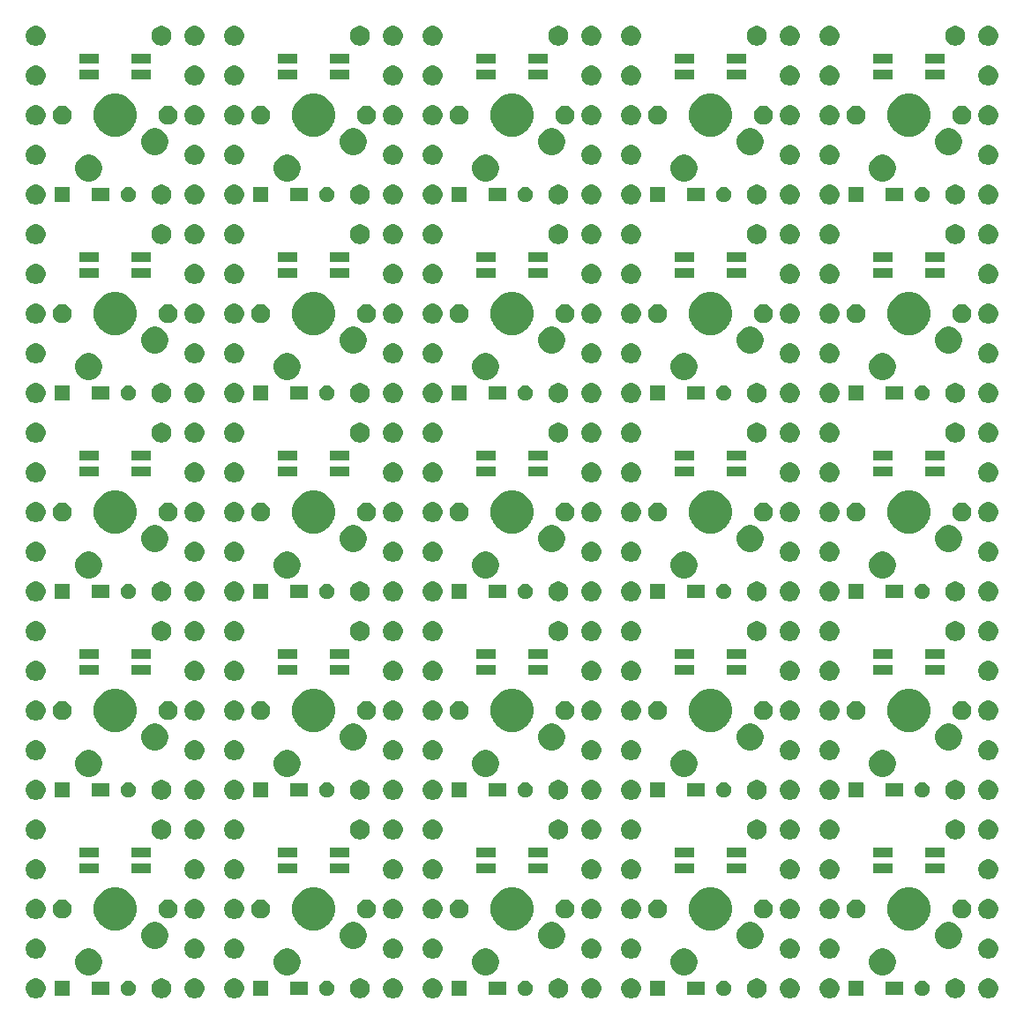
<source format=gbs>
G04 #@! TF.GenerationSoftware,KiCad,Pcbnew,5.1.5+dfsg1-2build2*
G04 #@! TF.CreationDate,2021-01-11T18:30:26+09:00*
G04 #@! TF.ProjectId,suxen,73757865-6e2e-46b6-9963-61645f706362,rev?*
G04 #@! TF.SameCoordinates,Original*
G04 #@! TF.FileFunction,Soldermask,Bot*
G04 #@! TF.FilePolarity,Negative*
%FSLAX46Y46*%
G04 Gerber Fmt 4.6, Leading zero omitted, Abs format (unit mm)*
G04 Created by KiCad (PCBNEW 5.1.5+dfsg1-2build2) date 2021-01-11 18:30:26*
%MOMM*%
%LPD*%
G04 APERTURE LIST*
%ADD10C,0.265000*%
G04 APERTURE END LIST*
D10*
G36*
X158519395Y-118592546D02*
G01*
X158692466Y-118664234D01*
X158692467Y-118664235D01*
X158848227Y-118768310D01*
X158980690Y-118900773D01*
X159033081Y-118979182D01*
X159084766Y-119056534D01*
X159156454Y-119229605D01*
X159193000Y-119413333D01*
X159193000Y-119600667D01*
X159156454Y-119784395D01*
X159084766Y-119957466D01*
X159065877Y-119985735D01*
X158980690Y-120113227D01*
X158848227Y-120245690D01*
X158769818Y-120298081D01*
X158692466Y-120349766D01*
X158519395Y-120421454D01*
X158335667Y-120458000D01*
X158148333Y-120458000D01*
X157964605Y-120421454D01*
X157791534Y-120349766D01*
X157714182Y-120298081D01*
X157635773Y-120245690D01*
X157503310Y-120113227D01*
X157418123Y-119985735D01*
X157399234Y-119957466D01*
X157327546Y-119784395D01*
X157291000Y-119600667D01*
X157291000Y-119413333D01*
X157327546Y-119229605D01*
X157399234Y-119056534D01*
X157450919Y-118979182D01*
X157503310Y-118900773D01*
X157635773Y-118768310D01*
X157791533Y-118664235D01*
X157791534Y-118664234D01*
X157964605Y-118592546D01*
X158148333Y-118556000D01*
X158335667Y-118556000D01*
X158519395Y-118592546D01*
G37*
G36*
X86129395Y-118592546D02*
G01*
X86302466Y-118664234D01*
X86302467Y-118664235D01*
X86458227Y-118768310D01*
X86590690Y-118900773D01*
X86643081Y-118979182D01*
X86694766Y-119056534D01*
X86766454Y-119229605D01*
X86803000Y-119413333D01*
X86803000Y-119600667D01*
X86766454Y-119784395D01*
X86694766Y-119957466D01*
X86675877Y-119985735D01*
X86590690Y-120113227D01*
X86458227Y-120245690D01*
X86379818Y-120298081D01*
X86302466Y-120349766D01*
X86129395Y-120421454D01*
X85945667Y-120458000D01*
X85758333Y-120458000D01*
X85574605Y-120421454D01*
X85401534Y-120349766D01*
X85324182Y-120298081D01*
X85245773Y-120245690D01*
X85113310Y-120113227D01*
X85028123Y-119985735D01*
X85009234Y-119957466D01*
X84937546Y-119784395D01*
X84901000Y-119600667D01*
X84901000Y-119413333D01*
X84937546Y-119229605D01*
X85009234Y-119056534D01*
X85060919Y-118979182D01*
X85113310Y-118900773D01*
X85245773Y-118768310D01*
X85401533Y-118664235D01*
X85401534Y-118664234D01*
X85574605Y-118592546D01*
X85758333Y-118556000D01*
X85945667Y-118556000D01*
X86129395Y-118592546D01*
G37*
G36*
X67079395Y-118592546D02*
G01*
X67252466Y-118664234D01*
X67252467Y-118664235D01*
X67408227Y-118768310D01*
X67540690Y-118900773D01*
X67593081Y-118979182D01*
X67644766Y-119056534D01*
X67716454Y-119229605D01*
X67753000Y-119413333D01*
X67753000Y-119600667D01*
X67716454Y-119784395D01*
X67644766Y-119957466D01*
X67625877Y-119985735D01*
X67540690Y-120113227D01*
X67408227Y-120245690D01*
X67329818Y-120298081D01*
X67252466Y-120349766D01*
X67079395Y-120421454D01*
X66895667Y-120458000D01*
X66708333Y-120458000D01*
X66524605Y-120421454D01*
X66351534Y-120349766D01*
X66274182Y-120298081D01*
X66195773Y-120245690D01*
X66063310Y-120113227D01*
X65978123Y-119985735D01*
X65959234Y-119957466D01*
X65887546Y-119784395D01*
X65851000Y-119600667D01*
X65851000Y-119413333D01*
X65887546Y-119229605D01*
X65959234Y-119056534D01*
X66010919Y-118979182D01*
X66063310Y-118900773D01*
X66195773Y-118768310D01*
X66351533Y-118664235D01*
X66351534Y-118664234D01*
X66524605Y-118592546D01*
X66708333Y-118556000D01*
X66895667Y-118556000D01*
X67079395Y-118592546D01*
G37*
G36*
X79144395Y-118592546D02*
G01*
X79317466Y-118664234D01*
X79317467Y-118664235D01*
X79473227Y-118768310D01*
X79605690Y-118900773D01*
X79658081Y-118979182D01*
X79709766Y-119056534D01*
X79781454Y-119229605D01*
X79818000Y-119413333D01*
X79818000Y-119600667D01*
X79781454Y-119784395D01*
X79709766Y-119957466D01*
X79690877Y-119985735D01*
X79605690Y-120113227D01*
X79473227Y-120245690D01*
X79394818Y-120298081D01*
X79317466Y-120349766D01*
X79144395Y-120421454D01*
X78960667Y-120458000D01*
X78773333Y-120458000D01*
X78589605Y-120421454D01*
X78416534Y-120349766D01*
X78339182Y-120298081D01*
X78260773Y-120245690D01*
X78128310Y-120113227D01*
X78043123Y-119985735D01*
X78024234Y-119957466D01*
X77952546Y-119784395D01*
X77916000Y-119600667D01*
X77916000Y-119413333D01*
X77952546Y-119229605D01*
X78024234Y-119056534D01*
X78075919Y-118979182D01*
X78128310Y-118900773D01*
X78260773Y-118768310D01*
X78416533Y-118664235D01*
X78416534Y-118664234D01*
X78589605Y-118592546D01*
X78773333Y-118556000D01*
X78960667Y-118556000D01*
X79144395Y-118592546D01*
G37*
G36*
X82319395Y-118592546D02*
G01*
X82492466Y-118664234D01*
X82492467Y-118664235D01*
X82648227Y-118768310D01*
X82780690Y-118900773D01*
X82833081Y-118979182D01*
X82884766Y-119056534D01*
X82956454Y-119229605D01*
X82993000Y-119413333D01*
X82993000Y-119600667D01*
X82956454Y-119784395D01*
X82884766Y-119957466D01*
X82865877Y-119985735D01*
X82780690Y-120113227D01*
X82648227Y-120245690D01*
X82569818Y-120298081D01*
X82492466Y-120349766D01*
X82319395Y-120421454D01*
X82135667Y-120458000D01*
X81948333Y-120458000D01*
X81764605Y-120421454D01*
X81591534Y-120349766D01*
X81514182Y-120298081D01*
X81435773Y-120245690D01*
X81303310Y-120113227D01*
X81218123Y-119985735D01*
X81199234Y-119957466D01*
X81127546Y-119784395D01*
X81091000Y-119600667D01*
X81091000Y-119413333D01*
X81127546Y-119229605D01*
X81199234Y-119056534D01*
X81250919Y-118979182D01*
X81303310Y-118900773D01*
X81435773Y-118768310D01*
X81591533Y-118664235D01*
X81591534Y-118664234D01*
X81764605Y-118592546D01*
X81948333Y-118556000D01*
X82135667Y-118556000D01*
X82319395Y-118592546D01*
G37*
G36*
X101369395Y-118592546D02*
G01*
X101542466Y-118664234D01*
X101542467Y-118664235D01*
X101698227Y-118768310D01*
X101830690Y-118900773D01*
X101883081Y-118979182D01*
X101934766Y-119056534D01*
X102006454Y-119229605D01*
X102043000Y-119413333D01*
X102043000Y-119600667D01*
X102006454Y-119784395D01*
X101934766Y-119957466D01*
X101915877Y-119985735D01*
X101830690Y-120113227D01*
X101698227Y-120245690D01*
X101619818Y-120298081D01*
X101542466Y-120349766D01*
X101369395Y-120421454D01*
X101185667Y-120458000D01*
X100998333Y-120458000D01*
X100814605Y-120421454D01*
X100641534Y-120349766D01*
X100564182Y-120298081D01*
X100485773Y-120245690D01*
X100353310Y-120113227D01*
X100268123Y-119985735D01*
X100249234Y-119957466D01*
X100177546Y-119784395D01*
X100141000Y-119600667D01*
X100141000Y-119413333D01*
X100177546Y-119229605D01*
X100249234Y-119056534D01*
X100300919Y-118979182D01*
X100353310Y-118900773D01*
X100485773Y-118768310D01*
X100641533Y-118664235D01*
X100641534Y-118664234D01*
X100814605Y-118592546D01*
X100998333Y-118556000D01*
X101185667Y-118556000D01*
X101369395Y-118592546D01*
G37*
G36*
X98194395Y-118592546D02*
G01*
X98367466Y-118664234D01*
X98367467Y-118664235D01*
X98523227Y-118768310D01*
X98655690Y-118900773D01*
X98708081Y-118979182D01*
X98759766Y-119056534D01*
X98831454Y-119229605D01*
X98868000Y-119413333D01*
X98868000Y-119600667D01*
X98831454Y-119784395D01*
X98759766Y-119957466D01*
X98740877Y-119985735D01*
X98655690Y-120113227D01*
X98523227Y-120245690D01*
X98444818Y-120298081D01*
X98367466Y-120349766D01*
X98194395Y-120421454D01*
X98010667Y-120458000D01*
X97823333Y-120458000D01*
X97639605Y-120421454D01*
X97466534Y-120349766D01*
X97389182Y-120298081D01*
X97310773Y-120245690D01*
X97178310Y-120113227D01*
X97093123Y-119985735D01*
X97074234Y-119957466D01*
X97002546Y-119784395D01*
X96966000Y-119600667D01*
X96966000Y-119413333D01*
X97002546Y-119229605D01*
X97074234Y-119056534D01*
X97125919Y-118979182D01*
X97178310Y-118900773D01*
X97310773Y-118768310D01*
X97466533Y-118664235D01*
X97466534Y-118664234D01*
X97639605Y-118592546D01*
X97823333Y-118556000D01*
X98010667Y-118556000D01*
X98194395Y-118592546D01*
G37*
G36*
X117244395Y-118592546D02*
G01*
X117417466Y-118664234D01*
X117417467Y-118664235D01*
X117573227Y-118768310D01*
X117705690Y-118900773D01*
X117758081Y-118979182D01*
X117809766Y-119056534D01*
X117881454Y-119229605D01*
X117918000Y-119413333D01*
X117918000Y-119600667D01*
X117881454Y-119784395D01*
X117809766Y-119957466D01*
X117790877Y-119985735D01*
X117705690Y-120113227D01*
X117573227Y-120245690D01*
X117494818Y-120298081D01*
X117417466Y-120349766D01*
X117244395Y-120421454D01*
X117060667Y-120458000D01*
X116873333Y-120458000D01*
X116689605Y-120421454D01*
X116516534Y-120349766D01*
X116439182Y-120298081D01*
X116360773Y-120245690D01*
X116228310Y-120113227D01*
X116143123Y-119985735D01*
X116124234Y-119957466D01*
X116052546Y-119784395D01*
X116016000Y-119600667D01*
X116016000Y-119413333D01*
X116052546Y-119229605D01*
X116124234Y-119056534D01*
X116175919Y-118979182D01*
X116228310Y-118900773D01*
X116360773Y-118768310D01*
X116516533Y-118664235D01*
X116516534Y-118664234D01*
X116689605Y-118592546D01*
X116873333Y-118556000D01*
X117060667Y-118556000D01*
X117244395Y-118592546D01*
G37*
G36*
X105179395Y-118592546D02*
G01*
X105352466Y-118664234D01*
X105352467Y-118664235D01*
X105508227Y-118768310D01*
X105640690Y-118900773D01*
X105693081Y-118979182D01*
X105744766Y-119056534D01*
X105816454Y-119229605D01*
X105853000Y-119413333D01*
X105853000Y-119600667D01*
X105816454Y-119784395D01*
X105744766Y-119957466D01*
X105725877Y-119985735D01*
X105640690Y-120113227D01*
X105508227Y-120245690D01*
X105429818Y-120298081D01*
X105352466Y-120349766D01*
X105179395Y-120421454D01*
X104995667Y-120458000D01*
X104808333Y-120458000D01*
X104624605Y-120421454D01*
X104451534Y-120349766D01*
X104374182Y-120298081D01*
X104295773Y-120245690D01*
X104163310Y-120113227D01*
X104078123Y-119985735D01*
X104059234Y-119957466D01*
X103987546Y-119784395D01*
X103951000Y-119600667D01*
X103951000Y-119413333D01*
X103987546Y-119229605D01*
X104059234Y-119056534D01*
X104110919Y-118979182D01*
X104163310Y-118900773D01*
X104295773Y-118768310D01*
X104451533Y-118664235D01*
X104451534Y-118664234D01*
X104624605Y-118592546D01*
X104808333Y-118556000D01*
X104995667Y-118556000D01*
X105179395Y-118592546D01*
G37*
G36*
X136294395Y-118592546D02*
G01*
X136467466Y-118664234D01*
X136467467Y-118664235D01*
X136623227Y-118768310D01*
X136755690Y-118900773D01*
X136808081Y-118979182D01*
X136859766Y-119056534D01*
X136931454Y-119229605D01*
X136968000Y-119413333D01*
X136968000Y-119600667D01*
X136931454Y-119784395D01*
X136859766Y-119957466D01*
X136840877Y-119985735D01*
X136755690Y-120113227D01*
X136623227Y-120245690D01*
X136544818Y-120298081D01*
X136467466Y-120349766D01*
X136294395Y-120421454D01*
X136110667Y-120458000D01*
X135923333Y-120458000D01*
X135739605Y-120421454D01*
X135566534Y-120349766D01*
X135489182Y-120298081D01*
X135410773Y-120245690D01*
X135278310Y-120113227D01*
X135193123Y-119985735D01*
X135174234Y-119957466D01*
X135102546Y-119784395D01*
X135066000Y-119600667D01*
X135066000Y-119413333D01*
X135102546Y-119229605D01*
X135174234Y-119056534D01*
X135225919Y-118979182D01*
X135278310Y-118900773D01*
X135410773Y-118768310D01*
X135566533Y-118664235D01*
X135566534Y-118664234D01*
X135739605Y-118592546D01*
X135923333Y-118556000D01*
X136110667Y-118556000D01*
X136294395Y-118592546D01*
G37*
G36*
X139469395Y-118592546D02*
G01*
X139642466Y-118664234D01*
X139642467Y-118664235D01*
X139798227Y-118768310D01*
X139930690Y-118900773D01*
X139983081Y-118979182D01*
X140034766Y-119056534D01*
X140106454Y-119229605D01*
X140143000Y-119413333D01*
X140143000Y-119600667D01*
X140106454Y-119784395D01*
X140034766Y-119957466D01*
X140015877Y-119985735D01*
X139930690Y-120113227D01*
X139798227Y-120245690D01*
X139719818Y-120298081D01*
X139642466Y-120349766D01*
X139469395Y-120421454D01*
X139285667Y-120458000D01*
X139098333Y-120458000D01*
X138914605Y-120421454D01*
X138741534Y-120349766D01*
X138664182Y-120298081D01*
X138585773Y-120245690D01*
X138453310Y-120113227D01*
X138368123Y-119985735D01*
X138349234Y-119957466D01*
X138277546Y-119784395D01*
X138241000Y-119600667D01*
X138241000Y-119413333D01*
X138277546Y-119229605D01*
X138349234Y-119056534D01*
X138400919Y-118979182D01*
X138453310Y-118900773D01*
X138585773Y-118768310D01*
X138741533Y-118664235D01*
X138741534Y-118664234D01*
X138914605Y-118592546D01*
X139098333Y-118556000D01*
X139285667Y-118556000D01*
X139469395Y-118592546D01*
G37*
G36*
X124229395Y-118592546D02*
G01*
X124402466Y-118664234D01*
X124402467Y-118664235D01*
X124558227Y-118768310D01*
X124690690Y-118900773D01*
X124743081Y-118979182D01*
X124794766Y-119056534D01*
X124866454Y-119229605D01*
X124903000Y-119413333D01*
X124903000Y-119600667D01*
X124866454Y-119784395D01*
X124794766Y-119957466D01*
X124775877Y-119985735D01*
X124690690Y-120113227D01*
X124558227Y-120245690D01*
X124479818Y-120298081D01*
X124402466Y-120349766D01*
X124229395Y-120421454D01*
X124045667Y-120458000D01*
X123858333Y-120458000D01*
X123674605Y-120421454D01*
X123501534Y-120349766D01*
X123424182Y-120298081D01*
X123345773Y-120245690D01*
X123213310Y-120113227D01*
X123128123Y-119985735D01*
X123109234Y-119957466D01*
X123037546Y-119784395D01*
X123001000Y-119600667D01*
X123001000Y-119413333D01*
X123037546Y-119229605D01*
X123109234Y-119056534D01*
X123160919Y-118979182D01*
X123213310Y-118900773D01*
X123345773Y-118768310D01*
X123501533Y-118664235D01*
X123501534Y-118664234D01*
X123674605Y-118592546D01*
X123858333Y-118556000D01*
X124045667Y-118556000D01*
X124229395Y-118592546D01*
G37*
G36*
X155344395Y-118592546D02*
G01*
X155517466Y-118664234D01*
X155517467Y-118664235D01*
X155673227Y-118768310D01*
X155805690Y-118900773D01*
X155858081Y-118979182D01*
X155909766Y-119056534D01*
X155981454Y-119229605D01*
X156018000Y-119413333D01*
X156018000Y-119600667D01*
X155981454Y-119784395D01*
X155909766Y-119957466D01*
X155890877Y-119985735D01*
X155805690Y-120113227D01*
X155673227Y-120245690D01*
X155594818Y-120298081D01*
X155517466Y-120349766D01*
X155344395Y-120421454D01*
X155160667Y-120458000D01*
X154973333Y-120458000D01*
X154789605Y-120421454D01*
X154616534Y-120349766D01*
X154539182Y-120298081D01*
X154460773Y-120245690D01*
X154328310Y-120113227D01*
X154243123Y-119985735D01*
X154224234Y-119957466D01*
X154152546Y-119784395D01*
X154116000Y-119600667D01*
X154116000Y-119413333D01*
X154152546Y-119229605D01*
X154224234Y-119056534D01*
X154275919Y-118979182D01*
X154328310Y-118900773D01*
X154460773Y-118768310D01*
X154616533Y-118664235D01*
X154616534Y-118664234D01*
X154789605Y-118592546D01*
X154973333Y-118556000D01*
X155160667Y-118556000D01*
X155344395Y-118592546D01*
G37*
G36*
X143279395Y-118592546D02*
G01*
X143452466Y-118664234D01*
X143452467Y-118664235D01*
X143608227Y-118768310D01*
X143740690Y-118900773D01*
X143793081Y-118979182D01*
X143844766Y-119056534D01*
X143916454Y-119229605D01*
X143953000Y-119413333D01*
X143953000Y-119600667D01*
X143916454Y-119784395D01*
X143844766Y-119957466D01*
X143825877Y-119985735D01*
X143740690Y-120113227D01*
X143608227Y-120245690D01*
X143529818Y-120298081D01*
X143452466Y-120349766D01*
X143279395Y-120421454D01*
X143095667Y-120458000D01*
X142908333Y-120458000D01*
X142724605Y-120421454D01*
X142551534Y-120349766D01*
X142474182Y-120298081D01*
X142395773Y-120245690D01*
X142263310Y-120113227D01*
X142178123Y-119985735D01*
X142159234Y-119957466D01*
X142087546Y-119784395D01*
X142051000Y-119600667D01*
X142051000Y-119413333D01*
X142087546Y-119229605D01*
X142159234Y-119056534D01*
X142210919Y-118979182D01*
X142263310Y-118900773D01*
X142395773Y-118768310D01*
X142551533Y-118664235D01*
X142551534Y-118664234D01*
X142724605Y-118592546D01*
X142908333Y-118556000D01*
X143095667Y-118556000D01*
X143279395Y-118592546D01*
G37*
G36*
X120419395Y-118592546D02*
G01*
X120592466Y-118664234D01*
X120592467Y-118664235D01*
X120748227Y-118768310D01*
X120880690Y-118900773D01*
X120933081Y-118979182D01*
X120984766Y-119056534D01*
X121056454Y-119229605D01*
X121093000Y-119413333D01*
X121093000Y-119600667D01*
X121056454Y-119784395D01*
X120984766Y-119957466D01*
X120965877Y-119985735D01*
X120880690Y-120113227D01*
X120748227Y-120245690D01*
X120669818Y-120298081D01*
X120592466Y-120349766D01*
X120419395Y-120421454D01*
X120235667Y-120458000D01*
X120048333Y-120458000D01*
X119864605Y-120421454D01*
X119691534Y-120349766D01*
X119614182Y-120298081D01*
X119535773Y-120245690D01*
X119403310Y-120113227D01*
X119318123Y-119985735D01*
X119299234Y-119957466D01*
X119227546Y-119784395D01*
X119191000Y-119600667D01*
X119191000Y-119413333D01*
X119227546Y-119229605D01*
X119299234Y-119056534D01*
X119350919Y-118979182D01*
X119403310Y-118900773D01*
X119535773Y-118768310D01*
X119691533Y-118664235D01*
X119691534Y-118664234D01*
X119864605Y-118592546D01*
X120048333Y-118556000D01*
X120235667Y-118556000D01*
X120419395Y-118592546D01*
G37*
G36*
X127243000Y-120258000D02*
G01*
X125741000Y-120258000D01*
X125741000Y-118756000D01*
X127243000Y-118756000D01*
X127243000Y-120258000D01*
G37*
G36*
X113927850Y-118768309D02*
G01*
X114011059Y-118784860D01*
X114147732Y-118841472D01*
X114270735Y-118923660D01*
X114375340Y-119028265D01*
X114457528Y-119151268D01*
X114514140Y-119287941D01*
X114543000Y-119433033D01*
X114543000Y-119580967D01*
X114514140Y-119726059D01*
X114457528Y-119862732D01*
X114375340Y-119985735D01*
X114270735Y-120090340D01*
X114147732Y-120172528D01*
X114147731Y-120172529D01*
X114147730Y-120172529D01*
X114011059Y-120229140D01*
X113865968Y-120258000D01*
X113718032Y-120258000D01*
X113572941Y-120229140D01*
X113436270Y-120172529D01*
X113436269Y-120172529D01*
X113436268Y-120172528D01*
X113313265Y-120090340D01*
X113208660Y-119985735D01*
X113126472Y-119862732D01*
X113069860Y-119726059D01*
X113041000Y-119580967D01*
X113041000Y-119433033D01*
X113069860Y-119287941D01*
X113126472Y-119151268D01*
X113208660Y-119028265D01*
X113313265Y-118923660D01*
X113436268Y-118841472D01*
X113572941Y-118784860D01*
X113656150Y-118768309D01*
X113718032Y-118756000D01*
X113865968Y-118756000D01*
X113927850Y-118768309D01*
G37*
G36*
X108193000Y-120258000D02*
G01*
X106691000Y-120258000D01*
X106691000Y-118756000D01*
X108193000Y-118756000D01*
X108193000Y-120258000D01*
G37*
G36*
X146293000Y-120258000D02*
G01*
X144791000Y-120258000D01*
X144791000Y-118756000D01*
X146293000Y-118756000D01*
X146293000Y-120258000D01*
G37*
G36*
X94877850Y-118768309D02*
G01*
X94961059Y-118784860D01*
X95097732Y-118841472D01*
X95220735Y-118923660D01*
X95325340Y-119028265D01*
X95407528Y-119151268D01*
X95464140Y-119287941D01*
X95493000Y-119433033D01*
X95493000Y-119580967D01*
X95464140Y-119726059D01*
X95407528Y-119862732D01*
X95325340Y-119985735D01*
X95220735Y-120090340D01*
X95097732Y-120172528D01*
X95097731Y-120172529D01*
X95097730Y-120172529D01*
X94961059Y-120229140D01*
X94815968Y-120258000D01*
X94668032Y-120258000D01*
X94522941Y-120229140D01*
X94386270Y-120172529D01*
X94386269Y-120172529D01*
X94386268Y-120172528D01*
X94263265Y-120090340D01*
X94158660Y-119985735D01*
X94076472Y-119862732D01*
X94019860Y-119726059D01*
X93991000Y-119580967D01*
X93991000Y-119433033D01*
X94019860Y-119287941D01*
X94076472Y-119151268D01*
X94158660Y-119028265D01*
X94263265Y-118923660D01*
X94386268Y-118841472D01*
X94522941Y-118784860D01*
X94606150Y-118768309D01*
X94668032Y-118756000D01*
X94815968Y-118756000D01*
X94877850Y-118768309D01*
G37*
G36*
X75827850Y-118768309D02*
G01*
X75911059Y-118784860D01*
X76047732Y-118841472D01*
X76170735Y-118923660D01*
X76275340Y-119028265D01*
X76357528Y-119151268D01*
X76414140Y-119287941D01*
X76443000Y-119433033D01*
X76443000Y-119580967D01*
X76414140Y-119726059D01*
X76357528Y-119862732D01*
X76275340Y-119985735D01*
X76170735Y-120090340D01*
X76047732Y-120172528D01*
X76047731Y-120172529D01*
X76047730Y-120172529D01*
X75911059Y-120229140D01*
X75765968Y-120258000D01*
X75618032Y-120258000D01*
X75472941Y-120229140D01*
X75336270Y-120172529D01*
X75336269Y-120172529D01*
X75336268Y-120172528D01*
X75213265Y-120090340D01*
X75108660Y-119985735D01*
X75026472Y-119862732D01*
X74969860Y-119726059D01*
X74941000Y-119580967D01*
X74941000Y-119433033D01*
X74969860Y-119287941D01*
X75026472Y-119151268D01*
X75108660Y-119028265D01*
X75213265Y-118923660D01*
X75336268Y-118841472D01*
X75472941Y-118784860D01*
X75556150Y-118768309D01*
X75618032Y-118756000D01*
X75765968Y-118756000D01*
X75827850Y-118768309D01*
G37*
G36*
X70093000Y-120258000D02*
G01*
X68591000Y-120258000D01*
X68591000Y-118756000D01*
X70093000Y-118756000D01*
X70093000Y-120258000D01*
G37*
G36*
X152027850Y-118768309D02*
G01*
X152111059Y-118784860D01*
X152247732Y-118841472D01*
X152370735Y-118923660D01*
X152475340Y-119028265D01*
X152557528Y-119151268D01*
X152614140Y-119287941D01*
X152643000Y-119433033D01*
X152643000Y-119580967D01*
X152614140Y-119726059D01*
X152557528Y-119862732D01*
X152475340Y-119985735D01*
X152370735Y-120090340D01*
X152247732Y-120172528D01*
X152247731Y-120172529D01*
X152247730Y-120172529D01*
X152111059Y-120229140D01*
X151965968Y-120258000D01*
X151818032Y-120258000D01*
X151672941Y-120229140D01*
X151536270Y-120172529D01*
X151536269Y-120172529D01*
X151536268Y-120172528D01*
X151413265Y-120090340D01*
X151308660Y-119985735D01*
X151226472Y-119862732D01*
X151169860Y-119726059D01*
X151141000Y-119580967D01*
X151141000Y-119433033D01*
X151169860Y-119287941D01*
X151226472Y-119151268D01*
X151308660Y-119028265D01*
X151413265Y-118923660D01*
X151536268Y-118841472D01*
X151672941Y-118784860D01*
X151756150Y-118768309D01*
X151818032Y-118756000D01*
X151965968Y-118756000D01*
X152027850Y-118768309D01*
G37*
G36*
X132977850Y-118768309D02*
G01*
X133061059Y-118784860D01*
X133197732Y-118841472D01*
X133320735Y-118923660D01*
X133425340Y-119028265D01*
X133507528Y-119151268D01*
X133564140Y-119287941D01*
X133593000Y-119433033D01*
X133593000Y-119580967D01*
X133564140Y-119726059D01*
X133507528Y-119862732D01*
X133425340Y-119985735D01*
X133320735Y-120090340D01*
X133197732Y-120172528D01*
X133197731Y-120172529D01*
X133197730Y-120172529D01*
X133061059Y-120229140D01*
X132915968Y-120258000D01*
X132768032Y-120258000D01*
X132622941Y-120229140D01*
X132486270Y-120172529D01*
X132486269Y-120172529D01*
X132486268Y-120172528D01*
X132363265Y-120090340D01*
X132258660Y-119985735D01*
X132176472Y-119862732D01*
X132119860Y-119726059D01*
X132091000Y-119580967D01*
X132091000Y-119433033D01*
X132119860Y-119287941D01*
X132176472Y-119151268D01*
X132258660Y-119028265D01*
X132363265Y-118923660D01*
X132486268Y-118841472D01*
X132622941Y-118784860D01*
X132706150Y-118768309D01*
X132768032Y-118756000D01*
X132915968Y-118756000D01*
X132977850Y-118768309D01*
G37*
G36*
X89143000Y-120258000D02*
G01*
X87641000Y-120258000D01*
X87641000Y-118756000D01*
X89143000Y-118756000D01*
X89143000Y-120258000D01*
G37*
G36*
X73893000Y-120158000D02*
G01*
X72191000Y-120158000D01*
X72191000Y-118856000D01*
X73893000Y-118856000D01*
X73893000Y-120158000D01*
G37*
G36*
X150093000Y-120158000D02*
G01*
X148391000Y-120158000D01*
X148391000Y-118856000D01*
X150093000Y-118856000D01*
X150093000Y-120158000D01*
G37*
G36*
X131043000Y-120158000D02*
G01*
X129341000Y-120158000D01*
X129341000Y-118856000D01*
X131043000Y-118856000D01*
X131043000Y-120158000D01*
G37*
G36*
X111993000Y-120158000D02*
G01*
X110291000Y-120158000D01*
X110291000Y-118856000D01*
X111993000Y-118856000D01*
X111993000Y-120158000D01*
G37*
G36*
X92943000Y-120158000D02*
G01*
X91241000Y-120158000D01*
X91241000Y-118856000D01*
X92943000Y-118856000D01*
X92943000Y-120158000D01*
G37*
G36*
X129411487Y-115715996D02*
G01*
X129591753Y-115790665D01*
X129648255Y-115814069D01*
X129861339Y-115956447D01*
X130042553Y-116137661D01*
X130153181Y-116303227D01*
X130184932Y-116350747D01*
X130283004Y-116587513D01*
X130333000Y-116838861D01*
X130333000Y-117095139D01*
X130283004Y-117346487D01*
X130184932Y-117583253D01*
X130184931Y-117583255D01*
X130042553Y-117796339D01*
X129861339Y-117977553D01*
X129648255Y-118119931D01*
X129648254Y-118119932D01*
X129648253Y-118119932D01*
X129411487Y-118218004D01*
X129160139Y-118268000D01*
X128903861Y-118268000D01*
X128652513Y-118218004D01*
X128415747Y-118119932D01*
X128415746Y-118119932D01*
X128415745Y-118119931D01*
X128202661Y-117977553D01*
X128021447Y-117796339D01*
X127879069Y-117583255D01*
X127879068Y-117583253D01*
X127780996Y-117346487D01*
X127731000Y-117095139D01*
X127731000Y-116838861D01*
X127780996Y-116587513D01*
X127879068Y-116350747D01*
X127910820Y-116303227D01*
X128021447Y-116137661D01*
X128202661Y-115956447D01*
X128415745Y-115814069D01*
X128472247Y-115790665D01*
X128652513Y-115715996D01*
X128903861Y-115666000D01*
X129160139Y-115666000D01*
X129411487Y-115715996D01*
G37*
G36*
X148461487Y-115715996D02*
G01*
X148641753Y-115790665D01*
X148698255Y-115814069D01*
X148911339Y-115956447D01*
X149092553Y-116137661D01*
X149203181Y-116303227D01*
X149234932Y-116350747D01*
X149333004Y-116587513D01*
X149383000Y-116838861D01*
X149383000Y-117095139D01*
X149333004Y-117346487D01*
X149234932Y-117583253D01*
X149234931Y-117583255D01*
X149092553Y-117796339D01*
X148911339Y-117977553D01*
X148698255Y-118119931D01*
X148698254Y-118119932D01*
X148698253Y-118119932D01*
X148461487Y-118218004D01*
X148210139Y-118268000D01*
X147953861Y-118268000D01*
X147702513Y-118218004D01*
X147465747Y-118119932D01*
X147465746Y-118119932D01*
X147465745Y-118119931D01*
X147252661Y-117977553D01*
X147071447Y-117796339D01*
X146929069Y-117583255D01*
X146929068Y-117583253D01*
X146830996Y-117346487D01*
X146781000Y-117095139D01*
X146781000Y-116838861D01*
X146830996Y-116587513D01*
X146929068Y-116350747D01*
X146960820Y-116303227D01*
X147071447Y-116137661D01*
X147252661Y-115956447D01*
X147465745Y-115814069D01*
X147522247Y-115790665D01*
X147702513Y-115715996D01*
X147953861Y-115666000D01*
X148210139Y-115666000D01*
X148461487Y-115715996D01*
G37*
G36*
X72261487Y-115715996D02*
G01*
X72441753Y-115790665D01*
X72498255Y-115814069D01*
X72711339Y-115956447D01*
X72892553Y-116137661D01*
X73003181Y-116303227D01*
X73034932Y-116350747D01*
X73133004Y-116587513D01*
X73183000Y-116838861D01*
X73183000Y-117095139D01*
X73133004Y-117346487D01*
X73034932Y-117583253D01*
X73034931Y-117583255D01*
X72892553Y-117796339D01*
X72711339Y-117977553D01*
X72498255Y-118119931D01*
X72498254Y-118119932D01*
X72498253Y-118119932D01*
X72261487Y-118218004D01*
X72010139Y-118268000D01*
X71753861Y-118268000D01*
X71502513Y-118218004D01*
X71265747Y-118119932D01*
X71265746Y-118119932D01*
X71265745Y-118119931D01*
X71052661Y-117977553D01*
X70871447Y-117796339D01*
X70729069Y-117583255D01*
X70729068Y-117583253D01*
X70630996Y-117346487D01*
X70581000Y-117095139D01*
X70581000Y-116838861D01*
X70630996Y-116587513D01*
X70729068Y-116350747D01*
X70760820Y-116303227D01*
X70871447Y-116137661D01*
X71052661Y-115956447D01*
X71265745Y-115814069D01*
X71322247Y-115790665D01*
X71502513Y-115715996D01*
X71753861Y-115666000D01*
X72010139Y-115666000D01*
X72261487Y-115715996D01*
G37*
G36*
X91311487Y-115715996D02*
G01*
X91491753Y-115790665D01*
X91548255Y-115814069D01*
X91761339Y-115956447D01*
X91942553Y-116137661D01*
X92053181Y-116303227D01*
X92084932Y-116350747D01*
X92183004Y-116587513D01*
X92233000Y-116838861D01*
X92233000Y-117095139D01*
X92183004Y-117346487D01*
X92084932Y-117583253D01*
X92084931Y-117583255D01*
X91942553Y-117796339D01*
X91761339Y-117977553D01*
X91548255Y-118119931D01*
X91548254Y-118119932D01*
X91548253Y-118119932D01*
X91311487Y-118218004D01*
X91060139Y-118268000D01*
X90803861Y-118268000D01*
X90552513Y-118218004D01*
X90315747Y-118119932D01*
X90315746Y-118119932D01*
X90315745Y-118119931D01*
X90102661Y-117977553D01*
X89921447Y-117796339D01*
X89779069Y-117583255D01*
X89779068Y-117583253D01*
X89680996Y-117346487D01*
X89631000Y-117095139D01*
X89631000Y-116838861D01*
X89680996Y-116587513D01*
X89779068Y-116350747D01*
X89810820Y-116303227D01*
X89921447Y-116137661D01*
X90102661Y-115956447D01*
X90315745Y-115814069D01*
X90372247Y-115790665D01*
X90552513Y-115715996D01*
X90803861Y-115666000D01*
X91060139Y-115666000D01*
X91311487Y-115715996D01*
G37*
G36*
X110361487Y-115715996D02*
G01*
X110541753Y-115790665D01*
X110598255Y-115814069D01*
X110811339Y-115956447D01*
X110992553Y-116137661D01*
X111103181Y-116303227D01*
X111134932Y-116350747D01*
X111233004Y-116587513D01*
X111283000Y-116838861D01*
X111283000Y-117095139D01*
X111233004Y-117346487D01*
X111134932Y-117583253D01*
X111134931Y-117583255D01*
X110992553Y-117796339D01*
X110811339Y-117977553D01*
X110598255Y-118119931D01*
X110598254Y-118119932D01*
X110598253Y-118119932D01*
X110361487Y-118218004D01*
X110110139Y-118268000D01*
X109853861Y-118268000D01*
X109602513Y-118218004D01*
X109365747Y-118119932D01*
X109365746Y-118119932D01*
X109365745Y-118119931D01*
X109152661Y-117977553D01*
X108971447Y-117796339D01*
X108829069Y-117583255D01*
X108829068Y-117583253D01*
X108730996Y-117346487D01*
X108681000Y-117095139D01*
X108681000Y-116838861D01*
X108730996Y-116587513D01*
X108829068Y-116350747D01*
X108860820Y-116303227D01*
X108971447Y-116137661D01*
X109152661Y-115956447D01*
X109365745Y-115814069D01*
X109422247Y-115790665D01*
X109602513Y-115715996D01*
X109853861Y-115666000D01*
X110110139Y-115666000D01*
X110361487Y-115715996D01*
G37*
G36*
X124229395Y-114782546D02*
G01*
X124402466Y-114854234D01*
X124402467Y-114854235D01*
X124558227Y-114958310D01*
X124690690Y-115090773D01*
X124690691Y-115090775D01*
X124794766Y-115246534D01*
X124866454Y-115419605D01*
X124903000Y-115603333D01*
X124903000Y-115790667D01*
X124866454Y-115974395D01*
X124794766Y-116147466D01*
X124794765Y-116147467D01*
X124690690Y-116303227D01*
X124558227Y-116435690D01*
X124479818Y-116488081D01*
X124402466Y-116539766D01*
X124229395Y-116611454D01*
X124045667Y-116648000D01*
X123858333Y-116648000D01*
X123674605Y-116611454D01*
X123501534Y-116539766D01*
X123424182Y-116488081D01*
X123345773Y-116435690D01*
X123213310Y-116303227D01*
X123109235Y-116147467D01*
X123109234Y-116147466D01*
X123037546Y-115974395D01*
X123001000Y-115790667D01*
X123001000Y-115603333D01*
X123037546Y-115419605D01*
X123109234Y-115246534D01*
X123213309Y-115090775D01*
X123213310Y-115090773D01*
X123345773Y-114958310D01*
X123501533Y-114854235D01*
X123501534Y-114854234D01*
X123674605Y-114782546D01*
X123858333Y-114746000D01*
X124045667Y-114746000D01*
X124229395Y-114782546D01*
G37*
G36*
X143279395Y-114782546D02*
G01*
X143452466Y-114854234D01*
X143452467Y-114854235D01*
X143608227Y-114958310D01*
X143740690Y-115090773D01*
X143740691Y-115090775D01*
X143844766Y-115246534D01*
X143916454Y-115419605D01*
X143953000Y-115603333D01*
X143953000Y-115790667D01*
X143916454Y-115974395D01*
X143844766Y-116147466D01*
X143844765Y-116147467D01*
X143740690Y-116303227D01*
X143608227Y-116435690D01*
X143529818Y-116488081D01*
X143452466Y-116539766D01*
X143279395Y-116611454D01*
X143095667Y-116648000D01*
X142908333Y-116648000D01*
X142724605Y-116611454D01*
X142551534Y-116539766D01*
X142474182Y-116488081D01*
X142395773Y-116435690D01*
X142263310Y-116303227D01*
X142159235Y-116147467D01*
X142159234Y-116147466D01*
X142087546Y-115974395D01*
X142051000Y-115790667D01*
X142051000Y-115603333D01*
X142087546Y-115419605D01*
X142159234Y-115246534D01*
X142263309Y-115090775D01*
X142263310Y-115090773D01*
X142395773Y-114958310D01*
X142551533Y-114854235D01*
X142551534Y-114854234D01*
X142724605Y-114782546D01*
X142908333Y-114746000D01*
X143095667Y-114746000D01*
X143279395Y-114782546D01*
G37*
G36*
X120419395Y-114782546D02*
G01*
X120592466Y-114854234D01*
X120592467Y-114854235D01*
X120748227Y-114958310D01*
X120880690Y-115090773D01*
X120880691Y-115090775D01*
X120984766Y-115246534D01*
X121056454Y-115419605D01*
X121093000Y-115603333D01*
X121093000Y-115790667D01*
X121056454Y-115974395D01*
X120984766Y-116147466D01*
X120984765Y-116147467D01*
X120880690Y-116303227D01*
X120748227Y-116435690D01*
X120669818Y-116488081D01*
X120592466Y-116539766D01*
X120419395Y-116611454D01*
X120235667Y-116648000D01*
X120048333Y-116648000D01*
X119864605Y-116611454D01*
X119691534Y-116539766D01*
X119614182Y-116488081D01*
X119535773Y-116435690D01*
X119403310Y-116303227D01*
X119299235Y-116147467D01*
X119299234Y-116147466D01*
X119227546Y-115974395D01*
X119191000Y-115790667D01*
X119191000Y-115603333D01*
X119227546Y-115419605D01*
X119299234Y-115246534D01*
X119403309Y-115090775D01*
X119403310Y-115090773D01*
X119535773Y-114958310D01*
X119691533Y-114854235D01*
X119691534Y-114854234D01*
X119864605Y-114782546D01*
X120048333Y-114746000D01*
X120235667Y-114746000D01*
X120419395Y-114782546D01*
G37*
G36*
X139469395Y-114782546D02*
G01*
X139642466Y-114854234D01*
X139642467Y-114854235D01*
X139798227Y-114958310D01*
X139930690Y-115090773D01*
X139930691Y-115090775D01*
X140034766Y-115246534D01*
X140106454Y-115419605D01*
X140143000Y-115603333D01*
X140143000Y-115790667D01*
X140106454Y-115974395D01*
X140034766Y-116147466D01*
X140034765Y-116147467D01*
X139930690Y-116303227D01*
X139798227Y-116435690D01*
X139719818Y-116488081D01*
X139642466Y-116539766D01*
X139469395Y-116611454D01*
X139285667Y-116648000D01*
X139098333Y-116648000D01*
X138914605Y-116611454D01*
X138741534Y-116539766D01*
X138664182Y-116488081D01*
X138585773Y-116435690D01*
X138453310Y-116303227D01*
X138349235Y-116147467D01*
X138349234Y-116147466D01*
X138277546Y-115974395D01*
X138241000Y-115790667D01*
X138241000Y-115603333D01*
X138277546Y-115419605D01*
X138349234Y-115246534D01*
X138453309Y-115090775D01*
X138453310Y-115090773D01*
X138585773Y-114958310D01*
X138741533Y-114854235D01*
X138741534Y-114854234D01*
X138914605Y-114782546D01*
X139098333Y-114746000D01*
X139285667Y-114746000D01*
X139469395Y-114782546D01*
G37*
G36*
X158519395Y-114782546D02*
G01*
X158692466Y-114854234D01*
X158692467Y-114854235D01*
X158848227Y-114958310D01*
X158980690Y-115090773D01*
X158980691Y-115090775D01*
X159084766Y-115246534D01*
X159156454Y-115419605D01*
X159193000Y-115603333D01*
X159193000Y-115790667D01*
X159156454Y-115974395D01*
X159084766Y-116147466D01*
X159084765Y-116147467D01*
X158980690Y-116303227D01*
X158848227Y-116435690D01*
X158769818Y-116488081D01*
X158692466Y-116539766D01*
X158519395Y-116611454D01*
X158335667Y-116648000D01*
X158148333Y-116648000D01*
X157964605Y-116611454D01*
X157791534Y-116539766D01*
X157714182Y-116488081D01*
X157635773Y-116435690D01*
X157503310Y-116303227D01*
X157399235Y-116147467D01*
X157399234Y-116147466D01*
X157327546Y-115974395D01*
X157291000Y-115790667D01*
X157291000Y-115603333D01*
X157327546Y-115419605D01*
X157399234Y-115246534D01*
X157503309Y-115090775D01*
X157503310Y-115090773D01*
X157635773Y-114958310D01*
X157791533Y-114854235D01*
X157791534Y-114854234D01*
X157964605Y-114782546D01*
X158148333Y-114746000D01*
X158335667Y-114746000D01*
X158519395Y-114782546D01*
G37*
G36*
X86129395Y-114782546D02*
G01*
X86302466Y-114854234D01*
X86302467Y-114854235D01*
X86458227Y-114958310D01*
X86590690Y-115090773D01*
X86590691Y-115090775D01*
X86694766Y-115246534D01*
X86766454Y-115419605D01*
X86803000Y-115603333D01*
X86803000Y-115790667D01*
X86766454Y-115974395D01*
X86694766Y-116147466D01*
X86694765Y-116147467D01*
X86590690Y-116303227D01*
X86458227Y-116435690D01*
X86379818Y-116488081D01*
X86302466Y-116539766D01*
X86129395Y-116611454D01*
X85945667Y-116648000D01*
X85758333Y-116648000D01*
X85574605Y-116611454D01*
X85401534Y-116539766D01*
X85324182Y-116488081D01*
X85245773Y-116435690D01*
X85113310Y-116303227D01*
X85009235Y-116147467D01*
X85009234Y-116147466D01*
X84937546Y-115974395D01*
X84901000Y-115790667D01*
X84901000Y-115603333D01*
X84937546Y-115419605D01*
X85009234Y-115246534D01*
X85113309Y-115090775D01*
X85113310Y-115090773D01*
X85245773Y-114958310D01*
X85401533Y-114854235D01*
X85401534Y-114854234D01*
X85574605Y-114782546D01*
X85758333Y-114746000D01*
X85945667Y-114746000D01*
X86129395Y-114782546D01*
G37*
G36*
X82319395Y-114782546D02*
G01*
X82492466Y-114854234D01*
X82492467Y-114854235D01*
X82648227Y-114958310D01*
X82780690Y-115090773D01*
X82780691Y-115090775D01*
X82884766Y-115246534D01*
X82956454Y-115419605D01*
X82993000Y-115603333D01*
X82993000Y-115790667D01*
X82956454Y-115974395D01*
X82884766Y-116147466D01*
X82884765Y-116147467D01*
X82780690Y-116303227D01*
X82648227Y-116435690D01*
X82569818Y-116488081D01*
X82492466Y-116539766D01*
X82319395Y-116611454D01*
X82135667Y-116648000D01*
X81948333Y-116648000D01*
X81764605Y-116611454D01*
X81591534Y-116539766D01*
X81514182Y-116488081D01*
X81435773Y-116435690D01*
X81303310Y-116303227D01*
X81199235Y-116147467D01*
X81199234Y-116147466D01*
X81127546Y-115974395D01*
X81091000Y-115790667D01*
X81091000Y-115603333D01*
X81127546Y-115419605D01*
X81199234Y-115246534D01*
X81303309Y-115090775D01*
X81303310Y-115090773D01*
X81435773Y-114958310D01*
X81591533Y-114854235D01*
X81591534Y-114854234D01*
X81764605Y-114782546D01*
X81948333Y-114746000D01*
X82135667Y-114746000D01*
X82319395Y-114782546D01*
G37*
G36*
X105179395Y-114782546D02*
G01*
X105352466Y-114854234D01*
X105352467Y-114854235D01*
X105508227Y-114958310D01*
X105640690Y-115090773D01*
X105640691Y-115090775D01*
X105744766Y-115246534D01*
X105816454Y-115419605D01*
X105853000Y-115603333D01*
X105853000Y-115790667D01*
X105816454Y-115974395D01*
X105744766Y-116147466D01*
X105744765Y-116147467D01*
X105640690Y-116303227D01*
X105508227Y-116435690D01*
X105429818Y-116488081D01*
X105352466Y-116539766D01*
X105179395Y-116611454D01*
X104995667Y-116648000D01*
X104808333Y-116648000D01*
X104624605Y-116611454D01*
X104451534Y-116539766D01*
X104374182Y-116488081D01*
X104295773Y-116435690D01*
X104163310Y-116303227D01*
X104059235Y-116147467D01*
X104059234Y-116147466D01*
X103987546Y-115974395D01*
X103951000Y-115790667D01*
X103951000Y-115603333D01*
X103987546Y-115419605D01*
X104059234Y-115246534D01*
X104163309Y-115090775D01*
X104163310Y-115090773D01*
X104295773Y-114958310D01*
X104451533Y-114854235D01*
X104451534Y-114854234D01*
X104624605Y-114782546D01*
X104808333Y-114746000D01*
X104995667Y-114746000D01*
X105179395Y-114782546D01*
G37*
G36*
X101369395Y-114782546D02*
G01*
X101542466Y-114854234D01*
X101542467Y-114854235D01*
X101698227Y-114958310D01*
X101830690Y-115090773D01*
X101830691Y-115090775D01*
X101934766Y-115246534D01*
X102006454Y-115419605D01*
X102043000Y-115603333D01*
X102043000Y-115790667D01*
X102006454Y-115974395D01*
X101934766Y-116147466D01*
X101934765Y-116147467D01*
X101830690Y-116303227D01*
X101698227Y-116435690D01*
X101619818Y-116488081D01*
X101542466Y-116539766D01*
X101369395Y-116611454D01*
X101185667Y-116648000D01*
X100998333Y-116648000D01*
X100814605Y-116611454D01*
X100641534Y-116539766D01*
X100564182Y-116488081D01*
X100485773Y-116435690D01*
X100353310Y-116303227D01*
X100249235Y-116147467D01*
X100249234Y-116147466D01*
X100177546Y-115974395D01*
X100141000Y-115790667D01*
X100141000Y-115603333D01*
X100177546Y-115419605D01*
X100249234Y-115246534D01*
X100353309Y-115090775D01*
X100353310Y-115090773D01*
X100485773Y-114958310D01*
X100641533Y-114854235D01*
X100641534Y-114854234D01*
X100814605Y-114782546D01*
X100998333Y-114746000D01*
X101185667Y-114746000D01*
X101369395Y-114782546D01*
G37*
G36*
X67079395Y-114782546D02*
G01*
X67252466Y-114854234D01*
X67252467Y-114854235D01*
X67408227Y-114958310D01*
X67540690Y-115090773D01*
X67540691Y-115090775D01*
X67644766Y-115246534D01*
X67716454Y-115419605D01*
X67753000Y-115603333D01*
X67753000Y-115790667D01*
X67716454Y-115974395D01*
X67644766Y-116147466D01*
X67644765Y-116147467D01*
X67540690Y-116303227D01*
X67408227Y-116435690D01*
X67329818Y-116488081D01*
X67252466Y-116539766D01*
X67079395Y-116611454D01*
X66895667Y-116648000D01*
X66708333Y-116648000D01*
X66524605Y-116611454D01*
X66351534Y-116539766D01*
X66274182Y-116488081D01*
X66195773Y-116435690D01*
X66063310Y-116303227D01*
X65959235Y-116147467D01*
X65959234Y-116147466D01*
X65887546Y-115974395D01*
X65851000Y-115790667D01*
X65851000Y-115603333D01*
X65887546Y-115419605D01*
X65959234Y-115246534D01*
X66063309Y-115090775D01*
X66063310Y-115090773D01*
X66195773Y-114958310D01*
X66351533Y-114854235D01*
X66351534Y-114854234D01*
X66524605Y-114782546D01*
X66708333Y-114746000D01*
X66895667Y-114746000D01*
X67079395Y-114782546D01*
G37*
G36*
X154811487Y-113175996D02*
G01*
X155048253Y-113274068D01*
X155048255Y-113274069D01*
X155261339Y-113416447D01*
X155442553Y-113597661D01*
X155584932Y-113810747D01*
X155683004Y-114047513D01*
X155733000Y-114298861D01*
X155733000Y-114555139D01*
X155683004Y-114806487D01*
X155584932Y-115043253D01*
X155584931Y-115043255D01*
X155442553Y-115256339D01*
X155261339Y-115437553D01*
X155048255Y-115579931D01*
X155048254Y-115579932D01*
X155048253Y-115579932D01*
X154811487Y-115678004D01*
X154560139Y-115728000D01*
X154303861Y-115728000D01*
X154052513Y-115678004D01*
X153815747Y-115579932D01*
X153815746Y-115579932D01*
X153815745Y-115579931D01*
X153602661Y-115437553D01*
X153421447Y-115256339D01*
X153279069Y-115043255D01*
X153279068Y-115043253D01*
X153180996Y-114806487D01*
X153131000Y-114555139D01*
X153131000Y-114298861D01*
X153180996Y-114047513D01*
X153279068Y-113810747D01*
X153421447Y-113597661D01*
X153602661Y-113416447D01*
X153815745Y-113274069D01*
X153815747Y-113274068D01*
X154052513Y-113175996D01*
X154303861Y-113126000D01*
X154560139Y-113126000D01*
X154811487Y-113175996D01*
G37*
G36*
X135761487Y-113175996D02*
G01*
X135998253Y-113274068D01*
X135998255Y-113274069D01*
X136211339Y-113416447D01*
X136392553Y-113597661D01*
X136534932Y-113810747D01*
X136633004Y-114047513D01*
X136683000Y-114298861D01*
X136683000Y-114555139D01*
X136633004Y-114806487D01*
X136534932Y-115043253D01*
X136534931Y-115043255D01*
X136392553Y-115256339D01*
X136211339Y-115437553D01*
X135998255Y-115579931D01*
X135998254Y-115579932D01*
X135998253Y-115579932D01*
X135761487Y-115678004D01*
X135510139Y-115728000D01*
X135253861Y-115728000D01*
X135002513Y-115678004D01*
X134765747Y-115579932D01*
X134765746Y-115579932D01*
X134765745Y-115579931D01*
X134552661Y-115437553D01*
X134371447Y-115256339D01*
X134229069Y-115043255D01*
X134229068Y-115043253D01*
X134130996Y-114806487D01*
X134081000Y-114555139D01*
X134081000Y-114298861D01*
X134130996Y-114047513D01*
X134229068Y-113810747D01*
X134371447Y-113597661D01*
X134552661Y-113416447D01*
X134765745Y-113274069D01*
X134765747Y-113274068D01*
X135002513Y-113175996D01*
X135253861Y-113126000D01*
X135510139Y-113126000D01*
X135761487Y-113175996D01*
G37*
G36*
X116711487Y-113175996D02*
G01*
X116948253Y-113274068D01*
X116948255Y-113274069D01*
X117161339Y-113416447D01*
X117342553Y-113597661D01*
X117484932Y-113810747D01*
X117583004Y-114047513D01*
X117633000Y-114298861D01*
X117633000Y-114555139D01*
X117583004Y-114806487D01*
X117484932Y-115043253D01*
X117484931Y-115043255D01*
X117342553Y-115256339D01*
X117161339Y-115437553D01*
X116948255Y-115579931D01*
X116948254Y-115579932D01*
X116948253Y-115579932D01*
X116711487Y-115678004D01*
X116460139Y-115728000D01*
X116203861Y-115728000D01*
X115952513Y-115678004D01*
X115715747Y-115579932D01*
X115715746Y-115579932D01*
X115715745Y-115579931D01*
X115502661Y-115437553D01*
X115321447Y-115256339D01*
X115179069Y-115043255D01*
X115179068Y-115043253D01*
X115080996Y-114806487D01*
X115031000Y-114555139D01*
X115031000Y-114298861D01*
X115080996Y-114047513D01*
X115179068Y-113810747D01*
X115321447Y-113597661D01*
X115502661Y-113416447D01*
X115715745Y-113274069D01*
X115715747Y-113274068D01*
X115952513Y-113175996D01*
X116203861Y-113126000D01*
X116460139Y-113126000D01*
X116711487Y-113175996D01*
G37*
G36*
X97661487Y-113175996D02*
G01*
X97898253Y-113274068D01*
X97898255Y-113274069D01*
X98111339Y-113416447D01*
X98292553Y-113597661D01*
X98434932Y-113810747D01*
X98533004Y-114047513D01*
X98583000Y-114298861D01*
X98583000Y-114555139D01*
X98533004Y-114806487D01*
X98434932Y-115043253D01*
X98434931Y-115043255D01*
X98292553Y-115256339D01*
X98111339Y-115437553D01*
X97898255Y-115579931D01*
X97898254Y-115579932D01*
X97898253Y-115579932D01*
X97661487Y-115678004D01*
X97410139Y-115728000D01*
X97153861Y-115728000D01*
X96902513Y-115678004D01*
X96665747Y-115579932D01*
X96665746Y-115579932D01*
X96665745Y-115579931D01*
X96452661Y-115437553D01*
X96271447Y-115256339D01*
X96129069Y-115043255D01*
X96129068Y-115043253D01*
X96030996Y-114806487D01*
X95981000Y-114555139D01*
X95981000Y-114298861D01*
X96030996Y-114047513D01*
X96129068Y-113810747D01*
X96271447Y-113597661D01*
X96452661Y-113416447D01*
X96665745Y-113274069D01*
X96665747Y-113274068D01*
X96902513Y-113175996D01*
X97153861Y-113126000D01*
X97410139Y-113126000D01*
X97661487Y-113175996D01*
G37*
G36*
X78611487Y-113175996D02*
G01*
X78848253Y-113274068D01*
X78848255Y-113274069D01*
X79061339Y-113416447D01*
X79242553Y-113597661D01*
X79384932Y-113810747D01*
X79483004Y-114047513D01*
X79533000Y-114298861D01*
X79533000Y-114555139D01*
X79483004Y-114806487D01*
X79384932Y-115043253D01*
X79384931Y-115043255D01*
X79242553Y-115256339D01*
X79061339Y-115437553D01*
X78848255Y-115579931D01*
X78848254Y-115579932D01*
X78848253Y-115579932D01*
X78611487Y-115678004D01*
X78360139Y-115728000D01*
X78103861Y-115728000D01*
X77852513Y-115678004D01*
X77615747Y-115579932D01*
X77615746Y-115579932D01*
X77615745Y-115579931D01*
X77402661Y-115437553D01*
X77221447Y-115256339D01*
X77079069Y-115043255D01*
X77079068Y-115043253D01*
X76980996Y-114806487D01*
X76931000Y-114555139D01*
X76931000Y-114298861D01*
X76980996Y-114047513D01*
X77079068Y-113810747D01*
X77221447Y-113597661D01*
X77402661Y-113416447D01*
X77615745Y-113274069D01*
X77615747Y-113274068D01*
X77852513Y-113175996D01*
X78103861Y-113126000D01*
X78360139Y-113126000D01*
X78611487Y-113175996D01*
G37*
G36*
X75020254Y-109914818D02*
G01*
X75393511Y-110069426D01*
X75393513Y-110069427D01*
X75729436Y-110293884D01*
X76015116Y-110579564D01*
X76239574Y-110915489D01*
X76394182Y-111288746D01*
X76473000Y-111684993D01*
X76473000Y-112089007D01*
X76394182Y-112485254D01*
X76263208Y-112801453D01*
X76239573Y-112858513D01*
X76015116Y-113194436D01*
X75729436Y-113480116D01*
X75393513Y-113704573D01*
X75393512Y-113704574D01*
X75393511Y-113704574D01*
X75020254Y-113859182D01*
X74624007Y-113938000D01*
X74219993Y-113938000D01*
X73823746Y-113859182D01*
X73450489Y-113704574D01*
X73450488Y-113704574D01*
X73450487Y-113704573D01*
X73114564Y-113480116D01*
X72828884Y-113194436D01*
X72604427Y-112858513D01*
X72580792Y-112801453D01*
X72449818Y-112485254D01*
X72371000Y-112089007D01*
X72371000Y-111684993D01*
X72449818Y-111288746D01*
X72604426Y-110915489D01*
X72828884Y-110579564D01*
X73114564Y-110293884D01*
X73450487Y-110069427D01*
X73450489Y-110069426D01*
X73823746Y-109914818D01*
X74219993Y-109836000D01*
X74624007Y-109836000D01*
X75020254Y-109914818D01*
G37*
G36*
X151220254Y-109914818D02*
G01*
X151593511Y-110069426D01*
X151593513Y-110069427D01*
X151929436Y-110293884D01*
X152215116Y-110579564D01*
X152439574Y-110915489D01*
X152594182Y-111288746D01*
X152673000Y-111684993D01*
X152673000Y-112089007D01*
X152594182Y-112485254D01*
X152463208Y-112801453D01*
X152439573Y-112858513D01*
X152215116Y-113194436D01*
X151929436Y-113480116D01*
X151593513Y-113704573D01*
X151593512Y-113704574D01*
X151593511Y-113704574D01*
X151220254Y-113859182D01*
X150824007Y-113938000D01*
X150419993Y-113938000D01*
X150023746Y-113859182D01*
X149650489Y-113704574D01*
X149650488Y-113704574D01*
X149650487Y-113704573D01*
X149314564Y-113480116D01*
X149028884Y-113194436D01*
X148804427Y-112858513D01*
X148780792Y-112801453D01*
X148649818Y-112485254D01*
X148571000Y-112089007D01*
X148571000Y-111684993D01*
X148649818Y-111288746D01*
X148804426Y-110915489D01*
X149028884Y-110579564D01*
X149314564Y-110293884D01*
X149650487Y-110069427D01*
X149650489Y-110069426D01*
X150023746Y-109914818D01*
X150419993Y-109836000D01*
X150824007Y-109836000D01*
X151220254Y-109914818D01*
G37*
G36*
X132170254Y-109914818D02*
G01*
X132543511Y-110069426D01*
X132543513Y-110069427D01*
X132879436Y-110293884D01*
X133165116Y-110579564D01*
X133389574Y-110915489D01*
X133544182Y-111288746D01*
X133623000Y-111684993D01*
X133623000Y-112089007D01*
X133544182Y-112485254D01*
X133413208Y-112801453D01*
X133389573Y-112858513D01*
X133165116Y-113194436D01*
X132879436Y-113480116D01*
X132543513Y-113704573D01*
X132543512Y-113704574D01*
X132543511Y-113704574D01*
X132170254Y-113859182D01*
X131774007Y-113938000D01*
X131369993Y-113938000D01*
X130973746Y-113859182D01*
X130600489Y-113704574D01*
X130600488Y-113704574D01*
X130600487Y-113704573D01*
X130264564Y-113480116D01*
X129978884Y-113194436D01*
X129754427Y-112858513D01*
X129730792Y-112801453D01*
X129599818Y-112485254D01*
X129521000Y-112089007D01*
X129521000Y-111684993D01*
X129599818Y-111288746D01*
X129754426Y-110915489D01*
X129978884Y-110579564D01*
X130264564Y-110293884D01*
X130600487Y-110069427D01*
X130600489Y-110069426D01*
X130973746Y-109914818D01*
X131369993Y-109836000D01*
X131774007Y-109836000D01*
X132170254Y-109914818D01*
G37*
G36*
X113120254Y-109914818D02*
G01*
X113493511Y-110069426D01*
X113493513Y-110069427D01*
X113829436Y-110293884D01*
X114115116Y-110579564D01*
X114339574Y-110915489D01*
X114494182Y-111288746D01*
X114573000Y-111684993D01*
X114573000Y-112089007D01*
X114494182Y-112485254D01*
X114363208Y-112801453D01*
X114339573Y-112858513D01*
X114115116Y-113194436D01*
X113829436Y-113480116D01*
X113493513Y-113704573D01*
X113493512Y-113704574D01*
X113493511Y-113704574D01*
X113120254Y-113859182D01*
X112724007Y-113938000D01*
X112319993Y-113938000D01*
X111923746Y-113859182D01*
X111550489Y-113704574D01*
X111550488Y-113704574D01*
X111550487Y-113704573D01*
X111214564Y-113480116D01*
X110928884Y-113194436D01*
X110704427Y-112858513D01*
X110680792Y-112801453D01*
X110549818Y-112485254D01*
X110471000Y-112089007D01*
X110471000Y-111684993D01*
X110549818Y-111288746D01*
X110704426Y-110915489D01*
X110928884Y-110579564D01*
X111214564Y-110293884D01*
X111550487Y-110069427D01*
X111550489Y-110069426D01*
X111923746Y-109914818D01*
X112319993Y-109836000D01*
X112724007Y-109836000D01*
X113120254Y-109914818D01*
G37*
G36*
X94070254Y-109914818D02*
G01*
X94443511Y-110069426D01*
X94443513Y-110069427D01*
X94779436Y-110293884D01*
X95065116Y-110579564D01*
X95289574Y-110915489D01*
X95444182Y-111288746D01*
X95523000Y-111684993D01*
X95523000Y-112089007D01*
X95444182Y-112485254D01*
X95313208Y-112801453D01*
X95289573Y-112858513D01*
X95065116Y-113194436D01*
X94779436Y-113480116D01*
X94443513Y-113704573D01*
X94443512Y-113704574D01*
X94443511Y-113704574D01*
X94070254Y-113859182D01*
X93674007Y-113938000D01*
X93269993Y-113938000D01*
X92873746Y-113859182D01*
X92500489Y-113704574D01*
X92500488Y-113704574D01*
X92500487Y-113704573D01*
X92164564Y-113480116D01*
X91878884Y-113194436D01*
X91654427Y-112858513D01*
X91630792Y-112801453D01*
X91499818Y-112485254D01*
X91421000Y-112089007D01*
X91421000Y-111684993D01*
X91499818Y-111288746D01*
X91654426Y-110915489D01*
X91878884Y-110579564D01*
X92164564Y-110293884D01*
X92500487Y-110069427D01*
X92500489Y-110069426D01*
X92873746Y-109914818D01*
X93269993Y-109836000D01*
X93674007Y-109836000D01*
X94070254Y-109914818D01*
G37*
G36*
X82319395Y-110972546D02*
G01*
X82492466Y-111044234D01*
X82492467Y-111044235D01*
X82648227Y-111148310D01*
X82780690Y-111280773D01*
X82833081Y-111359182D01*
X82884766Y-111436534D01*
X82956454Y-111609605D01*
X82993000Y-111793333D01*
X82993000Y-111980667D01*
X82956454Y-112164395D01*
X82884766Y-112337466D01*
X82884765Y-112337467D01*
X82780690Y-112493227D01*
X82648227Y-112625690D01*
X82569818Y-112678081D01*
X82492466Y-112729766D01*
X82319395Y-112801454D01*
X82135667Y-112838000D01*
X81948333Y-112838000D01*
X81764605Y-112801454D01*
X81591534Y-112729766D01*
X81514182Y-112678081D01*
X81435773Y-112625690D01*
X81303310Y-112493227D01*
X81199235Y-112337467D01*
X81199234Y-112337466D01*
X81127546Y-112164395D01*
X81091000Y-111980667D01*
X81091000Y-111793333D01*
X81127546Y-111609605D01*
X81199234Y-111436534D01*
X81250919Y-111359182D01*
X81303310Y-111280773D01*
X81435773Y-111148310D01*
X81591533Y-111044235D01*
X81591534Y-111044234D01*
X81764605Y-110972546D01*
X81948333Y-110936000D01*
X82135667Y-110936000D01*
X82319395Y-110972546D01*
G37*
G36*
X67079395Y-110972546D02*
G01*
X67252466Y-111044234D01*
X67252467Y-111044235D01*
X67408227Y-111148310D01*
X67540690Y-111280773D01*
X67593081Y-111359182D01*
X67644766Y-111436534D01*
X67716454Y-111609605D01*
X67753000Y-111793333D01*
X67753000Y-111980667D01*
X67716454Y-112164395D01*
X67644766Y-112337466D01*
X67644765Y-112337467D01*
X67540690Y-112493227D01*
X67408227Y-112625690D01*
X67329818Y-112678081D01*
X67252466Y-112729766D01*
X67079395Y-112801454D01*
X66895667Y-112838000D01*
X66708333Y-112838000D01*
X66524605Y-112801454D01*
X66351534Y-112729766D01*
X66274182Y-112678081D01*
X66195773Y-112625690D01*
X66063310Y-112493227D01*
X65959235Y-112337467D01*
X65959234Y-112337466D01*
X65887546Y-112164395D01*
X65851000Y-111980667D01*
X65851000Y-111793333D01*
X65887546Y-111609605D01*
X65959234Y-111436534D01*
X66010919Y-111359182D01*
X66063310Y-111280773D01*
X66195773Y-111148310D01*
X66351533Y-111044235D01*
X66351534Y-111044234D01*
X66524605Y-110972546D01*
X66708333Y-110936000D01*
X66895667Y-110936000D01*
X67079395Y-110972546D01*
G37*
G36*
X158519395Y-110972546D02*
G01*
X158692466Y-111044234D01*
X158692467Y-111044235D01*
X158848227Y-111148310D01*
X158980690Y-111280773D01*
X159033081Y-111359182D01*
X159084766Y-111436534D01*
X159156454Y-111609605D01*
X159193000Y-111793333D01*
X159193000Y-111980667D01*
X159156454Y-112164395D01*
X159084766Y-112337466D01*
X159084765Y-112337467D01*
X158980690Y-112493227D01*
X158848227Y-112625690D01*
X158769818Y-112678081D01*
X158692466Y-112729766D01*
X158519395Y-112801454D01*
X158335667Y-112838000D01*
X158148333Y-112838000D01*
X157964605Y-112801454D01*
X157791534Y-112729766D01*
X157714182Y-112678081D01*
X157635773Y-112625690D01*
X157503310Y-112493227D01*
X157399235Y-112337467D01*
X157399234Y-112337466D01*
X157327546Y-112164395D01*
X157291000Y-111980667D01*
X157291000Y-111793333D01*
X157327546Y-111609605D01*
X157399234Y-111436534D01*
X157450919Y-111359182D01*
X157503310Y-111280773D01*
X157635773Y-111148310D01*
X157791533Y-111044235D01*
X157791534Y-111044234D01*
X157964605Y-110972546D01*
X158148333Y-110936000D01*
X158335667Y-110936000D01*
X158519395Y-110972546D01*
G37*
G36*
X139469395Y-110972546D02*
G01*
X139642466Y-111044234D01*
X139642467Y-111044235D01*
X139798227Y-111148310D01*
X139930690Y-111280773D01*
X139983081Y-111359182D01*
X140034766Y-111436534D01*
X140106454Y-111609605D01*
X140143000Y-111793333D01*
X140143000Y-111980667D01*
X140106454Y-112164395D01*
X140034766Y-112337466D01*
X140034765Y-112337467D01*
X139930690Y-112493227D01*
X139798227Y-112625690D01*
X139719818Y-112678081D01*
X139642466Y-112729766D01*
X139469395Y-112801454D01*
X139285667Y-112838000D01*
X139098333Y-112838000D01*
X138914605Y-112801454D01*
X138741534Y-112729766D01*
X138664182Y-112678081D01*
X138585773Y-112625690D01*
X138453310Y-112493227D01*
X138349235Y-112337467D01*
X138349234Y-112337466D01*
X138277546Y-112164395D01*
X138241000Y-111980667D01*
X138241000Y-111793333D01*
X138277546Y-111609605D01*
X138349234Y-111436534D01*
X138400919Y-111359182D01*
X138453310Y-111280773D01*
X138585773Y-111148310D01*
X138741533Y-111044235D01*
X138741534Y-111044234D01*
X138914605Y-110972546D01*
X139098333Y-110936000D01*
X139285667Y-110936000D01*
X139469395Y-110972546D01*
G37*
G36*
X120419395Y-110972546D02*
G01*
X120592466Y-111044234D01*
X120592467Y-111044235D01*
X120748227Y-111148310D01*
X120880690Y-111280773D01*
X120933081Y-111359182D01*
X120984766Y-111436534D01*
X121056454Y-111609605D01*
X121093000Y-111793333D01*
X121093000Y-111980667D01*
X121056454Y-112164395D01*
X120984766Y-112337466D01*
X120984765Y-112337467D01*
X120880690Y-112493227D01*
X120748227Y-112625690D01*
X120669818Y-112678081D01*
X120592466Y-112729766D01*
X120419395Y-112801454D01*
X120235667Y-112838000D01*
X120048333Y-112838000D01*
X119864605Y-112801454D01*
X119691534Y-112729766D01*
X119614182Y-112678081D01*
X119535773Y-112625690D01*
X119403310Y-112493227D01*
X119299235Y-112337467D01*
X119299234Y-112337466D01*
X119227546Y-112164395D01*
X119191000Y-111980667D01*
X119191000Y-111793333D01*
X119227546Y-111609605D01*
X119299234Y-111436534D01*
X119350919Y-111359182D01*
X119403310Y-111280773D01*
X119535773Y-111148310D01*
X119691533Y-111044235D01*
X119691534Y-111044234D01*
X119864605Y-110972546D01*
X120048333Y-110936000D01*
X120235667Y-110936000D01*
X120419395Y-110972546D01*
G37*
G36*
X143279395Y-110972546D02*
G01*
X143452466Y-111044234D01*
X143452467Y-111044235D01*
X143608227Y-111148310D01*
X143740690Y-111280773D01*
X143793081Y-111359182D01*
X143844766Y-111436534D01*
X143916454Y-111609605D01*
X143953000Y-111793333D01*
X143953000Y-111980667D01*
X143916454Y-112164395D01*
X143844766Y-112337466D01*
X143844765Y-112337467D01*
X143740690Y-112493227D01*
X143608227Y-112625690D01*
X143529818Y-112678081D01*
X143452466Y-112729766D01*
X143279395Y-112801454D01*
X143095667Y-112838000D01*
X142908333Y-112838000D01*
X142724605Y-112801454D01*
X142551534Y-112729766D01*
X142474182Y-112678081D01*
X142395773Y-112625690D01*
X142263310Y-112493227D01*
X142159235Y-112337467D01*
X142159234Y-112337466D01*
X142087546Y-112164395D01*
X142051000Y-111980667D01*
X142051000Y-111793333D01*
X142087546Y-111609605D01*
X142159234Y-111436534D01*
X142210919Y-111359182D01*
X142263310Y-111280773D01*
X142395773Y-111148310D01*
X142551533Y-111044235D01*
X142551534Y-111044234D01*
X142724605Y-110972546D01*
X142908333Y-110936000D01*
X143095667Y-110936000D01*
X143279395Y-110972546D01*
G37*
G36*
X124229395Y-110972546D02*
G01*
X124402466Y-111044234D01*
X124402467Y-111044235D01*
X124558227Y-111148310D01*
X124690690Y-111280773D01*
X124743081Y-111359182D01*
X124794766Y-111436534D01*
X124866454Y-111609605D01*
X124903000Y-111793333D01*
X124903000Y-111980667D01*
X124866454Y-112164395D01*
X124794766Y-112337466D01*
X124794765Y-112337467D01*
X124690690Y-112493227D01*
X124558227Y-112625690D01*
X124479818Y-112678081D01*
X124402466Y-112729766D01*
X124229395Y-112801454D01*
X124045667Y-112838000D01*
X123858333Y-112838000D01*
X123674605Y-112801454D01*
X123501534Y-112729766D01*
X123424182Y-112678081D01*
X123345773Y-112625690D01*
X123213310Y-112493227D01*
X123109235Y-112337467D01*
X123109234Y-112337466D01*
X123037546Y-112164395D01*
X123001000Y-111980667D01*
X123001000Y-111793333D01*
X123037546Y-111609605D01*
X123109234Y-111436534D01*
X123160919Y-111359182D01*
X123213310Y-111280773D01*
X123345773Y-111148310D01*
X123501533Y-111044235D01*
X123501534Y-111044234D01*
X123674605Y-110972546D01*
X123858333Y-110936000D01*
X124045667Y-110936000D01*
X124229395Y-110972546D01*
G37*
G36*
X86129395Y-110972546D02*
G01*
X86302466Y-111044234D01*
X86302467Y-111044235D01*
X86458227Y-111148310D01*
X86590690Y-111280773D01*
X86643081Y-111359182D01*
X86694766Y-111436534D01*
X86766454Y-111609605D01*
X86803000Y-111793333D01*
X86803000Y-111980667D01*
X86766454Y-112164395D01*
X86694766Y-112337466D01*
X86694765Y-112337467D01*
X86590690Y-112493227D01*
X86458227Y-112625690D01*
X86379818Y-112678081D01*
X86302466Y-112729766D01*
X86129395Y-112801454D01*
X85945667Y-112838000D01*
X85758333Y-112838000D01*
X85574605Y-112801454D01*
X85401534Y-112729766D01*
X85324182Y-112678081D01*
X85245773Y-112625690D01*
X85113310Y-112493227D01*
X85009235Y-112337467D01*
X85009234Y-112337466D01*
X84937546Y-112164395D01*
X84901000Y-111980667D01*
X84901000Y-111793333D01*
X84937546Y-111609605D01*
X85009234Y-111436534D01*
X85060919Y-111359182D01*
X85113310Y-111280773D01*
X85245773Y-111148310D01*
X85401533Y-111044235D01*
X85401534Y-111044234D01*
X85574605Y-110972546D01*
X85758333Y-110936000D01*
X85945667Y-110936000D01*
X86129395Y-110972546D01*
G37*
G36*
X105179395Y-110972546D02*
G01*
X105352466Y-111044234D01*
X105352467Y-111044235D01*
X105508227Y-111148310D01*
X105640690Y-111280773D01*
X105693081Y-111359182D01*
X105744766Y-111436534D01*
X105816454Y-111609605D01*
X105853000Y-111793333D01*
X105853000Y-111980667D01*
X105816454Y-112164395D01*
X105744766Y-112337466D01*
X105744765Y-112337467D01*
X105640690Y-112493227D01*
X105508227Y-112625690D01*
X105429818Y-112678081D01*
X105352466Y-112729766D01*
X105179395Y-112801454D01*
X104995667Y-112838000D01*
X104808333Y-112838000D01*
X104624605Y-112801454D01*
X104451534Y-112729766D01*
X104374182Y-112678081D01*
X104295773Y-112625690D01*
X104163310Y-112493227D01*
X104059235Y-112337467D01*
X104059234Y-112337466D01*
X103987546Y-112164395D01*
X103951000Y-111980667D01*
X103951000Y-111793333D01*
X103987546Y-111609605D01*
X104059234Y-111436534D01*
X104110919Y-111359182D01*
X104163310Y-111280773D01*
X104295773Y-111148310D01*
X104451533Y-111044235D01*
X104451534Y-111044234D01*
X104624605Y-110972546D01*
X104808333Y-110936000D01*
X104995667Y-110936000D01*
X105179395Y-110972546D01*
G37*
G36*
X101369395Y-110972546D02*
G01*
X101542466Y-111044234D01*
X101542467Y-111044235D01*
X101698227Y-111148310D01*
X101830690Y-111280773D01*
X101883081Y-111359182D01*
X101934766Y-111436534D01*
X102006454Y-111609605D01*
X102043000Y-111793333D01*
X102043000Y-111980667D01*
X102006454Y-112164395D01*
X101934766Y-112337466D01*
X101934765Y-112337467D01*
X101830690Y-112493227D01*
X101698227Y-112625690D01*
X101619818Y-112678081D01*
X101542466Y-112729766D01*
X101369395Y-112801454D01*
X101185667Y-112838000D01*
X100998333Y-112838000D01*
X100814605Y-112801454D01*
X100641534Y-112729766D01*
X100564182Y-112678081D01*
X100485773Y-112625690D01*
X100353310Y-112493227D01*
X100249235Y-112337467D01*
X100249234Y-112337466D01*
X100177546Y-112164395D01*
X100141000Y-111980667D01*
X100141000Y-111793333D01*
X100177546Y-111609605D01*
X100249234Y-111436534D01*
X100300919Y-111359182D01*
X100353310Y-111280773D01*
X100485773Y-111148310D01*
X100641533Y-111044235D01*
X100641534Y-111044234D01*
X100814605Y-110972546D01*
X100998333Y-110936000D01*
X101185667Y-110936000D01*
X101369395Y-110972546D01*
G37*
G36*
X107706270Y-111015816D02*
G01*
X107871153Y-111084113D01*
X108019539Y-111183261D01*
X108145739Y-111309461D01*
X108244887Y-111457847D01*
X108313184Y-111622730D01*
X108348000Y-111797765D01*
X108348000Y-111976235D01*
X108313184Y-112151270D01*
X108244887Y-112316153D01*
X108145739Y-112464539D01*
X108019539Y-112590739D01*
X107871153Y-112689887D01*
X107706270Y-112758184D01*
X107531235Y-112793000D01*
X107352765Y-112793000D01*
X107177730Y-112758184D01*
X107012847Y-112689887D01*
X106864461Y-112590739D01*
X106738261Y-112464539D01*
X106639113Y-112316153D01*
X106570816Y-112151270D01*
X106536000Y-111976235D01*
X106536000Y-111797765D01*
X106570816Y-111622730D01*
X106639113Y-111457847D01*
X106738261Y-111309461D01*
X106864461Y-111183261D01*
X107012847Y-111084113D01*
X107177730Y-111015816D01*
X107352765Y-110981000D01*
X107531235Y-110981000D01*
X107706270Y-111015816D01*
G37*
G36*
X136916270Y-111015816D02*
G01*
X137081153Y-111084113D01*
X137229539Y-111183261D01*
X137355739Y-111309461D01*
X137454887Y-111457847D01*
X137523184Y-111622730D01*
X137558000Y-111797765D01*
X137558000Y-111976235D01*
X137523184Y-112151270D01*
X137454887Y-112316153D01*
X137355739Y-112464539D01*
X137229539Y-112590739D01*
X137081153Y-112689887D01*
X136916270Y-112758184D01*
X136741235Y-112793000D01*
X136562765Y-112793000D01*
X136387730Y-112758184D01*
X136222847Y-112689887D01*
X136074461Y-112590739D01*
X135948261Y-112464539D01*
X135849113Y-112316153D01*
X135780816Y-112151270D01*
X135746000Y-111976235D01*
X135746000Y-111797765D01*
X135780816Y-111622730D01*
X135849113Y-111457847D01*
X135948261Y-111309461D01*
X136074461Y-111183261D01*
X136222847Y-111084113D01*
X136387730Y-111015816D01*
X136562765Y-110981000D01*
X136741235Y-110981000D01*
X136916270Y-111015816D01*
G37*
G36*
X126756270Y-111015816D02*
G01*
X126921153Y-111084113D01*
X127069539Y-111183261D01*
X127195739Y-111309461D01*
X127294887Y-111457847D01*
X127363184Y-111622730D01*
X127398000Y-111797765D01*
X127398000Y-111976235D01*
X127363184Y-112151270D01*
X127294887Y-112316153D01*
X127195739Y-112464539D01*
X127069539Y-112590739D01*
X126921153Y-112689887D01*
X126756270Y-112758184D01*
X126581235Y-112793000D01*
X126402765Y-112793000D01*
X126227730Y-112758184D01*
X126062847Y-112689887D01*
X125914461Y-112590739D01*
X125788261Y-112464539D01*
X125689113Y-112316153D01*
X125620816Y-112151270D01*
X125586000Y-111976235D01*
X125586000Y-111797765D01*
X125620816Y-111622730D01*
X125689113Y-111457847D01*
X125788261Y-111309461D01*
X125914461Y-111183261D01*
X126062847Y-111084113D01*
X126227730Y-111015816D01*
X126402765Y-110981000D01*
X126581235Y-110981000D01*
X126756270Y-111015816D01*
G37*
G36*
X117866270Y-111015816D02*
G01*
X118031153Y-111084113D01*
X118179539Y-111183261D01*
X118305739Y-111309461D01*
X118404887Y-111457847D01*
X118473184Y-111622730D01*
X118508000Y-111797765D01*
X118508000Y-111976235D01*
X118473184Y-112151270D01*
X118404887Y-112316153D01*
X118305739Y-112464539D01*
X118179539Y-112590739D01*
X118031153Y-112689887D01*
X117866270Y-112758184D01*
X117691235Y-112793000D01*
X117512765Y-112793000D01*
X117337730Y-112758184D01*
X117172847Y-112689887D01*
X117024461Y-112590739D01*
X116898261Y-112464539D01*
X116799113Y-112316153D01*
X116730816Y-112151270D01*
X116696000Y-111976235D01*
X116696000Y-111797765D01*
X116730816Y-111622730D01*
X116799113Y-111457847D01*
X116898261Y-111309461D01*
X117024461Y-111183261D01*
X117172847Y-111084113D01*
X117337730Y-111015816D01*
X117512765Y-110981000D01*
X117691235Y-110981000D01*
X117866270Y-111015816D01*
G37*
G36*
X155966270Y-111015816D02*
G01*
X156131153Y-111084113D01*
X156279539Y-111183261D01*
X156405739Y-111309461D01*
X156504887Y-111457847D01*
X156573184Y-111622730D01*
X156608000Y-111797765D01*
X156608000Y-111976235D01*
X156573184Y-112151270D01*
X156504887Y-112316153D01*
X156405739Y-112464539D01*
X156279539Y-112590739D01*
X156131153Y-112689887D01*
X155966270Y-112758184D01*
X155791235Y-112793000D01*
X155612765Y-112793000D01*
X155437730Y-112758184D01*
X155272847Y-112689887D01*
X155124461Y-112590739D01*
X154998261Y-112464539D01*
X154899113Y-112316153D01*
X154830816Y-112151270D01*
X154796000Y-111976235D01*
X154796000Y-111797765D01*
X154830816Y-111622730D01*
X154899113Y-111457847D01*
X154998261Y-111309461D01*
X155124461Y-111183261D01*
X155272847Y-111084113D01*
X155437730Y-111015816D01*
X155612765Y-110981000D01*
X155791235Y-110981000D01*
X155966270Y-111015816D01*
G37*
G36*
X145806270Y-111015816D02*
G01*
X145971153Y-111084113D01*
X146119539Y-111183261D01*
X146245739Y-111309461D01*
X146344887Y-111457847D01*
X146413184Y-111622730D01*
X146448000Y-111797765D01*
X146448000Y-111976235D01*
X146413184Y-112151270D01*
X146344887Y-112316153D01*
X146245739Y-112464539D01*
X146119539Y-112590739D01*
X145971153Y-112689887D01*
X145806270Y-112758184D01*
X145631235Y-112793000D01*
X145452765Y-112793000D01*
X145277730Y-112758184D01*
X145112847Y-112689887D01*
X144964461Y-112590739D01*
X144838261Y-112464539D01*
X144739113Y-112316153D01*
X144670816Y-112151270D01*
X144636000Y-111976235D01*
X144636000Y-111797765D01*
X144670816Y-111622730D01*
X144739113Y-111457847D01*
X144838261Y-111309461D01*
X144964461Y-111183261D01*
X145112847Y-111084113D01*
X145277730Y-111015816D01*
X145452765Y-110981000D01*
X145631235Y-110981000D01*
X145806270Y-111015816D01*
G37*
G36*
X88656270Y-111015816D02*
G01*
X88821153Y-111084113D01*
X88969539Y-111183261D01*
X89095739Y-111309461D01*
X89194887Y-111457847D01*
X89263184Y-111622730D01*
X89298000Y-111797765D01*
X89298000Y-111976235D01*
X89263184Y-112151270D01*
X89194887Y-112316153D01*
X89095739Y-112464539D01*
X88969539Y-112590739D01*
X88821153Y-112689887D01*
X88656270Y-112758184D01*
X88481235Y-112793000D01*
X88302765Y-112793000D01*
X88127730Y-112758184D01*
X87962847Y-112689887D01*
X87814461Y-112590739D01*
X87688261Y-112464539D01*
X87589113Y-112316153D01*
X87520816Y-112151270D01*
X87486000Y-111976235D01*
X87486000Y-111797765D01*
X87520816Y-111622730D01*
X87589113Y-111457847D01*
X87688261Y-111309461D01*
X87814461Y-111183261D01*
X87962847Y-111084113D01*
X88127730Y-111015816D01*
X88302765Y-110981000D01*
X88481235Y-110981000D01*
X88656270Y-111015816D01*
G37*
G36*
X69606270Y-111015816D02*
G01*
X69771153Y-111084113D01*
X69919539Y-111183261D01*
X70045739Y-111309461D01*
X70144887Y-111457847D01*
X70213184Y-111622730D01*
X70248000Y-111797765D01*
X70248000Y-111976235D01*
X70213184Y-112151270D01*
X70144887Y-112316153D01*
X70045739Y-112464539D01*
X69919539Y-112590739D01*
X69771153Y-112689887D01*
X69606270Y-112758184D01*
X69431235Y-112793000D01*
X69252765Y-112793000D01*
X69077730Y-112758184D01*
X68912847Y-112689887D01*
X68764461Y-112590739D01*
X68638261Y-112464539D01*
X68539113Y-112316153D01*
X68470816Y-112151270D01*
X68436000Y-111976235D01*
X68436000Y-111797765D01*
X68470816Y-111622730D01*
X68539113Y-111457847D01*
X68638261Y-111309461D01*
X68764461Y-111183261D01*
X68912847Y-111084113D01*
X69077730Y-111015816D01*
X69252765Y-110981000D01*
X69431235Y-110981000D01*
X69606270Y-111015816D01*
G37*
G36*
X98816270Y-111015816D02*
G01*
X98981153Y-111084113D01*
X99129539Y-111183261D01*
X99255739Y-111309461D01*
X99354887Y-111457847D01*
X99423184Y-111622730D01*
X99458000Y-111797765D01*
X99458000Y-111976235D01*
X99423184Y-112151270D01*
X99354887Y-112316153D01*
X99255739Y-112464539D01*
X99129539Y-112590739D01*
X98981153Y-112689887D01*
X98816270Y-112758184D01*
X98641235Y-112793000D01*
X98462765Y-112793000D01*
X98287730Y-112758184D01*
X98122847Y-112689887D01*
X97974461Y-112590739D01*
X97848261Y-112464539D01*
X97749113Y-112316153D01*
X97680816Y-112151270D01*
X97646000Y-111976235D01*
X97646000Y-111797765D01*
X97680816Y-111622730D01*
X97749113Y-111457847D01*
X97848261Y-111309461D01*
X97974461Y-111183261D01*
X98122847Y-111084113D01*
X98287730Y-111015816D01*
X98462765Y-110981000D01*
X98641235Y-110981000D01*
X98816270Y-111015816D01*
G37*
G36*
X79766270Y-111015816D02*
G01*
X79931153Y-111084113D01*
X80079539Y-111183261D01*
X80205739Y-111309461D01*
X80304887Y-111457847D01*
X80373184Y-111622730D01*
X80408000Y-111797765D01*
X80408000Y-111976235D01*
X80373184Y-112151270D01*
X80304887Y-112316153D01*
X80205739Y-112464539D01*
X80079539Y-112590739D01*
X79931153Y-112689887D01*
X79766270Y-112758184D01*
X79591235Y-112793000D01*
X79412765Y-112793000D01*
X79237730Y-112758184D01*
X79072847Y-112689887D01*
X78924461Y-112590739D01*
X78798261Y-112464539D01*
X78699113Y-112316153D01*
X78630816Y-112151270D01*
X78596000Y-111976235D01*
X78596000Y-111797765D01*
X78630816Y-111622730D01*
X78699113Y-111457847D01*
X78798261Y-111309461D01*
X78924461Y-111183261D01*
X79072847Y-111084113D01*
X79237730Y-111015816D01*
X79412765Y-110981000D01*
X79591235Y-110981000D01*
X79766270Y-111015816D01*
G37*
G36*
X86129395Y-107162546D02*
G01*
X86302466Y-107234234D01*
X86302467Y-107234235D01*
X86458227Y-107338310D01*
X86590690Y-107470773D01*
X86590691Y-107470775D01*
X86694766Y-107626534D01*
X86766454Y-107799605D01*
X86803000Y-107983333D01*
X86803000Y-108170667D01*
X86766454Y-108354395D01*
X86694766Y-108527466D01*
X86694765Y-108527467D01*
X86590690Y-108683227D01*
X86458227Y-108815690D01*
X86379818Y-108868081D01*
X86302466Y-108919766D01*
X86129395Y-108991454D01*
X85945667Y-109028000D01*
X85758333Y-109028000D01*
X85574605Y-108991454D01*
X85401534Y-108919766D01*
X85324182Y-108868081D01*
X85245773Y-108815690D01*
X85113310Y-108683227D01*
X85009235Y-108527467D01*
X85009234Y-108527466D01*
X84937546Y-108354395D01*
X84901000Y-108170667D01*
X84901000Y-107983333D01*
X84937546Y-107799605D01*
X85009234Y-107626534D01*
X85113309Y-107470775D01*
X85113310Y-107470773D01*
X85245773Y-107338310D01*
X85401533Y-107234235D01*
X85401534Y-107234234D01*
X85574605Y-107162546D01*
X85758333Y-107126000D01*
X85945667Y-107126000D01*
X86129395Y-107162546D01*
G37*
G36*
X158519395Y-107162546D02*
G01*
X158692466Y-107234234D01*
X158692467Y-107234235D01*
X158848227Y-107338310D01*
X158980690Y-107470773D01*
X158980691Y-107470775D01*
X159084766Y-107626534D01*
X159156454Y-107799605D01*
X159193000Y-107983333D01*
X159193000Y-108170667D01*
X159156454Y-108354395D01*
X159084766Y-108527466D01*
X159084765Y-108527467D01*
X158980690Y-108683227D01*
X158848227Y-108815690D01*
X158769818Y-108868081D01*
X158692466Y-108919766D01*
X158519395Y-108991454D01*
X158335667Y-109028000D01*
X158148333Y-109028000D01*
X157964605Y-108991454D01*
X157791534Y-108919766D01*
X157714182Y-108868081D01*
X157635773Y-108815690D01*
X157503310Y-108683227D01*
X157399235Y-108527467D01*
X157399234Y-108527466D01*
X157327546Y-108354395D01*
X157291000Y-108170667D01*
X157291000Y-107983333D01*
X157327546Y-107799605D01*
X157399234Y-107626534D01*
X157503309Y-107470775D01*
X157503310Y-107470773D01*
X157635773Y-107338310D01*
X157791533Y-107234235D01*
X157791534Y-107234234D01*
X157964605Y-107162546D01*
X158148333Y-107126000D01*
X158335667Y-107126000D01*
X158519395Y-107162546D01*
G37*
G36*
X82319395Y-107162546D02*
G01*
X82492466Y-107234234D01*
X82492467Y-107234235D01*
X82648227Y-107338310D01*
X82780690Y-107470773D01*
X82780691Y-107470775D01*
X82884766Y-107626534D01*
X82956454Y-107799605D01*
X82993000Y-107983333D01*
X82993000Y-108170667D01*
X82956454Y-108354395D01*
X82884766Y-108527466D01*
X82884765Y-108527467D01*
X82780690Y-108683227D01*
X82648227Y-108815690D01*
X82569818Y-108868081D01*
X82492466Y-108919766D01*
X82319395Y-108991454D01*
X82135667Y-109028000D01*
X81948333Y-109028000D01*
X81764605Y-108991454D01*
X81591534Y-108919766D01*
X81514182Y-108868081D01*
X81435773Y-108815690D01*
X81303310Y-108683227D01*
X81199235Y-108527467D01*
X81199234Y-108527466D01*
X81127546Y-108354395D01*
X81091000Y-108170667D01*
X81091000Y-107983333D01*
X81127546Y-107799605D01*
X81199234Y-107626534D01*
X81303309Y-107470775D01*
X81303310Y-107470773D01*
X81435773Y-107338310D01*
X81591533Y-107234235D01*
X81591534Y-107234234D01*
X81764605Y-107162546D01*
X81948333Y-107126000D01*
X82135667Y-107126000D01*
X82319395Y-107162546D01*
G37*
G36*
X143279395Y-107162546D02*
G01*
X143452466Y-107234234D01*
X143452467Y-107234235D01*
X143608227Y-107338310D01*
X143740690Y-107470773D01*
X143740691Y-107470775D01*
X143844766Y-107626534D01*
X143916454Y-107799605D01*
X143953000Y-107983333D01*
X143953000Y-108170667D01*
X143916454Y-108354395D01*
X143844766Y-108527466D01*
X143844765Y-108527467D01*
X143740690Y-108683227D01*
X143608227Y-108815690D01*
X143529818Y-108868081D01*
X143452466Y-108919766D01*
X143279395Y-108991454D01*
X143095667Y-109028000D01*
X142908333Y-109028000D01*
X142724605Y-108991454D01*
X142551534Y-108919766D01*
X142474182Y-108868081D01*
X142395773Y-108815690D01*
X142263310Y-108683227D01*
X142159235Y-108527467D01*
X142159234Y-108527466D01*
X142087546Y-108354395D01*
X142051000Y-108170667D01*
X142051000Y-107983333D01*
X142087546Y-107799605D01*
X142159234Y-107626534D01*
X142263309Y-107470775D01*
X142263310Y-107470773D01*
X142395773Y-107338310D01*
X142551533Y-107234235D01*
X142551534Y-107234234D01*
X142724605Y-107162546D01*
X142908333Y-107126000D01*
X143095667Y-107126000D01*
X143279395Y-107162546D01*
G37*
G36*
X105179395Y-107162546D02*
G01*
X105352466Y-107234234D01*
X105352467Y-107234235D01*
X105508227Y-107338310D01*
X105640690Y-107470773D01*
X105640691Y-107470775D01*
X105744766Y-107626534D01*
X105816454Y-107799605D01*
X105853000Y-107983333D01*
X105853000Y-108170667D01*
X105816454Y-108354395D01*
X105744766Y-108527466D01*
X105744765Y-108527467D01*
X105640690Y-108683227D01*
X105508227Y-108815690D01*
X105429818Y-108868081D01*
X105352466Y-108919766D01*
X105179395Y-108991454D01*
X104995667Y-109028000D01*
X104808333Y-109028000D01*
X104624605Y-108991454D01*
X104451534Y-108919766D01*
X104374182Y-108868081D01*
X104295773Y-108815690D01*
X104163310Y-108683227D01*
X104059235Y-108527467D01*
X104059234Y-108527466D01*
X103987546Y-108354395D01*
X103951000Y-108170667D01*
X103951000Y-107983333D01*
X103987546Y-107799605D01*
X104059234Y-107626534D01*
X104163309Y-107470775D01*
X104163310Y-107470773D01*
X104295773Y-107338310D01*
X104451533Y-107234235D01*
X104451534Y-107234234D01*
X104624605Y-107162546D01*
X104808333Y-107126000D01*
X104995667Y-107126000D01*
X105179395Y-107162546D01*
G37*
G36*
X67079395Y-107162546D02*
G01*
X67252466Y-107234234D01*
X67252467Y-107234235D01*
X67408227Y-107338310D01*
X67540690Y-107470773D01*
X67540691Y-107470775D01*
X67644766Y-107626534D01*
X67716454Y-107799605D01*
X67753000Y-107983333D01*
X67753000Y-108170667D01*
X67716454Y-108354395D01*
X67644766Y-108527466D01*
X67644765Y-108527467D01*
X67540690Y-108683227D01*
X67408227Y-108815690D01*
X67329818Y-108868081D01*
X67252466Y-108919766D01*
X67079395Y-108991454D01*
X66895667Y-109028000D01*
X66708333Y-109028000D01*
X66524605Y-108991454D01*
X66351534Y-108919766D01*
X66274182Y-108868081D01*
X66195773Y-108815690D01*
X66063310Y-108683227D01*
X65959235Y-108527467D01*
X65959234Y-108527466D01*
X65887546Y-108354395D01*
X65851000Y-108170667D01*
X65851000Y-107983333D01*
X65887546Y-107799605D01*
X65959234Y-107626534D01*
X66063309Y-107470775D01*
X66063310Y-107470773D01*
X66195773Y-107338310D01*
X66351533Y-107234235D01*
X66351534Y-107234234D01*
X66524605Y-107162546D01*
X66708333Y-107126000D01*
X66895667Y-107126000D01*
X67079395Y-107162546D01*
G37*
G36*
X101369395Y-107162546D02*
G01*
X101542466Y-107234234D01*
X101542467Y-107234235D01*
X101698227Y-107338310D01*
X101830690Y-107470773D01*
X101830691Y-107470775D01*
X101934766Y-107626534D01*
X102006454Y-107799605D01*
X102043000Y-107983333D01*
X102043000Y-108170667D01*
X102006454Y-108354395D01*
X101934766Y-108527466D01*
X101934765Y-108527467D01*
X101830690Y-108683227D01*
X101698227Y-108815690D01*
X101619818Y-108868081D01*
X101542466Y-108919766D01*
X101369395Y-108991454D01*
X101185667Y-109028000D01*
X100998333Y-109028000D01*
X100814605Y-108991454D01*
X100641534Y-108919766D01*
X100564182Y-108868081D01*
X100485773Y-108815690D01*
X100353310Y-108683227D01*
X100249235Y-108527467D01*
X100249234Y-108527466D01*
X100177546Y-108354395D01*
X100141000Y-108170667D01*
X100141000Y-107983333D01*
X100177546Y-107799605D01*
X100249234Y-107626534D01*
X100353309Y-107470775D01*
X100353310Y-107470773D01*
X100485773Y-107338310D01*
X100641533Y-107234235D01*
X100641534Y-107234234D01*
X100814605Y-107162546D01*
X100998333Y-107126000D01*
X101185667Y-107126000D01*
X101369395Y-107162546D01*
G37*
G36*
X120419395Y-107162546D02*
G01*
X120592466Y-107234234D01*
X120592467Y-107234235D01*
X120748227Y-107338310D01*
X120880690Y-107470773D01*
X120880691Y-107470775D01*
X120984766Y-107626534D01*
X121056454Y-107799605D01*
X121093000Y-107983333D01*
X121093000Y-108170667D01*
X121056454Y-108354395D01*
X120984766Y-108527466D01*
X120984765Y-108527467D01*
X120880690Y-108683227D01*
X120748227Y-108815690D01*
X120669818Y-108868081D01*
X120592466Y-108919766D01*
X120419395Y-108991454D01*
X120235667Y-109028000D01*
X120048333Y-109028000D01*
X119864605Y-108991454D01*
X119691534Y-108919766D01*
X119614182Y-108868081D01*
X119535773Y-108815690D01*
X119403310Y-108683227D01*
X119299235Y-108527467D01*
X119299234Y-108527466D01*
X119227546Y-108354395D01*
X119191000Y-108170667D01*
X119191000Y-107983333D01*
X119227546Y-107799605D01*
X119299234Y-107626534D01*
X119403309Y-107470775D01*
X119403310Y-107470773D01*
X119535773Y-107338310D01*
X119691533Y-107234235D01*
X119691534Y-107234234D01*
X119864605Y-107162546D01*
X120048333Y-107126000D01*
X120235667Y-107126000D01*
X120419395Y-107162546D01*
G37*
G36*
X139469395Y-107162546D02*
G01*
X139642466Y-107234234D01*
X139642467Y-107234235D01*
X139798227Y-107338310D01*
X139930690Y-107470773D01*
X139930691Y-107470775D01*
X140034766Y-107626534D01*
X140106454Y-107799605D01*
X140143000Y-107983333D01*
X140143000Y-108170667D01*
X140106454Y-108354395D01*
X140034766Y-108527466D01*
X140034765Y-108527467D01*
X139930690Y-108683227D01*
X139798227Y-108815690D01*
X139719818Y-108868081D01*
X139642466Y-108919766D01*
X139469395Y-108991454D01*
X139285667Y-109028000D01*
X139098333Y-109028000D01*
X138914605Y-108991454D01*
X138741534Y-108919766D01*
X138664182Y-108868081D01*
X138585773Y-108815690D01*
X138453310Y-108683227D01*
X138349235Y-108527467D01*
X138349234Y-108527466D01*
X138277546Y-108354395D01*
X138241000Y-108170667D01*
X138241000Y-107983333D01*
X138277546Y-107799605D01*
X138349234Y-107626534D01*
X138453309Y-107470775D01*
X138453310Y-107470773D01*
X138585773Y-107338310D01*
X138741533Y-107234235D01*
X138741534Y-107234234D01*
X138914605Y-107162546D01*
X139098333Y-107126000D01*
X139285667Y-107126000D01*
X139469395Y-107162546D01*
G37*
G36*
X124229395Y-107162546D02*
G01*
X124402466Y-107234234D01*
X124402467Y-107234235D01*
X124558227Y-107338310D01*
X124690690Y-107470773D01*
X124690691Y-107470775D01*
X124794766Y-107626534D01*
X124866454Y-107799605D01*
X124903000Y-107983333D01*
X124903000Y-108170667D01*
X124866454Y-108354395D01*
X124794766Y-108527466D01*
X124794765Y-108527467D01*
X124690690Y-108683227D01*
X124558227Y-108815690D01*
X124479818Y-108868081D01*
X124402466Y-108919766D01*
X124229395Y-108991454D01*
X124045667Y-109028000D01*
X123858333Y-109028000D01*
X123674605Y-108991454D01*
X123501534Y-108919766D01*
X123424182Y-108868081D01*
X123345773Y-108815690D01*
X123213310Y-108683227D01*
X123109235Y-108527467D01*
X123109234Y-108527466D01*
X123037546Y-108354395D01*
X123001000Y-108170667D01*
X123001000Y-107983333D01*
X123037546Y-107799605D01*
X123109234Y-107626534D01*
X123213309Y-107470775D01*
X123213310Y-107470773D01*
X123345773Y-107338310D01*
X123501533Y-107234235D01*
X123501534Y-107234234D01*
X123674605Y-107162546D01*
X123858333Y-107126000D01*
X124045667Y-107126000D01*
X124229395Y-107162546D01*
G37*
G36*
X110973000Y-108413000D02*
G01*
X109071000Y-108413000D01*
X109071000Y-107491000D01*
X110973000Y-107491000D01*
X110973000Y-108413000D01*
G37*
G36*
X72873000Y-108413000D02*
G01*
X70971000Y-108413000D01*
X70971000Y-107491000D01*
X72873000Y-107491000D01*
X72873000Y-108413000D01*
G37*
G36*
X77873000Y-108413000D02*
G01*
X75971000Y-108413000D01*
X75971000Y-107491000D01*
X77873000Y-107491000D01*
X77873000Y-108413000D01*
G37*
G36*
X91923000Y-108413000D02*
G01*
X90021000Y-108413000D01*
X90021000Y-107491000D01*
X91923000Y-107491000D01*
X91923000Y-108413000D01*
G37*
G36*
X96923000Y-108413000D02*
G01*
X95021000Y-108413000D01*
X95021000Y-107491000D01*
X96923000Y-107491000D01*
X96923000Y-108413000D01*
G37*
G36*
X115973000Y-108413000D02*
G01*
X114071000Y-108413000D01*
X114071000Y-107491000D01*
X115973000Y-107491000D01*
X115973000Y-108413000D01*
G37*
G36*
X154073000Y-108413000D02*
G01*
X152171000Y-108413000D01*
X152171000Y-107491000D01*
X154073000Y-107491000D01*
X154073000Y-108413000D01*
G37*
G36*
X149073000Y-108413000D02*
G01*
X147171000Y-108413000D01*
X147171000Y-107491000D01*
X149073000Y-107491000D01*
X149073000Y-108413000D01*
G37*
G36*
X130023000Y-108413000D02*
G01*
X128121000Y-108413000D01*
X128121000Y-107491000D01*
X130023000Y-107491000D01*
X130023000Y-108413000D01*
G37*
G36*
X135023000Y-108413000D02*
G01*
X133121000Y-108413000D01*
X133121000Y-107491000D01*
X135023000Y-107491000D01*
X135023000Y-108413000D01*
G37*
G36*
X110973000Y-106913000D02*
G01*
X109071000Y-106913000D01*
X109071000Y-105991000D01*
X110973000Y-105991000D01*
X110973000Y-106913000D01*
G37*
G36*
X77873000Y-106913000D02*
G01*
X75971000Y-106913000D01*
X75971000Y-105991000D01*
X77873000Y-105991000D01*
X77873000Y-106913000D01*
G37*
G36*
X91923000Y-106913000D02*
G01*
X90021000Y-106913000D01*
X90021000Y-105991000D01*
X91923000Y-105991000D01*
X91923000Y-106913000D01*
G37*
G36*
X149073000Y-106913000D02*
G01*
X147171000Y-106913000D01*
X147171000Y-105991000D01*
X149073000Y-105991000D01*
X149073000Y-106913000D01*
G37*
G36*
X135023000Y-106913000D02*
G01*
X133121000Y-106913000D01*
X133121000Y-105991000D01*
X135023000Y-105991000D01*
X135023000Y-106913000D01*
G37*
G36*
X154073000Y-106913000D02*
G01*
X152171000Y-106913000D01*
X152171000Y-105991000D01*
X154073000Y-105991000D01*
X154073000Y-106913000D01*
G37*
G36*
X130023000Y-106913000D02*
G01*
X128121000Y-106913000D01*
X128121000Y-105991000D01*
X130023000Y-105991000D01*
X130023000Y-106913000D01*
G37*
G36*
X115973000Y-106913000D02*
G01*
X114071000Y-106913000D01*
X114071000Y-105991000D01*
X115973000Y-105991000D01*
X115973000Y-106913000D01*
G37*
G36*
X72873000Y-106913000D02*
G01*
X70971000Y-106913000D01*
X70971000Y-105991000D01*
X72873000Y-105991000D01*
X72873000Y-106913000D01*
G37*
G36*
X96923000Y-106913000D02*
G01*
X95021000Y-106913000D01*
X95021000Y-105991000D01*
X96923000Y-105991000D01*
X96923000Y-106913000D01*
G37*
G36*
X105179395Y-103352546D02*
G01*
X105352466Y-103424234D01*
X105352467Y-103424235D01*
X105508227Y-103528310D01*
X105640690Y-103660773D01*
X105640691Y-103660775D01*
X105744766Y-103816534D01*
X105816454Y-103989605D01*
X105853000Y-104173333D01*
X105853000Y-104360667D01*
X105816454Y-104544395D01*
X105744766Y-104717466D01*
X105744765Y-104717467D01*
X105640690Y-104873227D01*
X105508227Y-105005690D01*
X105429818Y-105058081D01*
X105352466Y-105109766D01*
X105179395Y-105181454D01*
X104995667Y-105218000D01*
X104808333Y-105218000D01*
X104624605Y-105181454D01*
X104451534Y-105109766D01*
X104374182Y-105058081D01*
X104295773Y-105005690D01*
X104163310Y-104873227D01*
X104059235Y-104717467D01*
X104059234Y-104717466D01*
X103987546Y-104544395D01*
X103951000Y-104360667D01*
X103951000Y-104173333D01*
X103987546Y-103989605D01*
X104059234Y-103816534D01*
X104163309Y-103660775D01*
X104163310Y-103660773D01*
X104295773Y-103528310D01*
X104451533Y-103424235D01*
X104451534Y-103424234D01*
X104624605Y-103352546D01*
X104808333Y-103316000D01*
X104995667Y-103316000D01*
X105179395Y-103352546D01*
G37*
G36*
X79144395Y-103352546D02*
G01*
X79317466Y-103424234D01*
X79317467Y-103424235D01*
X79473227Y-103528310D01*
X79605690Y-103660773D01*
X79605691Y-103660775D01*
X79709766Y-103816534D01*
X79781454Y-103989605D01*
X79818000Y-104173333D01*
X79818000Y-104360667D01*
X79781454Y-104544395D01*
X79709766Y-104717466D01*
X79709765Y-104717467D01*
X79605690Y-104873227D01*
X79473227Y-105005690D01*
X79394818Y-105058081D01*
X79317466Y-105109766D01*
X79144395Y-105181454D01*
X78960667Y-105218000D01*
X78773333Y-105218000D01*
X78589605Y-105181454D01*
X78416534Y-105109766D01*
X78339182Y-105058081D01*
X78260773Y-105005690D01*
X78128310Y-104873227D01*
X78024235Y-104717467D01*
X78024234Y-104717466D01*
X77952546Y-104544395D01*
X77916000Y-104360667D01*
X77916000Y-104173333D01*
X77952546Y-103989605D01*
X78024234Y-103816534D01*
X78128309Y-103660775D01*
X78128310Y-103660773D01*
X78260773Y-103528310D01*
X78416533Y-103424235D01*
X78416534Y-103424234D01*
X78589605Y-103352546D01*
X78773333Y-103316000D01*
X78960667Y-103316000D01*
X79144395Y-103352546D01*
G37*
G36*
X67079395Y-103352546D02*
G01*
X67252466Y-103424234D01*
X67252467Y-103424235D01*
X67408227Y-103528310D01*
X67540690Y-103660773D01*
X67540691Y-103660775D01*
X67644766Y-103816534D01*
X67716454Y-103989605D01*
X67753000Y-104173333D01*
X67753000Y-104360667D01*
X67716454Y-104544395D01*
X67644766Y-104717466D01*
X67644765Y-104717467D01*
X67540690Y-104873227D01*
X67408227Y-105005690D01*
X67329818Y-105058081D01*
X67252466Y-105109766D01*
X67079395Y-105181454D01*
X66895667Y-105218000D01*
X66708333Y-105218000D01*
X66524605Y-105181454D01*
X66351534Y-105109766D01*
X66274182Y-105058081D01*
X66195773Y-105005690D01*
X66063310Y-104873227D01*
X65959235Y-104717467D01*
X65959234Y-104717466D01*
X65887546Y-104544395D01*
X65851000Y-104360667D01*
X65851000Y-104173333D01*
X65887546Y-103989605D01*
X65959234Y-103816534D01*
X66063309Y-103660775D01*
X66063310Y-103660773D01*
X66195773Y-103528310D01*
X66351533Y-103424235D01*
X66351534Y-103424234D01*
X66524605Y-103352546D01*
X66708333Y-103316000D01*
X66895667Y-103316000D01*
X67079395Y-103352546D01*
G37*
G36*
X82319395Y-103352546D02*
G01*
X82492466Y-103424234D01*
X82492467Y-103424235D01*
X82648227Y-103528310D01*
X82780690Y-103660773D01*
X82780691Y-103660775D01*
X82884766Y-103816534D01*
X82956454Y-103989605D01*
X82993000Y-104173333D01*
X82993000Y-104360667D01*
X82956454Y-104544395D01*
X82884766Y-104717466D01*
X82884765Y-104717467D01*
X82780690Y-104873227D01*
X82648227Y-105005690D01*
X82569818Y-105058081D01*
X82492466Y-105109766D01*
X82319395Y-105181454D01*
X82135667Y-105218000D01*
X81948333Y-105218000D01*
X81764605Y-105181454D01*
X81591534Y-105109766D01*
X81514182Y-105058081D01*
X81435773Y-105005690D01*
X81303310Y-104873227D01*
X81199235Y-104717467D01*
X81199234Y-104717466D01*
X81127546Y-104544395D01*
X81091000Y-104360667D01*
X81091000Y-104173333D01*
X81127546Y-103989605D01*
X81199234Y-103816534D01*
X81303309Y-103660775D01*
X81303310Y-103660773D01*
X81435773Y-103528310D01*
X81591533Y-103424235D01*
X81591534Y-103424234D01*
X81764605Y-103352546D01*
X81948333Y-103316000D01*
X82135667Y-103316000D01*
X82319395Y-103352546D01*
G37*
G36*
X98194395Y-103352546D02*
G01*
X98367466Y-103424234D01*
X98367467Y-103424235D01*
X98523227Y-103528310D01*
X98655690Y-103660773D01*
X98655691Y-103660775D01*
X98759766Y-103816534D01*
X98831454Y-103989605D01*
X98868000Y-104173333D01*
X98868000Y-104360667D01*
X98831454Y-104544395D01*
X98759766Y-104717466D01*
X98759765Y-104717467D01*
X98655690Y-104873227D01*
X98523227Y-105005690D01*
X98444818Y-105058081D01*
X98367466Y-105109766D01*
X98194395Y-105181454D01*
X98010667Y-105218000D01*
X97823333Y-105218000D01*
X97639605Y-105181454D01*
X97466534Y-105109766D01*
X97389182Y-105058081D01*
X97310773Y-105005690D01*
X97178310Y-104873227D01*
X97074235Y-104717467D01*
X97074234Y-104717466D01*
X97002546Y-104544395D01*
X96966000Y-104360667D01*
X96966000Y-104173333D01*
X97002546Y-103989605D01*
X97074234Y-103816534D01*
X97178309Y-103660775D01*
X97178310Y-103660773D01*
X97310773Y-103528310D01*
X97466533Y-103424235D01*
X97466534Y-103424234D01*
X97639605Y-103352546D01*
X97823333Y-103316000D01*
X98010667Y-103316000D01*
X98194395Y-103352546D01*
G37*
G36*
X117244395Y-103352546D02*
G01*
X117417466Y-103424234D01*
X117417467Y-103424235D01*
X117573227Y-103528310D01*
X117705690Y-103660773D01*
X117705691Y-103660775D01*
X117809766Y-103816534D01*
X117881454Y-103989605D01*
X117918000Y-104173333D01*
X117918000Y-104360667D01*
X117881454Y-104544395D01*
X117809766Y-104717466D01*
X117809765Y-104717467D01*
X117705690Y-104873227D01*
X117573227Y-105005690D01*
X117494818Y-105058081D01*
X117417466Y-105109766D01*
X117244395Y-105181454D01*
X117060667Y-105218000D01*
X116873333Y-105218000D01*
X116689605Y-105181454D01*
X116516534Y-105109766D01*
X116439182Y-105058081D01*
X116360773Y-105005690D01*
X116228310Y-104873227D01*
X116124235Y-104717467D01*
X116124234Y-104717466D01*
X116052546Y-104544395D01*
X116016000Y-104360667D01*
X116016000Y-104173333D01*
X116052546Y-103989605D01*
X116124234Y-103816534D01*
X116228309Y-103660775D01*
X116228310Y-103660773D01*
X116360773Y-103528310D01*
X116516533Y-103424235D01*
X116516534Y-103424234D01*
X116689605Y-103352546D01*
X116873333Y-103316000D01*
X117060667Y-103316000D01*
X117244395Y-103352546D01*
G37*
G36*
X101369395Y-103352546D02*
G01*
X101542466Y-103424234D01*
X101542467Y-103424235D01*
X101698227Y-103528310D01*
X101830690Y-103660773D01*
X101830691Y-103660775D01*
X101934766Y-103816534D01*
X102006454Y-103989605D01*
X102043000Y-104173333D01*
X102043000Y-104360667D01*
X102006454Y-104544395D01*
X101934766Y-104717466D01*
X101934765Y-104717467D01*
X101830690Y-104873227D01*
X101698227Y-105005690D01*
X101619818Y-105058081D01*
X101542466Y-105109766D01*
X101369395Y-105181454D01*
X101185667Y-105218000D01*
X100998333Y-105218000D01*
X100814605Y-105181454D01*
X100641534Y-105109766D01*
X100564182Y-105058081D01*
X100485773Y-105005690D01*
X100353310Y-104873227D01*
X100249235Y-104717467D01*
X100249234Y-104717466D01*
X100177546Y-104544395D01*
X100141000Y-104360667D01*
X100141000Y-104173333D01*
X100177546Y-103989605D01*
X100249234Y-103816534D01*
X100353309Y-103660775D01*
X100353310Y-103660773D01*
X100485773Y-103528310D01*
X100641533Y-103424235D01*
X100641534Y-103424234D01*
X100814605Y-103352546D01*
X100998333Y-103316000D01*
X101185667Y-103316000D01*
X101369395Y-103352546D01*
G37*
G36*
X86129395Y-103352546D02*
G01*
X86302466Y-103424234D01*
X86302467Y-103424235D01*
X86458227Y-103528310D01*
X86590690Y-103660773D01*
X86590691Y-103660775D01*
X86694766Y-103816534D01*
X86766454Y-103989605D01*
X86803000Y-104173333D01*
X86803000Y-104360667D01*
X86766454Y-104544395D01*
X86694766Y-104717466D01*
X86694765Y-104717467D01*
X86590690Y-104873227D01*
X86458227Y-105005690D01*
X86379818Y-105058081D01*
X86302466Y-105109766D01*
X86129395Y-105181454D01*
X85945667Y-105218000D01*
X85758333Y-105218000D01*
X85574605Y-105181454D01*
X85401534Y-105109766D01*
X85324182Y-105058081D01*
X85245773Y-105005690D01*
X85113310Y-104873227D01*
X85009235Y-104717467D01*
X85009234Y-104717466D01*
X84937546Y-104544395D01*
X84901000Y-104360667D01*
X84901000Y-104173333D01*
X84937546Y-103989605D01*
X85009234Y-103816534D01*
X85113309Y-103660775D01*
X85113310Y-103660773D01*
X85245773Y-103528310D01*
X85401533Y-103424235D01*
X85401534Y-103424234D01*
X85574605Y-103352546D01*
X85758333Y-103316000D01*
X85945667Y-103316000D01*
X86129395Y-103352546D01*
G37*
G36*
X155344395Y-103352546D02*
G01*
X155517466Y-103424234D01*
X155517467Y-103424235D01*
X155673227Y-103528310D01*
X155805690Y-103660773D01*
X155805691Y-103660775D01*
X155909766Y-103816534D01*
X155981454Y-103989605D01*
X156018000Y-104173333D01*
X156018000Y-104360667D01*
X155981454Y-104544395D01*
X155909766Y-104717466D01*
X155909765Y-104717467D01*
X155805690Y-104873227D01*
X155673227Y-105005690D01*
X155594818Y-105058081D01*
X155517466Y-105109766D01*
X155344395Y-105181454D01*
X155160667Y-105218000D01*
X154973333Y-105218000D01*
X154789605Y-105181454D01*
X154616534Y-105109766D01*
X154539182Y-105058081D01*
X154460773Y-105005690D01*
X154328310Y-104873227D01*
X154224235Y-104717467D01*
X154224234Y-104717466D01*
X154152546Y-104544395D01*
X154116000Y-104360667D01*
X154116000Y-104173333D01*
X154152546Y-103989605D01*
X154224234Y-103816534D01*
X154328309Y-103660775D01*
X154328310Y-103660773D01*
X154460773Y-103528310D01*
X154616533Y-103424235D01*
X154616534Y-103424234D01*
X154789605Y-103352546D01*
X154973333Y-103316000D01*
X155160667Y-103316000D01*
X155344395Y-103352546D01*
G37*
G36*
X124229395Y-103352546D02*
G01*
X124402466Y-103424234D01*
X124402467Y-103424235D01*
X124558227Y-103528310D01*
X124690690Y-103660773D01*
X124690691Y-103660775D01*
X124794766Y-103816534D01*
X124866454Y-103989605D01*
X124903000Y-104173333D01*
X124903000Y-104360667D01*
X124866454Y-104544395D01*
X124794766Y-104717466D01*
X124794765Y-104717467D01*
X124690690Y-104873227D01*
X124558227Y-105005690D01*
X124479818Y-105058081D01*
X124402466Y-105109766D01*
X124229395Y-105181454D01*
X124045667Y-105218000D01*
X123858333Y-105218000D01*
X123674605Y-105181454D01*
X123501534Y-105109766D01*
X123424182Y-105058081D01*
X123345773Y-105005690D01*
X123213310Y-104873227D01*
X123109235Y-104717467D01*
X123109234Y-104717466D01*
X123037546Y-104544395D01*
X123001000Y-104360667D01*
X123001000Y-104173333D01*
X123037546Y-103989605D01*
X123109234Y-103816534D01*
X123213309Y-103660775D01*
X123213310Y-103660773D01*
X123345773Y-103528310D01*
X123501533Y-103424235D01*
X123501534Y-103424234D01*
X123674605Y-103352546D01*
X123858333Y-103316000D01*
X124045667Y-103316000D01*
X124229395Y-103352546D01*
G37*
G36*
X120419395Y-103352546D02*
G01*
X120592466Y-103424234D01*
X120592467Y-103424235D01*
X120748227Y-103528310D01*
X120880690Y-103660773D01*
X120880691Y-103660775D01*
X120984766Y-103816534D01*
X121056454Y-103989605D01*
X121093000Y-104173333D01*
X121093000Y-104360667D01*
X121056454Y-104544395D01*
X120984766Y-104717466D01*
X120984765Y-104717467D01*
X120880690Y-104873227D01*
X120748227Y-105005690D01*
X120669818Y-105058081D01*
X120592466Y-105109766D01*
X120419395Y-105181454D01*
X120235667Y-105218000D01*
X120048333Y-105218000D01*
X119864605Y-105181454D01*
X119691534Y-105109766D01*
X119614182Y-105058081D01*
X119535773Y-105005690D01*
X119403310Y-104873227D01*
X119299235Y-104717467D01*
X119299234Y-104717466D01*
X119227546Y-104544395D01*
X119191000Y-104360667D01*
X119191000Y-104173333D01*
X119227546Y-103989605D01*
X119299234Y-103816534D01*
X119403309Y-103660775D01*
X119403310Y-103660773D01*
X119535773Y-103528310D01*
X119691533Y-103424235D01*
X119691534Y-103424234D01*
X119864605Y-103352546D01*
X120048333Y-103316000D01*
X120235667Y-103316000D01*
X120419395Y-103352546D01*
G37*
G36*
X139469395Y-103352546D02*
G01*
X139642466Y-103424234D01*
X139642467Y-103424235D01*
X139798227Y-103528310D01*
X139930690Y-103660773D01*
X139930691Y-103660775D01*
X140034766Y-103816534D01*
X140106454Y-103989605D01*
X140143000Y-104173333D01*
X140143000Y-104360667D01*
X140106454Y-104544395D01*
X140034766Y-104717466D01*
X140034765Y-104717467D01*
X139930690Y-104873227D01*
X139798227Y-105005690D01*
X139719818Y-105058081D01*
X139642466Y-105109766D01*
X139469395Y-105181454D01*
X139285667Y-105218000D01*
X139098333Y-105218000D01*
X138914605Y-105181454D01*
X138741534Y-105109766D01*
X138664182Y-105058081D01*
X138585773Y-105005690D01*
X138453310Y-104873227D01*
X138349235Y-104717467D01*
X138349234Y-104717466D01*
X138277546Y-104544395D01*
X138241000Y-104360667D01*
X138241000Y-104173333D01*
X138277546Y-103989605D01*
X138349234Y-103816534D01*
X138453309Y-103660775D01*
X138453310Y-103660773D01*
X138585773Y-103528310D01*
X138741533Y-103424235D01*
X138741534Y-103424234D01*
X138914605Y-103352546D01*
X139098333Y-103316000D01*
X139285667Y-103316000D01*
X139469395Y-103352546D01*
G37*
G36*
X143279395Y-103352546D02*
G01*
X143452466Y-103424234D01*
X143452467Y-103424235D01*
X143608227Y-103528310D01*
X143740690Y-103660773D01*
X143740691Y-103660775D01*
X143844766Y-103816534D01*
X143916454Y-103989605D01*
X143953000Y-104173333D01*
X143953000Y-104360667D01*
X143916454Y-104544395D01*
X143844766Y-104717466D01*
X143844765Y-104717467D01*
X143740690Y-104873227D01*
X143608227Y-105005690D01*
X143529818Y-105058081D01*
X143452466Y-105109766D01*
X143279395Y-105181454D01*
X143095667Y-105218000D01*
X142908333Y-105218000D01*
X142724605Y-105181454D01*
X142551534Y-105109766D01*
X142474182Y-105058081D01*
X142395773Y-105005690D01*
X142263310Y-104873227D01*
X142159235Y-104717467D01*
X142159234Y-104717466D01*
X142087546Y-104544395D01*
X142051000Y-104360667D01*
X142051000Y-104173333D01*
X142087546Y-103989605D01*
X142159234Y-103816534D01*
X142263309Y-103660775D01*
X142263310Y-103660773D01*
X142395773Y-103528310D01*
X142551533Y-103424235D01*
X142551534Y-103424234D01*
X142724605Y-103352546D01*
X142908333Y-103316000D01*
X143095667Y-103316000D01*
X143279395Y-103352546D01*
G37*
G36*
X136294395Y-103352546D02*
G01*
X136467466Y-103424234D01*
X136467467Y-103424235D01*
X136623227Y-103528310D01*
X136755690Y-103660773D01*
X136755691Y-103660775D01*
X136859766Y-103816534D01*
X136931454Y-103989605D01*
X136968000Y-104173333D01*
X136968000Y-104360667D01*
X136931454Y-104544395D01*
X136859766Y-104717466D01*
X136859765Y-104717467D01*
X136755690Y-104873227D01*
X136623227Y-105005690D01*
X136544818Y-105058081D01*
X136467466Y-105109766D01*
X136294395Y-105181454D01*
X136110667Y-105218000D01*
X135923333Y-105218000D01*
X135739605Y-105181454D01*
X135566534Y-105109766D01*
X135489182Y-105058081D01*
X135410773Y-105005690D01*
X135278310Y-104873227D01*
X135174235Y-104717467D01*
X135174234Y-104717466D01*
X135102546Y-104544395D01*
X135066000Y-104360667D01*
X135066000Y-104173333D01*
X135102546Y-103989605D01*
X135174234Y-103816534D01*
X135278309Y-103660775D01*
X135278310Y-103660773D01*
X135410773Y-103528310D01*
X135566533Y-103424235D01*
X135566534Y-103424234D01*
X135739605Y-103352546D01*
X135923333Y-103316000D01*
X136110667Y-103316000D01*
X136294395Y-103352546D01*
G37*
G36*
X158519395Y-103352546D02*
G01*
X158692466Y-103424234D01*
X158692467Y-103424235D01*
X158848227Y-103528310D01*
X158980690Y-103660773D01*
X158980691Y-103660775D01*
X159084766Y-103816534D01*
X159156454Y-103989605D01*
X159193000Y-104173333D01*
X159193000Y-104360667D01*
X159156454Y-104544395D01*
X159084766Y-104717466D01*
X159084765Y-104717467D01*
X158980690Y-104873227D01*
X158848227Y-105005690D01*
X158769818Y-105058081D01*
X158692466Y-105109766D01*
X158519395Y-105181454D01*
X158335667Y-105218000D01*
X158148333Y-105218000D01*
X157964605Y-105181454D01*
X157791534Y-105109766D01*
X157714182Y-105058081D01*
X157635773Y-105005690D01*
X157503310Y-104873227D01*
X157399235Y-104717467D01*
X157399234Y-104717466D01*
X157327546Y-104544395D01*
X157291000Y-104360667D01*
X157291000Y-104173333D01*
X157327546Y-103989605D01*
X157399234Y-103816534D01*
X157503309Y-103660775D01*
X157503310Y-103660773D01*
X157635773Y-103528310D01*
X157791533Y-103424235D01*
X157791534Y-103424234D01*
X157964605Y-103352546D01*
X158148333Y-103316000D01*
X158335667Y-103316000D01*
X158519395Y-103352546D01*
G37*
G36*
X136294395Y-99542546D02*
G01*
X136467466Y-99614234D01*
X136467467Y-99614235D01*
X136623227Y-99718310D01*
X136755690Y-99850773D01*
X136808081Y-99929182D01*
X136859766Y-100006534D01*
X136931454Y-100179605D01*
X136968000Y-100363333D01*
X136968000Y-100550667D01*
X136931454Y-100734395D01*
X136859766Y-100907466D01*
X136840877Y-100935735D01*
X136755690Y-101063227D01*
X136623227Y-101195690D01*
X136544818Y-101248081D01*
X136467466Y-101299766D01*
X136294395Y-101371454D01*
X136110667Y-101408000D01*
X135923333Y-101408000D01*
X135739605Y-101371454D01*
X135566534Y-101299766D01*
X135489182Y-101248081D01*
X135410773Y-101195690D01*
X135278310Y-101063227D01*
X135193123Y-100935735D01*
X135174234Y-100907466D01*
X135102546Y-100734395D01*
X135066000Y-100550667D01*
X135066000Y-100363333D01*
X135102546Y-100179605D01*
X135174234Y-100006534D01*
X135225919Y-99929182D01*
X135278310Y-99850773D01*
X135410773Y-99718310D01*
X135566533Y-99614235D01*
X135566534Y-99614234D01*
X135739605Y-99542546D01*
X135923333Y-99506000D01*
X136110667Y-99506000D01*
X136294395Y-99542546D01*
G37*
G36*
X124229395Y-99542546D02*
G01*
X124402466Y-99614234D01*
X124402467Y-99614235D01*
X124558227Y-99718310D01*
X124690690Y-99850773D01*
X124743081Y-99929182D01*
X124794766Y-100006534D01*
X124866454Y-100179605D01*
X124903000Y-100363333D01*
X124903000Y-100550667D01*
X124866454Y-100734395D01*
X124794766Y-100907466D01*
X124775877Y-100935735D01*
X124690690Y-101063227D01*
X124558227Y-101195690D01*
X124479818Y-101248081D01*
X124402466Y-101299766D01*
X124229395Y-101371454D01*
X124045667Y-101408000D01*
X123858333Y-101408000D01*
X123674605Y-101371454D01*
X123501534Y-101299766D01*
X123424182Y-101248081D01*
X123345773Y-101195690D01*
X123213310Y-101063227D01*
X123128123Y-100935735D01*
X123109234Y-100907466D01*
X123037546Y-100734395D01*
X123001000Y-100550667D01*
X123001000Y-100363333D01*
X123037546Y-100179605D01*
X123109234Y-100006534D01*
X123160919Y-99929182D01*
X123213310Y-99850773D01*
X123345773Y-99718310D01*
X123501533Y-99614235D01*
X123501534Y-99614234D01*
X123674605Y-99542546D01*
X123858333Y-99506000D01*
X124045667Y-99506000D01*
X124229395Y-99542546D01*
G37*
G36*
X139469395Y-99542546D02*
G01*
X139642466Y-99614234D01*
X139642467Y-99614235D01*
X139798227Y-99718310D01*
X139930690Y-99850773D01*
X139983081Y-99929182D01*
X140034766Y-100006534D01*
X140106454Y-100179605D01*
X140143000Y-100363333D01*
X140143000Y-100550667D01*
X140106454Y-100734395D01*
X140034766Y-100907466D01*
X140015877Y-100935735D01*
X139930690Y-101063227D01*
X139798227Y-101195690D01*
X139719818Y-101248081D01*
X139642466Y-101299766D01*
X139469395Y-101371454D01*
X139285667Y-101408000D01*
X139098333Y-101408000D01*
X138914605Y-101371454D01*
X138741534Y-101299766D01*
X138664182Y-101248081D01*
X138585773Y-101195690D01*
X138453310Y-101063227D01*
X138368123Y-100935735D01*
X138349234Y-100907466D01*
X138277546Y-100734395D01*
X138241000Y-100550667D01*
X138241000Y-100363333D01*
X138277546Y-100179605D01*
X138349234Y-100006534D01*
X138400919Y-99929182D01*
X138453310Y-99850773D01*
X138585773Y-99718310D01*
X138741533Y-99614235D01*
X138741534Y-99614234D01*
X138914605Y-99542546D01*
X139098333Y-99506000D01*
X139285667Y-99506000D01*
X139469395Y-99542546D01*
G37*
G36*
X143279395Y-99542546D02*
G01*
X143452466Y-99614234D01*
X143452467Y-99614235D01*
X143608227Y-99718310D01*
X143740690Y-99850773D01*
X143793081Y-99929182D01*
X143844766Y-100006534D01*
X143916454Y-100179605D01*
X143953000Y-100363333D01*
X143953000Y-100550667D01*
X143916454Y-100734395D01*
X143844766Y-100907466D01*
X143825877Y-100935735D01*
X143740690Y-101063227D01*
X143608227Y-101195690D01*
X143529818Y-101248081D01*
X143452466Y-101299766D01*
X143279395Y-101371454D01*
X143095667Y-101408000D01*
X142908333Y-101408000D01*
X142724605Y-101371454D01*
X142551534Y-101299766D01*
X142474182Y-101248081D01*
X142395773Y-101195690D01*
X142263310Y-101063227D01*
X142178123Y-100935735D01*
X142159234Y-100907466D01*
X142087546Y-100734395D01*
X142051000Y-100550667D01*
X142051000Y-100363333D01*
X142087546Y-100179605D01*
X142159234Y-100006534D01*
X142210919Y-99929182D01*
X142263310Y-99850773D01*
X142395773Y-99718310D01*
X142551533Y-99614235D01*
X142551534Y-99614234D01*
X142724605Y-99542546D01*
X142908333Y-99506000D01*
X143095667Y-99506000D01*
X143279395Y-99542546D01*
G37*
G36*
X155344395Y-99542546D02*
G01*
X155517466Y-99614234D01*
X155517467Y-99614235D01*
X155673227Y-99718310D01*
X155805690Y-99850773D01*
X155858081Y-99929182D01*
X155909766Y-100006534D01*
X155981454Y-100179605D01*
X156018000Y-100363333D01*
X156018000Y-100550667D01*
X155981454Y-100734395D01*
X155909766Y-100907466D01*
X155890877Y-100935735D01*
X155805690Y-101063227D01*
X155673227Y-101195690D01*
X155594818Y-101248081D01*
X155517466Y-101299766D01*
X155344395Y-101371454D01*
X155160667Y-101408000D01*
X154973333Y-101408000D01*
X154789605Y-101371454D01*
X154616534Y-101299766D01*
X154539182Y-101248081D01*
X154460773Y-101195690D01*
X154328310Y-101063227D01*
X154243123Y-100935735D01*
X154224234Y-100907466D01*
X154152546Y-100734395D01*
X154116000Y-100550667D01*
X154116000Y-100363333D01*
X154152546Y-100179605D01*
X154224234Y-100006534D01*
X154275919Y-99929182D01*
X154328310Y-99850773D01*
X154460773Y-99718310D01*
X154616533Y-99614235D01*
X154616534Y-99614234D01*
X154789605Y-99542546D01*
X154973333Y-99506000D01*
X155160667Y-99506000D01*
X155344395Y-99542546D01*
G37*
G36*
X158519395Y-99542546D02*
G01*
X158692466Y-99614234D01*
X158692467Y-99614235D01*
X158848227Y-99718310D01*
X158980690Y-99850773D01*
X159033081Y-99929182D01*
X159084766Y-100006534D01*
X159156454Y-100179605D01*
X159193000Y-100363333D01*
X159193000Y-100550667D01*
X159156454Y-100734395D01*
X159084766Y-100907466D01*
X159065877Y-100935735D01*
X158980690Y-101063227D01*
X158848227Y-101195690D01*
X158769818Y-101248081D01*
X158692466Y-101299766D01*
X158519395Y-101371454D01*
X158335667Y-101408000D01*
X158148333Y-101408000D01*
X157964605Y-101371454D01*
X157791534Y-101299766D01*
X157714182Y-101248081D01*
X157635773Y-101195690D01*
X157503310Y-101063227D01*
X157418123Y-100935735D01*
X157399234Y-100907466D01*
X157327546Y-100734395D01*
X157291000Y-100550667D01*
X157291000Y-100363333D01*
X157327546Y-100179605D01*
X157399234Y-100006534D01*
X157450919Y-99929182D01*
X157503310Y-99850773D01*
X157635773Y-99718310D01*
X157791533Y-99614235D01*
X157791534Y-99614234D01*
X157964605Y-99542546D01*
X158148333Y-99506000D01*
X158335667Y-99506000D01*
X158519395Y-99542546D01*
G37*
G36*
X120419395Y-99542546D02*
G01*
X120592466Y-99614234D01*
X120592467Y-99614235D01*
X120748227Y-99718310D01*
X120880690Y-99850773D01*
X120933081Y-99929182D01*
X120984766Y-100006534D01*
X121056454Y-100179605D01*
X121093000Y-100363333D01*
X121093000Y-100550667D01*
X121056454Y-100734395D01*
X120984766Y-100907466D01*
X120965877Y-100935735D01*
X120880690Y-101063227D01*
X120748227Y-101195690D01*
X120669818Y-101248081D01*
X120592466Y-101299766D01*
X120419395Y-101371454D01*
X120235667Y-101408000D01*
X120048333Y-101408000D01*
X119864605Y-101371454D01*
X119691534Y-101299766D01*
X119614182Y-101248081D01*
X119535773Y-101195690D01*
X119403310Y-101063227D01*
X119318123Y-100935735D01*
X119299234Y-100907466D01*
X119227546Y-100734395D01*
X119191000Y-100550667D01*
X119191000Y-100363333D01*
X119227546Y-100179605D01*
X119299234Y-100006534D01*
X119350919Y-99929182D01*
X119403310Y-99850773D01*
X119535773Y-99718310D01*
X119691533Y-99614235D01*
X119691534Y-99614234D01*
X119864605Y-99542546D01*
X120048333Y-99506000D01*
X120235667Y-99506000D01*
X120419395Y-99542546D01*
G37*
G36*
X82319395Y-99542546D02*
G01*
X82492466Y-99614234D01*
X82492467Y-99614235D01*
X82648227Y-99718310D01*
X82780690Y-99850773D01*
X82833081Y-99929182D01*
X82884766Y-100006534D01*
X82956454Y-100179605D01*
X82993000Y-100363333D01*
X82993000Y-100550667D01*
X82956454Y-100734395D01*
X82884766Y-100907466D01*
X82865877Y-100935735D01*
X82780690Y-101063227D01*
X82648227Y-101195690D01*
X82569818Y-101248081D01*
X82492466Y-101299766D01*
X82319395Y-101371454D01*
X82135667Y-101408000D01*
X81948333Y-101408000D01*
X81764605Y-101371454D01*
X81591534Y-101299766D01*
X81514182Y-101248081D01*
X81435773Y-101195690D01*
X81303310Y-101063227D01*
X81218123Y-100935735D01*
X81199234Y-100907466D01*
X81127546Y-100734395D01*
X81091000Y-100550667D01*
X81091000Y-100363333D01*
X81127546Y-100179605D01*
X81199234Y-100006534D01*
X81250919Y-99929182D01*
X81303310Y-99850773D01*
X81435773Y-99718310D01*
X81591533Y-99614235D01*
X81591534Y-99614234D01*
X81764605Y-99542546D01*
X81948333Y-99506000D01*
X82135667Y-99506000D01*
X82319395Y-99542546D01*
G37*
G36*
X67079395Y-99542546D02*
G01*
X67252466Y-99614234D01*
X67252467Y-99614235D01*
X67408227Y-99718310D01*
X67540690Y-99850773D01*
X67593081Y-99929182D01*
X67644766Y-100006534D01*
X67716454Y-100179605D01*
X67753000Y-100363333D01*
X67753000Y-100550667D01*
X67716454Y-100734395D01*
X67644766Y-100907466D01*
X67625877Y-100935735D01*
X67540690Y-101063227D01*
X67408227Y-101195690D01*
X67329818Y-101248081D01*
X67252466Y-101299766D01*
X67079395Y-101371454D01*
X66895667Y-101408000D01*
X66708333Y-101408000D01*
X66524605Y-101371454D01*
X66351534Y-101299766D01*
X66274182Y-101248081D01*
X66195773Y-101195690D01*
X66063310Y-101063227D01*
X65978123Y-100935735D01*
X65959234Y-100907466D01*
X65887546Y-100734395D01*
X65851000Y-100550667D01*
X65851000Y-100363333D01*
X65887546Y-100179605D01*
X65959234Y-100006534D01*
X66010919Y-99929182D01*
X66063310Y-99850773D01*
X66195773Y-99718310D01*
X66351533Y-99614235D01*
X66351534Y-99614234D01*
X66524605Y-99542546D01*
X66708333Y-99506000D01*
X66895667Y-99506000D01*
X67079395Y-99542546D01*
G37*
G36*
X86129395Y-99542546D02*
G01*
X86302466Y-99614234D01*
X86302467Y-99614235D01*
X86458227Y-99718310D01*
X86590690Y-99850773D01*
X86643081Y-99929182D01*
X86694766Y-100006534D01*
X86766454Y-100179605D01*
X86803000Y-100363333D01*
X86803000Y-100550667D01*
X86766454Y-100734395D01*
X86694766Y-100907466D01*
X86675877Y-100935735D01*
X86590690Y-101063227D01*
X86458227Y-101195690D01*
X86379818Y-101248081D01*
X86302466Y-101299766D01*
X86129395Y-101371454D01*
X85945667Y-101408000D01*
X85758333Y-101408000D01*
X85574605Y-101371454D01*
X85401534Y-101299766D01*
X85324182Y-101248081D01*
X85245773Y-101195690D01*
X85113310Y-101063227D01*
X85028123Y-100935735D01*
X85009234Y-100907466D01*
X84937546Y-100734395D01*
X84901000Y-100550667D01*
X84901000Y-100363333D01*
X84937546Y-100179605D01*
X85009234Y-100006534D01*
X85060919Y-99929182D01*
X85113310Y-99850773D01*
X85245773Y-99718310D01*
X85401533Y-99614235D01*
X85401534Y-99614234D01*
X85574605Y-99542546D01*
X85758333Y-99506000D01*
X85945667Y-99506000D01*
X86129395Y-99542546D01*
G37*
G36*
X98194395Y-99542546D02*
G01*
X98367466Y-99614234D01*
X98367467Y-99614235D01*
X98523227Y-99718310D01*
X98655690Y-99850773D01*
X98708081Y-99929182D01*
X98759766Y-100006534D01*
X98831454Y-100179605D01*
X98868000Y-100363333D01*
X98868000Y-100550667D01*
X98831454Y-100734395D01*
X98759766Y-100907466D01*
X98740877Y-100935735D01*
X98655690Y-101063227D01*
X98523227Y-101195690D01*
X98444818Y-101248081D01*
X98367466Y-101299766D01*
X98194395Y-101371454D01*
X98010667Y-101408000D01*
X97823333Y-101408000D01*
X97639605Y-101371454D01*
X97466534Y-101299766D01*
X97389182Y-101248081D01*
X97310773Y-101195690D01*
X97178310Y-101063227D01*
X97093123Y-100935735D01*
X97074234Y-100907466D01*
X97002546Y-100734395D01*
X96966000Y-100550667D01*
X96966000Y-100363333D01*
X97002546Y-100179605D01*
X97074234Y-100006534D01*
X97125919Y-99929182D01*
X97178310Y-99850773D01*
X97310773Y-99718310D01*
X97466533Y-99614235D01*
X97466534Y-99614234D01*
X97639605Y-99542546D01*
X97823333Y-99506000D01*
X98010667Y-99506000D01*
X98194395Y-99542546D01*
G37*
G36*
X105179395Y-99542546D02*
G01*
X105352466Y-99614234D01*
X105352467Y-99614235D01*
X105508227Y-99718310D01*
X105640690Y-99850773D01*
X105693081Y-99929182D01*
X105744766Y-100006534D01*
X105816454Y-100179605D01*
X105853000Y-100363333D01*
X105853000Y-100550667D01*
X105816454Y-100734395D01*
X105744766Y-100907466D01*
X105725877Y-100935735D01*
X105640690Y-101063227D01*
X105508227Y-101195690D01*
X105429818Y-101248081D01*
X105352466Y-101299766D01*
X105179395Y-101371454D01*
X104995667Y-101408000D01*
X104808333Y-101408000D01*
X104624605Y-101371454D01*
X104451534Y-101299766D01*
X104374182Y-101248081D01*
X104295773Y-101195690D01*
X104163310Y-101063227D01*
X104078123Y-100935735D01*
X104059234Y-100907466D01*
X103987546Y-100734395D01*
X103951000Y-100550667D01*
X103951000Y-100363333D01*
X103987546Y-100179605D01*
X104059234Y-100006534D01*
X104110919Y-99929182D01*
X104163310Y-99850773D01*
X104295773Y-99718310D01*
X104451533Y-99614235D01*
X104451534Y-99614234D01*
X104624605Y-99542546D01*
X104808333Y-99506000D01*
X104995667Y-99506000D01*
X105179395Y-99542546D01*
G37*
G36*
X101369395Y-99542546D02*
G01*
X101542466Y-99614234D01*
X101542467Y-99614235D01*
X101698227Y-99718310D01*
X101830690Y-99850773D01*
X101883081Y-99929182D01*
X101934766Y-100006534D01*
X102006454Y-100179605D01*
X102043000Y-100363333D01*
X102043000Y-100550667D01*
X102006454Y-100734395D01*
X101934766Y-100907466D01*
X101915877Y-100935735D01*
X101830690Y-101063227D01*
X101698227Y-101195690D01*
X101619818Y-101248081D01*
X101542466Y-101299766D01*
X101369395Y-101371454D01*
X101185667Y-101408000D01*
X100998333Y-101408000D01*
X100814605Y-101371454D01*
X100641534Y-101299766D01*
X100564182Y-101248081D01*
X100485773Y-101195690D01*
X100353310Y-101063227D01*
X100268123Y-100935735D01*
X100249234Y-100907466D01*
X100177546Y-100734395D01*
X100141000Y-100550667D01*
X100141000Y-100363333D01*
X100177546Y-100179605D01*
X100249234Y-100006534D01*
X100300919Y-99929182D01*
X100353310Y-99850773D01*
X100485773Y-99718310D01*
X100641533Y-99614235D01*
X100641534Y-99614234D01*
X100814605Y-99542546D01*
X100998333Y-99506000D01*
X101185667Y-99506000D01*
X101369395Y-99542546D01*
G37*
G36*
X117244395Y-99542546D02*
G01*
X117417466Y-99614234D01*
X117417467Y-99614235D01*
X117573227Y-99718310D01*
X117705690Y-99850773D01*
X117758081Y-99929182D01*
X117809766Y-100006534D01*
X117881454Y-100179605D01*
X117918000Y-100363333D01*
X117918000Y-100550667D01*
X117881454Y-100734395D01*
X117809766Y-100907466D01*
X117790877Y-100935735D01*
X117705690Y-101063227D01*
X117573227Y-101195690D01*
X117494818Y-101248081D01*
X117417466Y-101299766D01*
X117244395Y-101371454D01*
X117060667Y-101408000D01*
X116873333Y-101408000D01*
X116689605Y-101371454D01*
X116516534Y-101299766D01*
X116439182Y-101248081D01*
X116360773Y-101195690D01*
X116228310Y-101063227D01*
X116143123Y-100935735D01*
X116124234Y-100907466D01*
X116052546Y-100734395D01*
X116016000Y-100550667D01*
X116016000Y-100363333D01*
X116052546Y-100179605D01*
X116124234Y-100006534D01*
X116175919Y-99929182D01*
X116228310Y-99850773D01*
X116360773Y-99718310D01*
X116516533Y-99614235D01*
X116516534Y-99614234D01*
X116689605Y-99542546D01*
X116873333Y-99506000D01*
X117060667Y-99506000D01*
X117244395Y-99542546D01*
G37*
G36*
X79144395Y-99542546D02*
G01*
X79317466Y-99614234D01*
X79317467Y-99614235D01*
X79473227Y-99718310D01*
X79605690Y-99850773D01*
X79658081Y-99929182D01*
X79709766Y-100006534D01*
X79781454Y-100179605D01*
X79818000Y-100363333D01*
X79818000Y-100550667D01*
X79781454Y-100734395D01*
X79709766Y-100907466D01*
X79690877Y-100935735D01*
X79605690Y-101063227D01*
X79473227Y-101195690D01*
X79394818Y-101248081D01*
X79317466Y-101299766D01*
X79144395Y-101371454D01*
X78960667Y-101408000D01*
X78773333Y-101408000D01*
X78589605Y-101371454D01*
X78416534Y-101299766D01*
X78339182Y-101248081D01*
X78260773Y-101195690D01*
X78128310Y-101063227D01*
X78043123Y-100935735D01*
X78024234Y-100907466D01*
X77952546Y-100734395D01*
X77916000Y-100550667D01*
X77916000Y-100363333D01*
X77952546Y-100179605D01*
X78024234Y-100006534D01*
X78075919Y-99929182D01*
X78128310Y-99850773D01*
X78260773Y-99718310D01*
X78416533Y-99614235D01*
X78416534Y-99614234D01*
X78589605Y-99542546D01*
X78773333Y-99506000D01*
X78960667Y-99506000D01*
X79144395Y-99542546D01*
G37*
G36*
X146293000Y-101208000D02*
G01*
X144791000Y-101208000D01*
X144791000Y-99706000D01*
X146293000Y-99706000D01*
X146293000Y-101208000D01*
G37*
G36*
X94877850Y-99718309D02*
G01*
X94961059Y-99734860D01*
X95097732Y-99791472D01*
X95220735Y-99873660D01*
X95325340Y-99978265D01*
X95407528Y-100101268D01*
X95464140Y-100237941D01*
X95493000Y-100383033D01*
X95493000Y-100530967D01*
X95464140Y-100676059D01*
X95407528Y-100812732D01*
X95325340Y-100935735D01*
X95220735Y-101040340D01*
X95097732Y-101122528D01*
X95097731Y-101122529D01*
X95097730Y-101122529D01*
X94961059Y-101179140D01*
X94815968Y-101208000D01*
X94668032Y-101208000D01*
X94522941Y-101179140D01*
X94386270Y-101122529D01*
X94386269Y-101122529D01*
X94386268Y-101122528D01*
X94263265Y-101040340D01*
X94158660Y-100935735D01*
X94076472Y-100812732D01*
X94019860Y-100676059D01*
X93991000Y-100530967D01*
X93991000Y-100383033D01*
X94019860Y-100237941D01*
X94076472Y-100101268D01*
X94158660Y-99978265D01*
X94263265Y-99873660D01*
X94386268Y-99791472D01*
X94522941Y-99734860D01*
X94606150Y-99718309D01*
X94668032Y-99706000D01*
X94815968Y-99706000D01*
X94877850Y-99718309D01*
G37*
G36*
X108193000Y-101208000D02*
G01*
X106691000Y-101208000D01*
X106691000Y-99706000D01*
X108193000Y-99706000D01*
X108193000Y-101208000D01*
G37*
G36*
X113927850Y-99718309D02*
G01*
X114011059Y-99734860D01*
X114147732Y-99791472D01*
X114270735Y-99873660D01*
X114375340Y-99978265D01*
X114457528Y-100101268D01*
X114514140Y-100237941D01*
X114543000Y-100383033D01*
X114543000Y-100530967D01*
X114514140Y-100676059D01*
X114457528Y-100812732D01*
X114375340Y-100935735D01*
X114270735Y-101040340D01*
X114147732Y-101122528D01*
X114147731Y-101122529D01*
X114147730Y-101122529D01*
X114011059Y-101179140D01*
X113865968Y-101208000D01*
X113718032Y-101208000D01*
X113572941Y-101179140D01*
X113436270Y-101122529D01*
X113436269Y-101122529D01*
X113436268Y-101122528D01*
X113313265Y-101040340D01*
X113208660Y-100935735D01*
X113126472Y-100812732D01*
X113069860Y-100676059D01*
X113041000Y-100530967D01*
X113041000Y-100383033D01*
X113069860Y-100237941D01*
X113126472Y-100101268D01*
X113208660Y-99978265D01*
X113313265Y-99873660D01*
X113436268Y-99791472D01*
X113572941Y-99734860D01*
X113656150Y-99718309D01*
X113718032Y-99706000D01*
X113865968Y-99706000D01*
X113927850Y-99718309D01*
G37*
G36*
X127243000Y-101208000D02*
G01*
X125741000Y-101208000D01*
X125741000Y-99706000D01*
X127243000Y-99706000D01*
X127243000Y-101208000D01*
G37*
G36*
X132977850Y-99718309D02*
G01*
X133061059Y-99734860D01*
X133197732Y-99791472D01*
X133320735Y-99873660D01*
X133425340Y-99978265D01*
X133507528Y-100101268D01*
X133564140Y-100237941D01*
X133593000Y-100383033D01*
X133593000Y-100530967D01*
X133564140Y-100676059D01*
X133507528Y-100812732D01*
X133425340Y-100935735D01*
X133320735Y-101040340D01*
X133197732Y-101122528D01*
X133197731Y-101122529D01*
X133197730Y-101122529D01*
X133061059Y-101179140D01*
X132915968Y-101208000D01*
X132768032Y-101208000D01*
X132622941Y-101179140D01*
X132486270Y-101122529D01*
X132486269Y-101122529D01*
X132486268Y-101122528D01*
X132363265Y-101040340D01*
X132258660Y-100935735D01*
X132176472Y-100812732D01*
X132119860Y-100676059D01*
X132091000Y-100530967D01*
X132091000Y-100383033D01*
X132119860Y-100237941D01*
X132176472Y-100101268D01*
X132258660Y-99978265D01*
X132363265Y-99873660D01*
X132486268Y-99791472D01*
X132622941Y-99734860D01*
X132706150Y-99718309D01*
X132768032Y-99706000D01*
X132915968Y-99706000D01*
X132977850Y-99718309D01*
G37*
G36*
X152027850Y-99718309D02*
G01*
X152111059Y-99734860D01*
X152247732Y-99791472D01*
X152370735Y-99873660D01*
X152475340Y-99978265D01*
X152557528Y-100101268D01*
X152614140Y-100237941D01*
X152643000Y-100383033D01*
X152643000Y-100530967D01*
X152614140Y-100676059D01*
X152557528Y-100812732D01*
X152475340Y-100935735D01*
X152370735Y-101040340D01*
X152247732Y-101122528D01*
X152247731Y-101122529D01*
X152247730Y-101122529D01*
X152111059Y-101179140D01*
X151965968Y-101208000D01*
X151818032Y-101208000D01*
X151672941Y-101179140D01*
X151536270Y-101122529D01*
X151536269Y-101122529D01*
X151536268Y-101122528D01*
X151413265Y-101040340D01*
X151308660Y-100935735D01*
X151226472Y-100812732D01*
X151169860Y-100676059D01*
X151141000Y-100530967D01*
X151141000Y-100383033D01*
X151169860Y-100237941D01*
X151226472Y-100101268D01*
X151308660Y-99978265D01*
X151413265Y-99873660D01*
X151536268Y-99791472D01*
X151672941Y-99734860D01*
X151756150Y-99718309D01*
X151818032Y-99706000D01*
X151965968Y-99706000D01*
X152027850Y-99718309D01*
G37*
G36*
X70093000Y-101208000D02*
G01*
X68591000Y-101208000D01*
X68591000Y-99706000D01*
X70093000Y-99706000D01*
X70093000Y-101208000D01*
G37*
G36*
X89143000Y-101208000D02*
G01*
X87641000Y-101208000D01*
X87641000Y-99706000D01*
X89143000Y-99706000D01*
X89143000Y-101208000D01*
G37*
G36*
X75827850Y-99718309D02*
G01*
X75911059Y-99734860D01*
X76047732Y-99791472D01*
X76170735Y-99873660D01*
X76275340Y-99978265D01*
X76357528Y-100101268D01*
X76414140Y-100237941D01*
X76443000Y-100383033D01*
X76443000Y-100530967D01*
X76414140Y-100676059D01*
X76357528Y-100812732D01*
X76275340Y-100935735D01*
X76170735Y-101040340D01*
X76047732Y-101122528D01*
X76047731Y-101122529D01*
X76047730Y-101122529D01*
X75911059Y-101179140D01*
X75765968Y-101208000D01*
X75618032Y-101208000D01*
X75472941Y-101179140D01*
X75336270Y-101122529D01*
X75336269Y-101122529D01*
X75336268Y-101122528D01*
X75213265Y-101040340D01*
X75108660Y-100935735D01*
X75026472Y-100812732D01*
X74969860Y-100676059D01*
X74941000Y-100530967D01*
X74941000Y-100383033D01*
X74969860Y-100237941D01*
X75026472Y-100101268D01*
X75108660Y-99978265D01*
X75213265Y-99873660D01*
X75336268Y-99791472D01*
X75472941Y-99734860D01*
X75556150Y-99718309D01*
X75618032Y-99706000D01*
X75765968Y-99706000D01*
X75827850Y-99718309D01*
G37*
G36*
X73893000Y-101108000D02*
G01*
X72191000Y-101108000D01*
X72191000Y-99806000D01*
X73893000Y-99806000D01*
X73893000Y-101108000D01*
G37*
G36*
X92943000Y-101108000D02*
G01*
X91241000Y-101108000D01*
X91241000Y-99806000D01*
X92943000Y-99806000D01*
X92943000Y-101108000D01*
G37*
G36*
X111993000Y-101108000D02*
G01*
X110291000Y-101108000D01*
X110291000Y-99806000D01*
X111993000Y-99806000D01*
X111993000Y-101108000D01*
G37*
G36*
X131043000Y-101108000D02*
G01*
X129341000Y-101108000D01*
X129341000Y-99806000D01*
X131043000Y-99806000D01*
X131043000Y-101108000D01*
G37*
G36*
X150093000Y-101108000D02*
G01*
X148391000Y-101108000D01*
X148391000Y-99806000D01*
X150093000Y-99806000D01*
X150093000Y-101108000D01*
G37*
G36*
X91311487Y-96665996D02*
G01*
X91491753Y-96740665D01*
X91548255Y-96764069D01*
X91761339Y-96906447D01*
X91942553Y-97087661D01*
X92053181Y-97253227D01*
X92084932Y-97300747D01*
X92183004Y-97537513D01*
X92233000Y-97788861D01*
X92233000Y-98045139D01*
X92183004Y-98296487D01*
X92084932Y-98533253D01*
X92084931Y-98533255D01*
X91942553Y-98746339D01*
X91761339Y-98927553D01*
X91548255Y-99069931D01*
X91548254Y-99069932D01*
X91548253Y-99069932D01*
X91311487Y-99168004D01*
X91060139Y-99218000D01*
X90803861Y-99218000D01*
X90552513Y-99168004D01*
X90315747Y-99069932D01*
X90315746Y-99069932D01*
X90315745Y-99069931D01*
X90102661Y-98927553D01*
X89921447Y-98746339D01*
X89779069Y-98533255D01*
X89779068Y-98533253D01*
X89680996Y-98296487D01*
X89631000Y-98045139D01*
X89631000Y-97788861D01*
X89680996Y-97537513D01*
X89779068Y-97300747D01*
X89810820Y-97253227D01*
X89921447Y-97087661D01*
X90102661Y-96906447D01*
X90315745Y-96764069D01*
X90372247Y-96740665D01*
X90552513Y-96665996D01*
X90803861Y-96616000D01*
X91060139Y-96616000D01*
X91311487Y-96665996D01*
G37*
G36*
X110361487Y-96665996D02*
G01*
X110541753Y-96740665D01*
X110598255Y-96764069D01*
X110811339Y-96906447D01*
X110992553Y-97087661D01*
X111103181Y-97253227D01*
X111134932Y-97300747D01*
X111233004Y-97537513D01*
X111283000Y-97788861D01*
X111283000Y-98045139D01*
X111233004Y-98296487D01*
X111134932Y-98533253D01*
X111134931Y-98533255D01*
X110992553Y-98746339D01*
X110811339Y-98927553D01*
X110598255Y-99069931D01*
X110598254Y-99069932D01*
X110598253Y-99069932D01*
X110361487Y-99168004D01*
X110110139Y-99218000D01*
X109853861Y-99218000D01*
X109602513Y-99168004D01*
X109365747Y-99069932D01*
X109365746Y-99069932D01*
X109365745Y-99069931D01*
X109152661Y-98927553D01*
X108971447Y-98746339D01*
X108829069Y-98533255D01*
X108829068Y-98533253D01*
X108730996Y-98296487D01*
X108681000Y-98045139D01*
X108681000Y-97788861D01*
X108730996Y-97537513D01*
X108829068Y-97300747D01*
X108860820Y-97253227D01*
X108971447Y-97087661D01*
X109152661Y-96906447D01*
X109365745Y-96764069D01*
X109422247Y-96740665D01*
X109602513Y-96665996D01*
X109853861Y-96616000D01*
X110110139Y-96616000D01*
X110361487Y-96665996D01*
G37*
G36*
X148461487Y-96665996D02*
G01*
X148641753Y-96740665D01*
X148698255Y-96764069D01*
X148911339Y-96906447D01*
X149092553Y-97087661D01*
X149203181Y-97253227D01*
X149234932Y-97300747D01*
X149333004Y-97537513D01*
X149383000Y-97788861D01*
X149383000Y-98045139D01*
X149333004Y-98296487D01*
X149234932Y-98533253D01*
X149234931Y-98533255D01*
X149092553Y-98746339D01*
X148911339Y-98927553D01*
X148698255Y-99069931D01*
X148698254Y-99069932D01*
X148698253Y-99069932D01*
X148461487Y-99168004D01*
X148210139Y-99218000D01*
X147953861Y-99218000D01*
X147702513Y-99168004D01*
X147465747Y-99069932D01*
X147465746Y-99069932D01*
X147465745Y-99069931D01*
X147252661Y-98927553D01*
X147071447Y-98746339D01*
X146929069Y-98533255D01*
X146929068Y-98533253D01*
X146830996Y-98296487D01*
X146781000Y-98045139D01*
X146781000Y-97788861D01*
X146830996Y-97537513D01*
X146929068Y-97300747D01*
X146960820Y-97253227D01*
X147071447Y-97087661D01*
X147252661Y-96906447D01*
X147465745Y-96764069D01*
X147522247Y-96740665D01*
X147702513Y-96665996D01*
X147953861Y-96616000D01*
X148210139Y-96616000D01*
X148461487Y-96665996D01*
G37*
G36*
X129411487Y-96665996D02*
G01*
X129591753Y-96740665D01*
X129648255Y-96764069D01*
X129861339Y-96906447D01*
X130042553Y-97087661D01*
X130153181Y-97253227D01*
X130184932Y-97300747D01*
X130283004Y-97537513D01*
X130333000Y-97788861D01*
X130333000Y-98045139D01*
X130283004Y-98296487D01*
X130184932Y-98533253D01*
X130184931Y-98533255D01*
X130042553Y-98746339D01*
X129861339Y-98927553D01*
X129648255Y-99069931D01*
X129648254Y-99069932D01*
X129648253Y-99069932D01*
X129411487Y-99168004D01*
X129160139Y-99218000D01*
X128903861Y-99218000D01*
X128652513Y-99168004D01*
X128415747Y-99069932D01*
X128415746Y-99069932D01*
X128415745Y-99069931D01*
X128202661Y-98927553D01*
X128021447Y-98746339D01*
X127879069Y-98533255D01*
X127879068Y-98533253D01*
X127780996Y-98296487D01*
X127731000Y-98045139D01*
X127731000Y-97788861D01*
X127780996Y-97537513D01*
X127879068Y-97300747D01*
X127910820Y-97253227D01*
X128021447Y-97087661D01*
X128202661Y-96906447D01*
X128415745Y-96764069D01*
X128472247Y-96740665D01*
X128652513Y-96665996D01*
X128903861Y-96616000D01*
X129160139Y-96616000D01*
X129411487Y-96665996D01*
G37*
G36*
X72261487Y-96665996D02*
G01*
X72441753Y-96740665D01*
X72498255Y-96764069D01*
X72711339Y-96906447D01*
X72892553Y-97087661D01*
X73003181Y-97253227D01*
X73034932Y-97300747D01*
X73133004Y-97537513D01*
X73183000Y-97788861D01*
X73183000Y-98045139D01*
X73133004Y-98296487D01*
X73034932Y-98533253D01*
X73034931Y-98533255D01*
X72892553Y-98746339D01*
X72711339Y-98927553D01*
X72498255Y-99069931D01*
X72498254Y-99069932D01*
X72498253Y-99069932D01*
X72261487Y-99168004D01*
X72010139Y-99218000D01*
X71753861Y-99218000D01*
X71502513Y-99168004D01*
X71265747Y-99069932D01*
X71265746Y-99069932D01*
X71265745Y-99069931D01*
X71052661Y-98927553D01*
X70871447Y-98746339D01*
X70729069Y-98533255D01*
X70729068Y-98533253D01*
X70630996Y-98296487D01*
X70581000Y-98045139D01*
X70581000Y-97788861D01*
X70630996Y-97537513D01*
X70729068Y-97300747D01*
X70760820Y-97253227D01*
X70871447Y-97087661D01*
X71052661Y-96906447D01*
X71265745Y-96764069D01*
X71322247Y-96740665D01*
X71502513Y-96665996D01*
X71753861Y-96616000D01*
X72010139Y-96616000D01*
X72261487Y-96665996D01*
G37*
G36*
X139469395Y-95732546D02*
G01*
X139642466Y-95804234D01*
X139642467Y-95804235D01*
X139798227Y-95908310D01*
X139930690Y-96040773D01*
X139930691Y-96040775D01*
X140034766Y-96196534D01*
X140106454Y-96369605D01*
X140143000Y-96553333D01*
X140143000Y-96740667D01*
X140106454Y-96924395D01*
X140034766Y-97097466D01*
X140034765Y-97097467D01*
X139930690Y-97253227D01*
X139798227Y-97385690D01*
X139719818Y-97438081D01*
X139642466Y-97489766D01*
X139469395Y-97561454D01*
X139285667Y-97598000D01*
X139098333Y-97598000D01*
X138914605Y-97561454D01*
X138741534Y-97489766D01*
X138664182Y-97438081D01*
X138585773Y-97385690D01*
X138453310Y-97253227D01*
X138349235Y-97097467D01*
X138349234Y-97097466D01*
X138277546Y-96924395D01*
X138241000Y-96740667D01*
X138241000Y-96553333D01*
X138277546Y-96369605D01*
X138349234Y-96196534D01*
X138453309Y-96040775D01*
X138453310Y-96040773D01*
X138585773Y-95908310D01*
X138741533Y-95804235D01*
X138741534Y-95804234D01*
X138914605Y-95732546D01*
X139098333Y-95696000D01*
X139285667Y-95696000D01*
X139469395Y-95732546D01*
G37*
G36*
X101369395Y-95732546D02*
G01*
X101542466Y-95804234D01*
X101542467Y-95804235D01*
X101698227Y-95908310D01*
X101830690Y-96040773D01*
X101830691Y-96040775D01*
X101934766Y-96196534D01*
X102006454Y-96369605D01*
X102043000Y-96553333D01*
X102043000Y-96740667D01*
X102006454Y-96924395D01*
X101934766Y-97097466D01*
X101934765Y-97097467D01*
X101830690Y-97253227D01*
X101698227Y-97385690D01*
X101619818Y-97438081D01*
X101542466Y-97489766D01*
X101369395Y-97561454D01*
X101185667Y-97598000D01*
X100998333Y-97598000D01*
X100814605Y-97561454D01*
X100641534Y-97489766D01*
X100564182Y-97438081D01*
X100485773Y-97385690D01*
X100353310Y-97253227D01*
X100249235Y-97097467D01*
X100249234Y-97097466D01*
X100177546Y-96924395D01*
X100141000Y-96740667D01*
X100141000Y-96553333D01*
X100177546Y-96369605D01*
X100249234Y-96196534D01*
X100353309Y-96040775D01*
X100353310Y-96040773D01*
X100485773Y-95908310D01*
X100641533Y-95804235D01*
X100641534Y-95804234D01*
X100814605Y-95732546D01*
X100998333Y-95696000D01*
X101185667Y-95696000D01*
X101369395Y-95732546D01*
G37*
G36*
X86129395Y-95732546D02*
G01*
X86302466Y-95804234D01*
X86302467Y-95804235D01*
X86458227Y-95908310D01*
X86590690Y-96040773D01*
X86590691Y-96040775D01*
X86694766Y-96196534D01*
X86766454Y-96369605D01*
X86803000Y-96553333D01*
X86803000Y-96740667D01*
X86766454Y-96924395D01*
X86694766Y-97097466D01*
X86694765Y-97097467D01*
X86590690Y-97253227D01*
X86458227Y-97385690D01*
X86379818Y-97438081D01*
X86302466Y-97489766D01*
X86129395Y-97561454D01*
X85945667Y-97598000D01*
X85758333Y-97598000D01*
X85574605Y-97561454D01*
X85401534Y-97489766D01*
X85324182Y-97438081D01*
X85245773Y-97385690D01*
X85113310Y-97253227D01*
X85009235Y-97097467D01*
X85009234Y-97097466D01*
X84937546Y-96924395D01*
X84901000Y-96740667D01*
X84901000Y-96553333D01*
X84937546Y-96369605D01*
X85009234Y-96196534D01*
X85113309Y-96040775D01*
X85113310Y-96040773D01*
X85245773Y-95908310D01*
X85401533Y-95804235D01*
X85401534Y-95804234D01*
X85574605Y-95732546D01*
X85758333Y-95696000D01*
X85945667Y-95696000D01*
X86129395Y-95732546D01*
G37*
G36*
X120419395Y-95732546D02*
G01*
X120592466Y-95804234D01*
X120592467Y-95804235D01*
X120748227Y-95908310D01*
X120880690Y-96040773D01*
X120880691Y-96040775D01*
X120984766Y-96196534D01*
X121056454Y-96369605D01*
X121093000Y-96553333D01*
X121093000Y-96740667D01*
X121056454Y-96924395D01*
X120984766Y-97097466D01*
X120984765Y-97097467D01*
X120880690Y-97253227D01*
X120748227Y-97385690D01*
X120669818Y-97438081D01*
X120592466Y-97489766D01*
X120419395Y-97561454D01*
X120235667Y-97598000D01*
X120048333Y-97598000D01*
X119864605Y-97561454D01*
X119691534Y-97489766D01*
X119614182Y-97438081D01*
X119535773Y-97385690D01*
X119403310Y-97253227D01*
X119299235Y-97097467D01*
X119299234Y-97097466D01*
X119227546Y-96924395D01*
X119191000Y-96740667D01*
X119191000Y-96553333D01*
X119227546Y-96369605D01*
X119299234Y-96196534D01*
X119403309Y-96040775D01*
X119403310Y-96040773D01*
X119535773Y-95908310D01*
X119691533Y-95804235D01*
X119691534Y-95804234D01*
X119864605Y-95732546D01*
X120048333Y-95696000D01*
X120235667Y-95696000D01*
X120419395Y-95732546D01*
G37*
G36*
X158519395Y-95732546D02*
G01*
X158692466Y-95804234D01*
X158692467Y-95804235D01*
X158848227Y-95908310D01*
X158980690Y-96040773D01*
X158980691Y-96040775D01*
X159084766Y-96196534D01*
X159156454Y-96369605D01*
X159193000Y-96553333D01*
X159193000Y-96740667D01*
X159156454Y-96924395D01*
X159084766Y-97097466D01*
X159084765Y-97097467D01*
X158980690Y-97253227D01*
X158848227Y-97385690D01*
X158769818Y-97438081D01*
X158692466Y-97489766D01*
X158519395Y-97561454D01*
X158335667Y-97598000D01*
X158148333Y-97598000D01*
X157964605Y-97561454D01*
X157791534Y-97489766D01*
X157714182Y-97438081D01*
X157635773Y-97385690D01*
X157503310Y-97253227D01*
X157399235Y-97097467D01*
X157399234Y-97097466D01*
X157327546Y-96924395D01*
X157291000Y-96740667D01*
X157291000Y-96553333D01*
X157327546Y-96369605D01*
X157399234Y-96196534D01*
X157503309Y-96040775D01*
X157503310Y-96040773D01*
X157635773Y-95908310D01*
X157791533Y-95804235D01*
X157791534Y-95804234D01*
X157964605Y-95732546D01*
X158148333Y-95696000D01*
X158335667Y-95696000D01*
X158519395Y-95732546D01*
G37*
G36*
X67079395Y-95732546D02*
G01*
X67252466Y-95804234D01*
X67252467Y-95804235D01*
X67408227Y-95908310D01*
X67540690Y-96040773D01*
X67540691Y-96040775D01*
X67644766Y-96196534D01*
X67716454Y-96369605D01*
X67753000Y-96553333D01*
X67753000Y-96740667D01*
X67716454Y-96924395D01*
X67644766Y-97097466D01*
X67644765Y-97097467D01*
X67540690Y-97253227D01*
X67408227Y-97385690D01*
X67329818Y-97438081D01*
X67252466Y-97489766D01*
X67079395Y-97561454D01*
X66895667Y-97598000D01*
X66708333Y-97598000D01*
X66524605Y-97561454D01*
X66351534Y-97489766D01*
X66274182Y-97438081D01*
X66195773Y-97385690D01*
X66063310Y-97253227D01*
X65959235Y-97097467D01*
X65959234Y-97097466D01*
X65887546Y-96924395D01*
X65851000Y-96740667D01*
X65851000Y-96553333D01*
X65887546Y-96369605D01*
X65959234Y-96196534D01*
X66063309Y-96040775D01*
X66063310Y-96040773D01*
X66195773Y-95908310D01*
X66351533Y-95804235D01*
X66351534Y-95804234D01*
X66524605Y-95732546D01*
X66708333Y-95696000D01*
X66895667Y-95696000D01*
X67079395Y-95732546D01*
G37*
G36*
X82319395Y-95732546D02*
G01*
X82492466Y-95804234D01*
X82492467Y-95804235D01*
X82648227Y-95908310D01*
X82780690Y-96040773D01*
X82780691Y-96040775D01*
X82884766Y-96196534D01*
X82956454Y-96369605D01*
X82993000Y-96553333D01*
X82993000Y-96740667D01*
X82956454Y-96924395D01*
X82884766Y-97097466D01*
X82884765Y-97097467D01*
X82780690Y-97253227D01*
X82648227Y-97385690D01*
X82569818Y-97438081D01*
X82492466Y-97489766D01*
X82319395Y-97561454D01*
X82135667Y-97598000D01*
X81948333Y-97598000D01*
X81764605Y-97561454D01*
X81591534Y-97489766D01*
X81514182Y-97438081D01*
X81435773Y-97385690D01*
X81303310Y-97253227D01*
X81199235Y-97097467D01*
X81199234Y-97097466D01*
X81127546Y-96924395D01*
X81091000Y-96740667D01*
X81091000Y-96553333D01*
X81127546Y-96369605D01*
X81199234Y-96196534D01*
X81303309Y-96040775D01*
X81303310Y-96040773D01*
X81435773Y-95908310D01*
X81591533Y-95804235D01*
X81591534Y-95804234D01*
X81764605Y-95732546D01*
X81948333Y-95696000D01*
X82135667Y-95696000D01*
X82319395Y-95732546D01*
G37*
G36*
X143279395Y-95732546D02*
G01*
X143452466Y-95804234D01*
X143452467Y-95804235D01*
X143608227Y-95908310D01*
X143740690Y-96040773D01*
X143740691Y-96040775D01*
X143844766Y-96196534D01*
X143916454Y-96369605D01*
X143953000Y-96553333D01*
X143953000Y-96740667D01*
X143916454Y-96924395D01*
X143844766Y-97097466D01*
X143844765Y-97097467D01*
X143740690Y-97253227D01*
X143608227Y-97385690D01*
X143529818Y-97438081D01*
X143452466Y-97489766D01*
X143279395Y-97561454D01*
X143095667Y-97598000D01*
X142908333Y-97598000D01*
X142724605Y-97561454D01*
X142551534Y-97489766D01*
X142474182Y-97438081D01*
X142395773Y-97385690D01*
X142263310Y-97253227D01*
X142159235Y-97097467D01*
X142159234Y-97097466D01*
X142087546Y-96924395D01*
X142051000Y-96740667D01*
X142051000Y-96553333D01*
X142087546Y-96369605D01*
X142159234Y-96196534D01*
X142263309Y-96040775D01*
X142263310Y-96040773D01*
X142395773Y-95908310D01*
X142551533Y-95804235D01*
X142551534Y-95804234D01*
X142724605Y-95732546D01*
X142908333Y-95696000D01*
X143095667Y-95696000D01*
X143279395Y-95732546D01*
G37*
G36*
X124229395Y-95732546D02*
G01*
X124402466Y-95804234D01*
X124402467Y-95804235D01*
X124558227Y-95908310D01*
X124690690Y-96040773D01*
X124690691Y-96040775D01*
X124794766Y-96196534D01*
X124866454Y-96369605D01*
X124903000Y-96553333D01*
X124903000Y-96740667D01*
X124866454Y-96924395D01*
X124794766Y-97097466D01*
X124794765Y-97097467D01*
X124690690Y-97253227D01*
X124558227Y-97385690D01*
X124479818Y-97438081D01*
X124402466Y-97489766D01*
X124229395Y-97561454D01*
X124045667Y-97598000D01*
X123858333Y-97598000D01*
X123674605Y-97561454D01*
X123501534Y-97489766D01*
X123424182Y-97438081D01*
X123345773Y-97385690D01*
X123213310Y-97253227D01*
X123109235Y-97097467D01*
X123109234Y-97097466D01*
X123037546Y-96924395D01*
X123001000Y-96740667D01*
X123001000Y-96553333D01*
X123037546Y-96369605D01*
X123109234Y-96196534D01*
X123213309Y-96040775D01*
X123213310Y-96040773D01*
X123345773Y-95908310D01*
X123501533Y-95804235D01*
X123501534Y-95804234D01*
X123674605Y-95732546D01*
X123858333Y-95696000D01*
X124045667Y-95696000D01*
X124229395Y-95732546D01*
G37*
G36*
X105179395Y-95732546D02*
G01*
X105352466Y-95804234D01*
X105352467Y-95804235D01*
X105508227Y-95908310D01*
X105640690Y-96040773D01*
X105640691Y-96040775D01*
X105744766Y-96196534D01*
X105816454Y-96369605D01*
X105853000Y-96553333D01*
X105853000Y-96740667D01*
X105816454Y-96924395D01*
X105744766Y-97097466D01*
X105744765Y-97097467D01*
X105640690Y-97253227D01*
X105508227Y-97385690D01*
X105429818Y-97438081D01*
X105352466Y-97489766D01*
X105179395Y-97561454D01*
X104995667Y-97598000D01*
X104808333Y-97598000D01*
X104624605Y-97561454D01*
X104451534Y-97489766D01*
X104374182Y-97438081D01*
X104295773Y-97385690D01*
X104163310Y-97253227D01*
X104059235Y-97097467D01*
X104059234Y-97097466D01*
X103987546Y-96924395D01*
X103951000Y-96740667D01*
X103951000Y-96553333D01*
X103987546Y-96369605D01*
X104059234Y-96196534D01*
X104163309Y-96040775D01*
X104163310Y-96040773D01*
X104295773Y-95908310D01*
X104451533Y-95804235D01*
X104451534Y-95804234D01*
X104624605Y-95732546D01*
X104808333Y-95696000D01*
X104995667Y-95696000D01*
X105179395Y-95732546D01*
G37*
G36*
X78611487Y-94125996D02*
G01*
X78848253Y-94224068D01*
X78848255Y-94224069D01*
X79061339Y-94366447D01*
X79242553Y-94547661D01*
X79384932Y-94760747D01*
X79483004Y-94997513D01*
X79533000Y-95248861D01*
X79533000Y-95505139D01*
X79483004Y-95756487D01*
X79384932Y-95993253D01*
X79384931Y-95993255D01*
X79242553Y-96206339D01*
X79061339Y-96387553D01*
X78848255Y-96529931D01*
X78848254Y-96529932D01*
X78848253Y-96529932D01*
X78611487Y-96628004D01*
X78360139Y-96678000D01*
X78103861Y-96678000D01*
X77852513Y-96628004D01*
X77615747Y-96529932D01*
X77615746Y-96529932D01*
X77615745Y-96529931D01*
X77402661Y-96387553D01*
X77221447Y-96206339D01*
X77079069Y-95993255D01*
X77079068Y-95993253D01*
X76980996Y-95756487D01*
X76931000Y-95505139D01*
X76931000Y-95248861D01*
X76980996Y-94997513D01*
X77079068Y-94760747D01*
X77221447Y-94547661D01*
X77402661Y-94366447D01*
X77615745Y-94224069D01*
X77615747Y-94224068D01*
X77852513Y-94125996D01*
X78103861Y-94076000D01*
X78360139Y-94076000D01*
X78611487Y-94125996D01*
G37*
G36*
X97661487Y-94125996D02*
G01*
X97898253Y-94224068D01*
X97898255Y-94224069D01*
X98111339Y-94366447D01*
X98292553Y-94547661D01*
X98434932Y-94760747D01*
X98533004Y-94997513D01*
X98583000Y-95248861D01*
X98583000Y-95505139D01*
X98533004Y-95756487D01*
X98434932Y-95993253D01*
X98434931Y-95993255D01*
X98292553Y-96206339D01*
X98111339Y-96387553D01*
X97898255Y-96529931D01*
X97898254Y-96529932D01*
X97898253Y-96529932D01*
X97661487Y-96628004D01*
X97410139Y-96678000D01*
X97153861Y-96678000D01*
X96902513Y-96628004D01*
X96665747Y-96529932D01*
X96665746Y-96529932D01*
X96665745Y-96529931D01*
X96452661Y-96387553D01*
X96271447Y-96206339D01*
X96129069Y-95993255D01*
X96129068Y-95993253D01*
X96030996Y-95756487D01*
X95981000Y-95505139D01*
X95981000Y-95248861D01*
X96030996Y-94997513D01*
X96129068Y-94760747D01*
X96271447Y-94547661D01*
X96452661Y-94366447D01*
X96665745Y-94224069D01*
X96665747Y-94224068D01*
X96902513Y-94125996D01*
X97153861Y-94076000D01*
X97410139Y-94076000D01*
X97661487Y-94125996D01*
G37*
G36*
X116711487Y-94125996D02*
G01*
X116948253Y-94224068D01*
X116948255Y-94224069D01*
X117161339Y-94366447D01*
X117342553Y-94547661D01*
X117484932Y-94760747D01*
X117583004Y-94997513D01*
X117633000Y-95248861D01*
X117633000Y-95505139D01*
X117583004Y-95756487D01*
X117484932Y-95993253D01*
X117484931Y-95993255D01*
X117342553Y-96206339D01*
X117161339Y-96387553D01*
X116948255Y-96529931D01*
X116948254Y-96529932D01*
X116948253Y-96529932D01*
X116711487Y-96628004D01*
X116460139Y-96678000D01*
X116203861Y-96678000D01*
X115952513Y-96628004D01*
X115715747Y-96529932D01*
X115715746Y-96529932D01*
X115715745Y-96529931D01*
X115502661Y-96387553D01*
X115321447Y-96206339D01*
X115179069Y-95993255D01*
X115179068Y-95993253D01*
X115080996Y-95756487D01*
X115031000Y-95505139D01*
X115031000Y-95248861D01*
X115080996Y-94997513D01*
X115179068Y-94760747D01*
X115321447Y-94547661D01*
X115502661Y-94366447D01*
X115715745Y-94224069D01*
X115715747Y-94224068D01*
X115952513Y-94125996D01*
X116203861Y-94076000D01*
X116460139Y-94076000D01*
X116711487Y-94125996D01*
G37*
G36*
X135761487Y-94125996D02*
G01*
X135998253Y-94224068D01*
X135998255Y-94224069D01*
X136211339Y-94366447D01*
X136392553Y-94547661D01*
X136534932Y-94760747D01*
X136633004Y-94997513D01*
X136683000Y-95248861D01*
X136683000Y-95505139D01*
X136633004Y-95756487D01*
X136534932Y-95993253D01*
X136534931Y-95993255D01*
X136392553Y-96206339D01*
X136211339Y-96387553D01*
X135998255Y-96529931D01*
X135998254Y-96529932D01*
X135998253Y-96529932D01*
X135761487Y-96628004D01*
X135510139Y-96678000D01*
X135253861Y-96678000D01*
X135002513Y-96628004D01*
X134765747Y-96529932D01*
X134765746Y-96529932D01*
X134765745Y-96529931D01*
X134552661Y-96387553D01*
X134371447Y-96206339D01*
X134229069Y-95993255D01*
X134229068Y-95993253D01*
X134130996Y-95756487D01*
X134081000Y-95505139D01*
X134081000Y-95248861D01*
X134130996Y-94997513D01*
X134229068Y-94760747D01*
X134371447Y-94547661D01*
X134552661Y-94366447D01*
X134765745Y-94224069D01*
X134765747Y-94224068D01*
X135002513Y-94125996D01*
X135253861Y-94076000D01*
X135510139Y-94076000D01*
X135761487Y-94125996D01*
G37*
G36*
X154811487Y-94125996D02*
G01*
X155048253Y-94224068D01*
X155048255Y-94224069D01*
X155261339Y-94366447D01*
X155442553Y-94547661D01*
X155584932Y-94760747D01*
X155683004Y-94997513D01*
X155733000Y-95248861D01*
X155733000Y-95505139D01*
X155683004Y-95756487D01*
X155584932Y-95993253D01*
X155584931Y-95993255D01*
X155442553Y-96206339D01*
X155261339Y-96387553D01*
X155048255Y-96529931D01*
X155048254Y-96529932D01*
X155048253Y-96529932D01*
X154811487Y-96628004D01*
X154560139Y-96678000D01*
X154303861Y-96678000D01*
X154052513Y-96628004D01*
X153815747Y-96529932D01*
X153815746Y-96529932D01*
X153815745Y-96529931D01*
X153602661Y-96387553D01*
X153421447Y-96206339D01*
X153279069Y-95993255D01*
X153279068Y-95993253D01*
X153180996Y-95756487D01*
X153131000Y-95505139D01*
X153131000Y-95248861D01*
X153180996Y-94997513D01*
X153279068Y-94760747D01*
X153421447Y-94547661D01*
X153602661Y-94366447D01*
X153815745Y-94224069D01*
X153815747Y-94224068D01*
X154052513Y-94125996D01*
X154303861Y-94076000D01*
X154560139Y-94076000D01*
X154811487Y-94125996D01*
G37*
G36*
X75020254Y-90864818D02*
G01*
X75393511Y-91019426D01*
X75393513Y-91019427D01*
X75729436Y-91243884D01*
X76015116Y-91529564D01*
X76239574Y-91865489D01*
X76394182Y-92238746D01*
X76473000Y-92634993D01*
X76473000Y-93039007D01*
X76394182Y-93435254D01*
X76263208Y-93751453D01*
X76239573Y-93808513D01*
X76015116Y-94144436D01*
X75729436Y-94430116D01*
X75393513Y-94654573D01*
X75393512Y-94654574D01*
X75393511Y-94654574D01*
X75020254Y-94809182D01*
X74624007Y-94888000D01*
X74219993Y-94888000D01*
X73823746Y-94809182D01*
X73450489Y-94654574D01*
X73450488Y-94654574D01*
X73450487Y-94654573D01*
X73114564Y-94430116D01*
X72828884Y-94144436D01*
X72604427Y-93808513D01*
X72580792Y-93751453D01*
X72449818Y-93435254D01*
X72371000Y-93039007D01*
X72371000Y-92634993D01*
X72449818Y-92238746D01*
X72604426Y-91865489D01*
X72828884Y-91529564D01*
X73114564Y-91243884D01*
X73450487Y-91019427D01*
X73450489Y-91019426D01*
X73823746Y-90864818D01*
X74219993Y-90786000D01*
X74624007Y-90786000D01*
X75020254Y-90864818D01*
G37*
G36*
X94070254Y-90864818D02*
G01*
X94443511Y-91019426D01*
X94443513Y-91019427D01*
X94779436Y-91243884D01*
X95065116Y-91529564D01*
X95289574Y-91865489D01*
X95444182Y-92238746D01*
X95523000Y-92634993D01*
X95523000Y-93039007D01*
X95444182Y-93435254D01*
X95313208Y-93751453D01*
X95289573Y-93808513D01*
X95065116Y-94144436D01*
X94779436Y-94430116D01*
X94443513Y-94654573D01*
X94443512Y-94654574D01*
X94443511Y-94654574D01*
X94070254Y-94809182D01*
X93674007Y-94888000D01*
X93269993Y-94888000D01*
X92873746Y-94809182D01*
X92500489Y-94654574D01*
X92500488Y-94654574D01*
X92500487Y-94654573D01*
X92164564Y-94430116D01*
X91878884Y-94144436D01*
X91654427Y-93808513D01*
X91630792Y-93751453D01*
X91499818Y-93435254D01*
X91421000Y-93039007D01*
X91421000Y-92634993D01*
X91499818Y-92238746D01*
X91654426Y-91865489D01*
X91878884Y-91529564D01*
X92164564Y-91243884D01*
X92500487Y-91019427D01*
X92500489Y-91019426D01*
X92873746Y-90864818D01*
X93269993Y-90786000D01*
X93674007Y-90786000D01*
X94070254Y-90864818D01*
G37*
G36*
X113120254Y-90864818D02*
G01*
X113493511Y-91019426D01*
X113493513Y-91019427D01*
X113829436Y-91243884D01*
X114115116Y-91529564D01*
X114339574Y-91865489D01*
X114494182Y-92238746D01*
X114573000Y-92634993D01*
X114573000Y-93039007D01*
X114494182Y-93435254D01*
X114363208Y-93751453D01*
X114339573Y-93808513D01*
X114115116Y-94144436D01*
X113829436Y-94430116D01*
X113493513Y-94654573D01*
X113493512Y-94654574D01*
X113493511Y-94654574D01*
X113120254Y-94809182D01*
X112724007Y-94888000D01*
X112319993Y-94888000D01*
X111923746Y-94809182D01*
X111550489Y-94654574D01*
X111550488Y-94654574D01*
X111550487Y-94654573D01*
X111214564Y-94430116D01*
X110928884Y-94144436D01*
X110704427Y-93808513D01*
X110680792Y-93751453D01*
X110549818Y-93435254D01*
X110471000Y-93039007D01*
X110471000Y-92634993D01*
X110549818Y-92238746D01*
X110704426Y-91865489D01*
X110928884Y-91529564D01*
X111214564Y-91243884D01*
X111550487Y-91019427D01*
X111550489Y-91019426D01*
X111923746Y-90864818D01*
X112319993Y-90786000D01*
X112724007Y-90786000D01*
X113120254Y-90864818D01*
G37*
G36*
X132170254Y-90864818D02*
G01*
X132543511Y-91019426D01*
X132543513Y-91019427D01*
X132879436Y-91243884D01*
X133165116Y-91529564D01*
X133389574Y-91865489D01*
X133544182Y-92238746D01*
X133623000Y-92634993D01*
X133623000Y-93039007D01*
X133544182Y-93435254D01*
X133413208Y-93751453D01*
X133389573Y-93808513D01*
X133165116Y-94144436D01*
X132879436Y-94430116D01*
X132543513Y-94654573D01*
X132543512Y-94654574D01*
X132543511Y-94654574D01*
X132170254Y-94809182D01*
X131774007Y-94888000D01*
X131369993Y-94888000D01*
X130973746Y-94809182D01*
X130600489Y-94654574D01*
X130600488Y-94654574D01*
X130600487Y-94654573D01*
X130264564Y-94430116D01*
X129978884Y-94144436D01*
X129754427Y-93808513D01*
X129730792Y-93751453D01*
X129599818Y-93435254D01*
X129521000Y-93039007D01*
X129521000Y-92634993D01*
X129599818Y-92238746D01*
X129754426Y-91865489D01*
X129978884Y-91529564D01*
X130264564Y-91243884D01*
X130600487Y-91019427D01*
X130600489Y-91019426D01*
X130973746Y-90864818D01*
X131369993Y-90786000D01*
X131774007Y-90786000D01*
X132170254Y-90864818D01*
G37*
G36*
X151220254Y-90864818D02*
G01*
X151593511Y-91019426D01*
X151593513Y-91019427D01*
X151929436Y-91243884D01*
X152215116Y-91529564D01*
X152439574Y-91865489D01*
X152594182Y-92238746D01*
X152673000Y-92634993D01*
X152673000Y-93039007D01*
X152594182Y-93435254D01*
X152463208Y-93751453D01*
X152439573Y-93808513D01*
X152215116Y-94144436D01*
X151929436Y-94430116D01*
X151593513Y-94654573D01*
X151593512Y-94654574D01*
X151593511Y-94654574D01*
X151220254Y-94809182D01*
X150824007Y-94888000D01*
X150419993Y-94888000D01*
X150023746Y-94809182D01*
X149650489Y-94654574D01*
X149650488Y-94654574D01*
X149650487Y-94654573D01*
X149314564Y-94430116D01*
X149028884Y-94144436D01*
X148804427Y-93808513D01*
X148780792Y-93751453D01*
X148649818Y-93435254D01*
X148571000Y-93039007D01*
X148571000Y-92634993D01*
X148649818Y-92238746D01*
X148804426Y-91865489D01*
X149028884Y-91529564D01*
X149314564Y-91243884D01*
X149650487Y-91019427D01*
X149650489Y-91019426D01*
X150023746Y-90864818D01*
X150419993Y-90786000D01*
X150824007Y-90786000D01*
X151220254Y-90864818D01*
G37*
G36*
X105179395Y-91922546D02*
G01*
X105352466Y-91994234D01*
X105352467Y-91994235D01*
X105508227Y-92098310D01*
X105640690Y-92230773D01*
X105693081Y-92309182D01*
X105744766Y-92386534D01*
X105816454Y-92559605D01*
X105853000Y-92743333D01*
X105853000Y-92930667D01*
X105816454Y-93114395D01*
X105744766Y-93287466D01*
X105744765Y-93287467D01*
X105640690Y-93443227D01*
X105508227Y-93575690D01*
X105429818Y-93628081D01*
X105352466Y-93679766D01*
X105179395Y-93751454D01*
X104995667Y-93788000D01*
X104808333Y-93788000D01*
X104624605Y-93751454D01*
X104451534Y-93679766D01*
X104374182Y-93628081D01*
X104295773Y-93575690D01*
X104163310Y-93443227D01*
X104059235Y-93287467D01*
X104059234Y-93287466D01*
X103987546Y-93114395D01*
X103951000Y-92930667D01*
X103951000Y-92743333D01*
X103987546Y-92559605D01*
X104059234Y-92386534D01*
X104110919Y-92309182D01*
X104163310Y-92230773D01*
X104295773Y-92098310D01*
X104451533Y-91994235D01*
X104451534Y-91994234D01*
X104624605Y-91922546D01*
X104808333Y-91886000D01*
X104995667Y-91886000D01*
X105179395Y-91922546D01*
G37*
G36*
X120419395Y-91922546D02*
G01*
X120592466Y-91994234D01*
X120592467Y-91994235D01*
X120748227Y-92098310D01*
X120880690Y-92230773D01*
X120933081Y-92309182D01*
X120984766Y-92386534D01*
X121056454Y-92559605D01*
X121093000Y-92743333D01*
X121093000Y-92930667D01*
X121056454Y-93114395D01*
X120984766Y-93287466D01*
X120984765Y-93287467D01*
X120880690Y-93443227D01*
X120748227Y-93575690D01*
X120669818Y-93628081D01*
X120592466Y-93679766D01*
X120419395Y-93751454D01*
X120235667Y-93788000D01*
X120048333Y-93788000D01*
X119864605Y-93751454D01*
X119691534Y-93679766D01*
X119614182Y-93628081D01*
X119535773Y-93575690D01*
X119403310Y-93443227D01*
X119299235Y-93287467D01*
X119299234Y-93287466D01*
X119227546Y-93114395D01*
X119191000Y-92930667D01*
X119191000Y-92743333D01*
X119227546Y-92559605D01*
X119299234Y-92386534D01*
X119350919Y-92309182D01*
X119403310Y-92230773D01*
X119535773Y-92098310D01*
X119691533Y-91994235D01*
X119691534Y-91994234D01*
X119864605Y-91922546D01*
X120048333Y-91886000D01*
X120235667Y-91886000D01*
X120419395Y-91922546D01*
G37*
G36*
X82319395Y-91922546D02*
G01*
X82492466Y-91994234D01*
X82492467Y-91994235D01*
X82648227Y-92098310D01*
X82780690Y-92230773D01*
X82833081Y-92309182D01*
X82884766Y-92386534D01*
X82956454Y-92559605D01*
X82993000Y-92743333D01*
X82993000Y-92930667D01*
X82956454Y-93114395D01*
X82884766Y-93287466D01*
X82884765Y-93287467D01*
X82780690Y-93443227D01*
X82648227Y-93575690D01*
X82569818Y-93628081D01*
X82492466Y-93679766D01*
X82319395Y-93751454D01*
X82135667Y-93788000D01*
X81948333Y-93788000D01*
X81764605Y-93751454D01*
X81591534Y-93679766D01*
X81514182Y-93628081D01*
X81435773Y-93575690D01*
X81303310Y-93443227D01*
X81199235Y-93287467D01*
X81199234Y-93287466D01*
X81127546Y-93114395D01*
X81091000Y-92930667D01*
X81091000Y-92743333D01*
X81127546Y-92559605D01*
X81199234Y-92386534D01*
X81250919Y-92309182D01*
X81303310Y-92230773D01*
X81435773Y-92098310D01*
X81591533Y-91994235D01*
X81591534Y-91994234D01*
X81764605Y-91922546D01*
X81948333Y-91886000D01*
X82135667Y-91886000D01*
X82319395Y-91922546D01*
G37*
G36*
X101369395Y-91922546D02*
G01*
X101542466Y-91994234D01*
X101542467Y-91994235D01*
X101698227Y-92098310D01*
X101830690Y-92230773D01*
X101883081Y-92309182D01*
X101934766Y-92386534D01*
X102006454Y-92559605D01*
X102043000Y-92743333D01*
X102043000Y-92930667D01*
X102006454Y-93114395D01*
X101934766Y-93287466D01*
X101934765Y-93287467D01*
X101830690Y-93443227D01*
X101698227Y-93575690D01*
X101619818Y-93628081D01*
X101542466Y-93679766D01*
X101369395Y-93751454D01*
X101185667Y-93788000D01*
X100998333Y-93788000D01*
X100814605Y-93751454D01*
X100641534Y-93679766D01*
X100564182Y-93628081D01*
X100485773Y-93575690D01*
X100353310Y-93443227D01*
X100249235Y-93287467D01*
X100249234Y-93287466D01*
X100177546Y-93114395D01*
X100141000Y-92930667D01*
X100141000Y-92743333D01*
X100177546Y-92559605D01*
X100249234Y-92386534D01*
X100300919Y-92309182D01*
X100353310Y-92230773D01*
X100485773Y-92098310D01*
X100641533Y-91994235D01*
X100641534Y-91994234D01*
X100814605Y-91922546D01*
X100998333Y-91886000D01*
X101185667Y-91886000D01*
X101369395Y-91922546D01*
G37*
G36*
X86129395Y-91922546D02*
G01*
X86302466Y-91994234D01*
X86302467Y-91994235D01*
X86458227Y-92098310D01*
X86590690Y-92230773D01*
X86643081Y-92309182D01*
X86694766Y-92386534D01*
X86766454Y-92559605D01*
X86803000Y-92743333D01*
X86803000Y-92930667D01*
X86766454Y-93114395D01*
X86694766Y-93287466D01*
X86694765Y-93287467D01*
X86590690Y-93443227D01*
X86458227Y-93575690D01*
X86379818Y-93628081D01*
X86302466Y-93679766D01*
X86129395Y-93751454D01*
X85945667Y-93788000D01*
X85758333Y-93788000D01*
X85574605Y-93751454D01*
X85401534Y-93679766D01*
X85324182Y-93628081D01*
X85245773Y-93575690D01*
X85113310Y-93443227D01*
X85009235Y-93287467D01*
X85009234Y-93287466D01*
X84937546Y-93114395D01*
X84901000Y-92930667D01*
X84901000Y-92743333D01*
X84937546Y-92559605D01*
X85009234Y-92386534D01*
X85060919Y-92309182D01*
X85113310Y-92230773D01*
X85245773Y-92098310D01*
X85401533Y-91994235D01*
X85401534Y-91994234D01*
X85574605Y-91922546D01*
X85758333Y-91886000D01*
X85945667Y-91886000D01*
X86129395Y-91922546D01*
G37*
G36*
X67079395Y-91922546D02*
G01*
X67252466Y-91994234D01*
X67252467Y-91994235D01*
X67408227Y-92098310D01*
X67540690Y-92230773D01*
X67593081Y-92309182D01*
X67644766Y-92386534D01*
X67716454Y-92559605D01*
X67753000Y-92743333D01*
X67753000Y-92930667D01*
X67716454Y-93114395D01*
X67644766Y-93287466D01*
X67644765Y-93287467D01*
X67540690Y-93443227D01*
X67408227Y-93575690D01*
X67329818Y-93628081D01*
X67252466Y-93679766D01*
X67079395Y-93751454D01*
X66895667Y-93788000D01*
X66708333Y-93788000D01*
X66524605Y-93751454D01*
X66351534Y-93679766D01*
X66274182Y-93628081D01*
X66195773Y-93575690D01*
X66063310Y-93443227D01*
X65959235Y-93287467D01*
X65959234Y-93287466D01*
X65887546Y-93114395D01*
X65851000Y-92930667D01*
X65851000Y-92743333D01*
X65887546Y-92559605D01*
X65959234Y-92386534D01*
X66010919Y-92309182D01*
X66063310Y-92230773D01*
X66195773Y-92098310D01*
X66351533Y-91994235D01*
X66351534Y-91994234D01*
X66524605Y-91922546D01*
X66708333Y-91886000D01*
X66895667Y-91886000D01*
X67079395Y-91922546D01*
G37*
G36*
X139469395Y-91922546D02*
G01*
X139642466Y-91994234D01*
X139642467Y-91994235D01*
X139798227Y-92098310D01*
X139930690Y-92230773D01*
X139983081Y-92309182D01*
X140034766Y-92386534D01*
X140106454Y-92559605D01*
X140143000Y-92743333D01*
X140143000Y-92930667D01*
X140106454Y-93114395D01*
X140034766Y-93287466D01*
X140034765Y-93287467D01*
X139930690Y-93443227D01*
X139798227Y-93575690D01*
X139719818Y-93628081D01*
X139642466Y-93679766D01*
X139469395Y-93751454D01*
X139285667Y-93788000D01*
X139098333Y-93788000D01*
X138914605Y-93751454D01*
X138741534Y-93679766D01*
X138664182Y-93628081D01*
X138585773Y-93575690D01*
X138453310Y-93443227D01*
X138349235Y-93287467D01*
X138349234Y-93287466D01*
X138277546Y-93114395D01*
X138241000Y-92930667D01*
X138241000Y-92743333D01*
X138277546Y-92559605D01*
X138349234Y-92386534D01*
X138400919Y-92309182D01*
X138453310Y-92230773D01*
X138585773Y-92098310D01*
X138741533Y-91994235D01*
X138741534Y-91994234D01*
X138914605Y-91922546D01*
X139098333Y-91886000D01*
X139285667Y-91886000D01*
X139469395Y-91922546D01*
G37*
G36*
X158519395Y-91922546D02*
G01*
X158692466Y-91994234D01*
X158692467Y-91994235D01*
X158848227Y-92098310D01*
X158980690Y-92230773D01*
X159033081Y-92309182D01*
X159084766Y-92386534D01*
X159156454Y-92559605D01*
X159193000Y-92743333D01*
X159193000Y-92930667D01*
X159156454Y-93114395D01*
X159084766Y-93287466D01*
X159084765Y-93287467D01*
X158980690Y-93443227D01*
X158848227Y-93575690D01*
X158769818Y-93628081D01*
X158692466Y-93679766D01*
X158519395Y-93751454D01*
X158335667Y-93788000D01*
X158148333Y-93788000D01*
X157964605Y-93751454D01*
X157791534Y-93679766D01*
X157714182Y-93628081D01*
X157635773Y-93575690D01*
X157503310Y-93443227D01*
X157399235Y-93287467D01*
X157399234Y-93287466D01*
X157327546Y-93114395D01*
X157291000Y-92930667D01*
X157291000Y-92743333D01*
X157327546Y-92559605D01*
X157399234Y-92386534D01*
X157450919Y-92309182D01*
X157503310Y-92230773D01*
X157635773Y-92098310D01*
X157791533Y-91994235D01*
X157791534Y-91994234D01*
X157964605Y-91922546D01*
X158148333Y-91886000D01*
X158335667Y-91886000D01*
X158519395Y-91922546D01*
G37*
G36*
X143279395Y-91922546D02*
G01*
X143452466Y-91994234D01*
X143452467Y-91994235D01*
X143608227Y-92098310D01*
X143740690Y-92230773D01*
X143793081Y-92309182D01*
X143844766Y-92386534D01*
X143916454Y-92559605D01*
X143953000Y-92743333D01*
X143953000Y-92930667D01*
X143916454Y-93114395D01*
X143844766Y-93287466D01*
X143844765Y-93287467D01*
X143740690Y-93443227D01*
X143608227Y-93575690D01*
X143529818Y-93628081D01*
X143452466Y-93679766D01*
X143279395Y-93751454D01*
X143095667Y-93788000D01*
X142908333Y-93788000D01*
X142724605Y-93751454D01*
X142551534Y-93679766D01*
X142474182Y-93628081D01*
X142395773Y-93575690D01*
X142263310Y-93443227D01*
X142159235Y-93287467D01*
X142159234Y-93287466D01*
X142087546Y-93114395D01*
X142051000Y-92930667D01*
X142051000Y-92743333D01*
X142087546Y-92559605D01*
X142159234Y-92386534D01*
X142210919Y-92309182D01*
X142263310Y-92230773D01*
X142395773Y-92098310D01*
X142551533Y-91994235D01*
X142551534Y-91994234D01*
X142724605Y-91922546D01*
X142908333Y-91886000D01*
X143095667Y-91886000D01*
X143279395Y-91922546D01*
G37*
G36*
X124229395Y-91922546D02*
G01*
X124402466Y-91994234D01*
X124402467Y-91994235D01*
X124558227Y-92098310D01*
X124690690Y-92230773D01*
X124743081Y-92309182D01*
X124794766Y-92386534D01*
X124866454Y-92559605D01*
X124903000Y-92743333D01*
X124903000Y-92930667D01*
X124866454Y-93114395D01*
X124794766Y-93287466D01*
X124794765Y-93287467D01*
X124690690Y-93443227D01*
X124558227Y-93575690D01*
X124479818Y-93628081D01*
X124402466Y-93679766D01*
X124229395Y-93751454D01*
X124045667Y-93788000D01*
X123858333Y-93788000D01*
X123674605Y-93751454D01*
X123501534Y-93679766D01*
X123424182Y-93628081D01*
X123345773Y-93575690D01*
X123213310Y-93443227D01*
X123109235Y-93287467D01*
X123109234Y-93287466D01*
X123037546Y-93114395D01*
X123001000Y-92930667D01*
X123001000Y-92743333D01*
X123037546Y-92559605D01*
X123109234Y-92386534D01*
X123160919Y-92309182D01*
X123213310Y-92230773D01*
X123345773Y-92098310D01*
X123501533Y-91994235D01*
X123501534Y-91994234D01*
X123674605Y-91922546D01*
X123858333Y-91886000D01*
X124045667Y-91886000D01*
X124229395Y-91922546D01*
G37*
G36*
X98816270Y-91965816D02*
G01*
X98981153Y-92034113D01*
X99129539Y-92133261D01*
X99255739Y-92259461D01*
X99354887Y-92407847D01*
X99423184Y-92572730D01*
X99458000Y-92747765D01*
X99458000Y-92926235D01*
X99423184Y-93101270D01*
X99354887Y-93266153D01*
X99255739Y-93414539D01*
X99129539Y-93540739D01*
X98981153Y-93639887D01*
X98816270Y-93708184D01*
X98641235Y-93743000D01*
X98462765Y-93743000D01*
X98287730Y-93708184D01*
X98122847Y-93639887D01*
X97974461Y-93540739D01*
X97848261Y-93414539D01*
X97749113Y-93266153D01*
X97680816Y-93101270D01*
X97646000Y-92926235D01*
X97646000Y-92747765D01*
X97680816Y-92572730D01*
X97749113Y-92407847D01*
X97848261Y-92259461D01*
X97974461Y-92133261D01*
X98122847Y-92034113D01*
X98287730Y-91965816D01*
X98462765Y-91931000D01*
X98641235Y-91931000D01*
X98816270Y-91965816D01*
G37*
G36*
X107706270Y-91965816D02*
G01*
X107871153Y-92034113D01*
X108019539Y-92133261D01*
X108145739Y-92259461D01*
X108244887Y-92407847D01*
X108313184Y-92572730D01*
X108348000Y-92747765D01*
X108348000Y-92926235D01*
X108313184Y-93101270D01*
X108244887Y-93266153D01*
X108145739Y-93414539D01*
X108019539Y-93540739D01*
X107871153Y-93639887D01*
X107706270Y-93708184D01*
X107531235Y-93743000D01*
X107352765Y-93743000D01*
X107177730Y-93708184D01*
X107012847Y-93639887D01*
X106864461Y-93540739D01*
X106738261Y-93414539D01*
X106639113Y-93266153D01*
X106570816Y-93101270D01*
X106536000Y-92926235D01*
X106536000Y-92747765D01*
X106570816Y-92572730D01*
X106639113Y-92407847D01*
X106738261Y-92259461D01*
X106864461Y-92133261D01*
X107012847Y-92034113D01*
X107177730Y-91965816D01*
X107352765Y-91931000D01*
X107531235Y-91931000D01*
X107706270Y-91965816D01*
G37*
G36*
X126756270Y-91965816D02*
G01*
X126921153Y-92034113D01*
X127069539Y-92133261D01*
X127195739Y-92259461D01*
X127294887Y-92407847D01*
X127363184Y-92572730D01*
X127398000Y-92747765D01*
X127398000Y-92926235D01*
X127363184Y-93101270D01*
X127294887Y-93266153D01*
X127195739Y-93414539D01*
X127069539Y-93540739D01*
X126921153Y-93639887D01*
X126756270Y-93708184D01*
X126581235Y-93743000D01*
X126402765Y-93743000D01*
X126227730Y-93708184D01*
X126062847Y-93639887D01*
X125914461Y-93540739D01*
X125788261Y-93414539D01*
X125689113Y-93266153D01*
X125620816Y-93101270D01*
X125586000Y-92926235D01*
X125586000Y-92747765D01*
X125620816Y-92572730D01*
X125689113Y-92407847D01*
X125788261Y-92259461D01*
X125914461Y-92133261D01*
X126062847Y-92034113D01*
X126227730Y-91965816D01*
X126402765Y-91931000D01*
X126581235Y-91931000D01*
X126756270Y-91965816D01*
G37*
G36*
X145806270Y-91965816D02*
G01*
X145971153Y-92034113D01*
X146119539Y-92133261D01*
X146245739Y-92259461D01*
X146344887Y-92407847D01*
X146413184Y-92572730D01*
X146448000Y-92747765D01*
X146448000Y-92926235D01*
X146413184Y-93101270D01*
X146344887Y-93266153D01*
X146245739Y-93414539D01*
X146119539Y-93540739D01*
X145971153Y-93639887D01*
X145806270Y-93708184D01*
X145631235Y-93743000D01*
X145452765Y-93743000D01*
X145277730Y-93708184D01*
X145112847Y-93639887D01*
X144964461Y-93540739D01*
X144838261Y-93414539D01*
X144739113Y-93266153D01*
X144670816Y-93101270D01*
X144636000Y-92926235D01*
X144636000Y-92747765D01*
X144670816Y-92572730D01*
X144739113Y-92407847D01*
X144838261Y-92259461D01*
X144964461Y-92133261D01*
X145112847Y-92034113D01*
X145277730Y-91965816D01*
X145452765Y-91931000D01*
X145631235Y-91931000D01*
X145806270Y-91965816D01*
G37*
G36*
X117866270Y-91965816D02*
G01*
X118031153Y-92034113D01*
X118179539Y-92133261D01*
X118305739Y-92259461D01*
X118404887Y-92407847D01*
X118473184Y-92572730D01*
X118508000Y-92747765D01*
X118508000Y-92926235D01*
X118473184Y-93101270D01*
X118404887Y-93266153D01*
X118305739Y-93414539D01*
X118179539Y-93540739D01*
X118031153Y-93639887D01*
X117866270Y-93708184D01*
X117691235Y-93743000D01*
X117512765Y-93743000D01*
X117337730Y-93708184D01*
X117172847Y-93639887D01*
X117024461Y-93540739D01*
X116898261Y-93414539D01*
X116799113Y-93266153D01*
X116730816Y-93101270D01*
X116696000Y-92926235D01*
X116696000Y-92747765D01*
X116730816Y-92572730D01*
X116799113Y-92407847D01*
X116898261Y-92259461D01*
X117024461Y-92133261D01*
X117172847Y-92034113D01*
X117337730Y-91965816D01*
X117512765Y-91931000D01*
X117691235Y-91931000D01*
X117866270Y-91965816D01*
G37*
G36*
X69606270Y-91965816D02*
G01*
X69771153Y-92034113D01*
X69919539Y-92133261D01*
X70045739Y-92259461D01*
X70144887Y-92407847D01*
X70213184Y-92572730D01*
X70248000Y-92747765D01*
X70248000Y-92926235D01*
X70213184Y-93101270D01*
X70144887Y-93266153D01*
X70045739Y-93414539D01*
X69919539Y-93540739D01*
X69771153Y-93639887D01*
X69606270Y-93708184D01*
X69431235Y-93743000D01*
X69252765Y-93743000D01*
X69077730Y-93708184D01*
X68912847Y-93639887D01*
X68764461Y-93540739D01*
X68638261Y-93414539D01*
X68539113Y-93266153D01*
X68470816Y-93101270D01*
X68436000Y-92926235D01*
X68436000Y-92747765D01*
X68470816Y-92572730D01*
X68539113Y-92407847D01*
X68638261Y-92259461D01*
X68764461Y-92133261D01*
X68912847Y-92034113D01*
X69077730Y-91965816D01*
X69252765Y-91931000D01*
X69431235Y-91931000D01*
X69606270Y-91965816D01*
G37*
G36*
X155966270Y-91965816D02*
G01*
X156131153Y-92034113D01*
X156279539Y-92133261D01*
X156405739Y-92259461D01*
X156504887Y-92407847D01*
X156573184Y-92572730D01*
X156608000Y-92747765D01*
X156608000Y-92926235D01*
X156573184Y-93101270D01*
X156504887Y-93266153D01*
X156405739Y-93414539D01*
X156279539Y-93540739D01*
X156131153Y-93639887D01*
X155966270Y-93708184D01*
X155791235Y-93743000D01*
X155612765Y-93743000D01*
X155437730Y-93708184D01*
X155272847Y-93639887D01*
X155124461Y-93540739D01*
X154998261Y-93414539D01*
X154899113Y-93266153D01*
X154830816Y-93101270D01*
X154796000Y-92926235D01*
X154796000Y-92747765D01*
X154830816Y-92572730D01*
X154899113Y-92407847D01*
X154998261Y-92259461D01*
X155124461Y-92133261D01*
X155272847Y-92034113D01*
X155437730Y-91965816D01*
X155612765Y-91931000D01*
X155791235Y-91931000D01*
X155966270Y-91965816D01*
G37*
G36*
X79766270Y-91965816D02*
G01*
X79931153Y-92034113D01*
X80079539Y-92133261D01*
X80205739Y-92259461D01*
X80304887Y-92407847D01*
X80373184Y-92572730D01*
X80408000Y-92747765D01*
X80408000Y-92926235D01*
X80373184Y-93101270D01*
X80304887Y-93266153D01*
X80205739Y-93414539D01*
X80079539Y-93540739D01*
X79931153Y-93639887D01*
X79766270Y-93708184D01*
X79591235Y-93743000D01*
X79412765Y-93743000D01*
X79237730Y-93708184D01*
X79072847Y-93639887D01*
X78924461Y-93540739D01*
X78798261Y-93414539D01*
X78699113Y-93266153D01*
X78630816Y-93101270D01*
X78596000Y-92926235D01*
X78596000Y-92747765D01*
X78630816Y-92572730D01*
X78699113Y-92407847D01*
X78798261Y-92259461D01*
X78924461Y-92133261D01*
X79072847Y-92034113D01*
X79237730Y-91965816D01*
X79412765Y-91931000D01*
X79591235Y-91931000D01*
X79766270Y-91965816D01*
G37*
G36*
X136916270Y-91965816D02*
G01*
X137081153Y-92034113D01*
X137229539Y-92133261D01*
X137355739Y-92259461D01*
X137454887Y-92407847D01*
X137523184Y-92572730D01*
X137558000Y-92747765D01*
X137558000Y-92926235D01*
X137523184Y-93101270D01*
X137454887Y-93266153D01*
X137355739Y-93414539D01*
X137229539Y-93540739D01*
X137081153Y-93639887D01*
X136916270Y-93708184D01*
X136741235Y-93743000D01*
X136562765Y-93743000D01*
X136387730Y-93708184D01*
X136222847Y-93639887D01*
X136074461Y-93540739D01*
X135948261Y-93414539D01*
X135849113Y-93266153D01*
X135780816Y-93101270D01*
X135746000Y-92926235D01*
X135746000Y-92747765D01*
X135780816Y-92572730D01*
X135849113Y-92407847D01*
X135948261Y-92259461D01*
X136074461Y-92133261D01*
X136222847Y-92034113D01*
X136387730Y-91965816D01*
X136562765Y-91931000D01*
X136741235Y-91931000D01*
X136916270Y-91965816D01*
G37*
G36*
X88656270Y-91965816D02*
G01*
X88821153Y-92034113D01*
X88969539Y-92133261D01*
X89095739Y-92259461D01*
X89194887Y-92407847D01*
X89263184Y-92572730D01*
X89298000Y-92747765D01*
X89298000Y-92926235D01*
X89263184Y-93101270D01*
X89194887Y-93266153D01*
X89095739Y-93414539D01*
X88969539Y-93540739D01*
X88821153Y-93639887D01*
X88656270Y-93708184D01*
X88481235Y-93743000D01*
X88302765Y-93743000D01*
X88127730Y-93708184D01*
X87962847Y-93639887D01*
X87814461Y-93540739D01*
X87688261Y-93414539D01*
X87589113Y-93266153D01*
X87520816Y-93101270D01*
X87486000Y-92926235D01*
X87486000Y-92747765D01*
X87520816Y-92572730D01*
X87589113Y-92407847D01*
X87688261Y-92259461D01*
X87814461Y-92133261D01*
X87962847Y-92034113D01*
X88127730Y-91965816D01*
X88302765Y-91931000D01*
X88481235Y-91931000D01*
X88656270Y-91965816D01*
G37*
G36*
X120419395Y-88112546D02*
G01*
X120592466Y-88184234D01*
X120592467Y-88184235D01*
X120748227Y-88288310D01*
X120880690Y-88420773D01*
X120880691Y-88420775D01*
X120984766Y-88576534D01*
X121056454Y-88749605D01*
X121093000Y-88933333D01*
X121093000Y-89120667D01*
X121056454Y-89304395D01*
X120984766Y-89477466D01*
X120984765Y-89477467D01*
X120880690Y-89633227D01*
X120748227Y-89765690D01*
X120669818Y-89818081D01*
X120592466Y-89869766D01*
X120419395Y-89941454D01*
X120235667Y-89978000D01*
X120048333Y-89978000D01*
X119864605Y-89941454D01*
X119691534Y-89869766D01*
X119614182Y-89818081D01*
X119535773Y-89765690D01*
X119403310Y-89633227D01*
X119299235Y-89477467D01*
X119299234Y-89477466D01*
X119227546Y-89304395D01*
X119191000Y-89120667D01*
X119191000Y-88933333D01*
X119227546Y-88749605D01*
X119299234Y-88576534D01*
X119403309Y-88420775D01*
X119403310Y-88420773D01*
X119535773Y-88288310D01*
X119691533Y-88184235D01*
X119691534Y-88184234D01*
X119864605Y-88112546D01*
X120048333Y-88076000D01*
X120235667Y-88076000D01*
X120419395Y-88112546D01*
G37*
G36*
X86129395Y-88112546D02*
G01*
X86302466Y-88184234D01*
X86302467Y-88184235D01*
X86458227Y-88288310D01*
X86590690Y-88420773D01*
X86590691Y-88420775D01*
X86694766Y-88576534D01*
X86766454Y-88749605D01*
X86803000Y-88933333D01*
X86803000Y-89120667D01*
X86766454Y-89304395D01*
X86694766Y-89477466D01*
X86694765Y-89477467D01*
X86590690Y-89633227D01*
X86458227Y-89765690D01*
X86379818Y-89818081D01*
X86302466Y-89869766D01*
X86129395Y-89941454D01*
X85945667Y-89978000D01*
X85758333Y-89978000D01*
X85574605Y-89941454D01*
X85401534Y-89869766D01*
X85324182Y-89818081D01*
X85245773Y-89765690D01*
X85113310Y-89633227D01*
X85009235Y-89477467D01*
X85009234Y-89477466D01*
X84937546Y-89304395D01*
X84901000Y-89120667D01*
X84901000Y-88933333D01*
X84937546Y-88749605D01*
X85009234Y-88576534D01*
X85113309Y-88420775D01*
X85113310Y-88420773D01*
X85245773Y-88288310D01*
X85401533Y-88184235D01*
X85401534Y-88184234D01*
X85574605Y-88112546D01*
X85758333Y-88076000D01*
X85945667Y-88076000D01*
X86129395Y-88112546D01*
G37*
G36*
X101369395Y-88112546D02*
G01*
X101542466Y-88184234D01*
X101542467Y-88184235D01*
X101698227Y-88288310D01*
X101830690Y-88420773D01*
X101830691Y-88420775D01*
X101934766Y-88576534D01*
X102006454Y-88749605D01*
X102043000Y-88933333D01*
X102043000Y-89120667D01*
X102006454Y-89304395D01*
X101934766Y-89477466D01*
X101934765Y-89477467D01*
X101830690Y-89633227D01*
X101698227Y-89765690D01*
X101619818Y-89818081D01*
X101542466Y-89869766D01*
X101369395Y-89941454D01*
X101185667Y-89978000D01*
X100998333Y-89978000D01*
X100814605Y-89941454D01*
X100641534Y-89869766D01*
X100564182Y-89818081D01*
X100485773Y-89765690D01*
X100353310Y-89633227D01*
X100249235Y-89477467D01*
X100249234Y-89477466D01*
X100177546Y-89304395D01*
X100141000Y-89120667D01*
X100141000Y-88933333D01*
X100177546Y-88749605D01*
X100249234Y-88576534D01*
X100353309Y-88420775D01*
X100353310Y-88420773D01*
X100485773Y-88288310D01*
X100641533Y-88184235D01*
X100641534Y-88184234D01*
X100814605Y-88112546D01*
X100998333Y-88076000D01*
X101185667Y-88076000D01*
X101369395Y-88112546D01*
G37*
G36*
X82319395Y-88112546D02*
G01*
X82492466Y-88184234D01*
X82492467Y-88184235D01*
X82648227Y-88288310D01*
X82780690Y-88420773D01*
X82780691Y-88420775D01*
X82884766Y-88576534D01*
X82956454Y-88749605D01*
X82993000Y-88933333D01*
X82993000Y-89120667D01*
X82956454Y-89304395D01*
X82884766Y-89477466D01*
X82884765Y-89477467D01*
X82780690Y-89633227D01*
X82648227Y-89765690D01*
X82569818Y-89818081D01*
X82492466Y-89869766D01*
X82319395Y-89941454D01*
X82135667Y-89978000D01*
X81948333Y-89978000D01*
X81764605Y-89941454D01*
X81591534Y-89869766D01*
X81514182Y-89818081D01*
X81435773Y-89765690D01*
X81303310Y-89633227D01*
X81199235Y-89477467D01*
X81199234Y-89477466D01*
X81127546Y-89304395D01*
X81091000Y-89120667D01*
X81091000Y-88933333D01*
X81127546Y-88749605D01*
X81199234Y-88576534D01*
X81303309Y-88420775D01*
X81303310Y-88420773D01*
X81435773Y-88288310D01*
X81591533Y-88184235D01*
X81591534Y-88184234D01*
X81764605Y-88112546D01*
X81948333Y-88076000D01*
X82135667Y-88076000D01*
X82319395Y-88112546D01*
G37*
G36*
X67079395Y-88112546D02*
G01*
X67252466Y-88184234D01*
X67252467Y-88184235D01*
X67408227Y-88288310D01*
X67540690Y-88420773D01*
X67540691Y-88420775D01*
X67644766Y-88576534D01*
X67716454Y-88749605D01*
X67753000Y-88933333D01*
X67753000Y-89120667D01*
X67716454Y-89304395D01*
X67644766Y-89477466D01*
X67644765Y-89477467D01*
X67540690Y-89633227D01*
X67408227Y-89765690D01*
X67329818Y-89818081D01*
X67252466Y-89869766D01*
X67079395Y-89941454D01*
X66895667Y-89978000D01*
X66708333Y-89978000D01*
X66524605Y-89941454D01*
X66351534Y-89869766D01*
X66274182Y-89818081D01*
X66195773Y-89765690D01*
X66063310Y-89633227D01*
X65959235Y-89477467D01*
X65959234Y-89477466D01*
X65887546Y-89304395D01*
X65851000Y-89120667D01*
X65851000Y-88933333D01*
X65887546Y-88749605D01*
X65959234Y-88576534D01*
X66063309Y-88420775D01*
X66063310Y-88420773D01*
X66195773Y-88288310D01*
X66351533Y-88184235D01*
X66351534Y-88184234D01*
X66524605Y-88112546D01*
X66708333Y-88076000D01*
X66895667Y-88076000D01*
X67079395Y-88112546D01*
G37*
G36*
X124229395Y-88112546D02*
G01*
X124402466Y-88184234D01*
X124402467Y-88184235D01*
X124558227Y-88288310D01*
X124690690Y-88420773D01*
X124690691Y-88420775D01*
X124794766Y-88576534D01*
X124866454Y-88749605D01*
X124903000Y-88933333D01*
X124903000Y-89120667D01*
X124866454Y-89304395D01*
X124794766Y-89477466D01*
X124794765Y-89477467D01*
X124690690Y-89633227D01*
X124558227Y-89765690D01*
X124479818Y-89818081D01*
X124402466Y-89869766D01*
X124229395Y-89941454D01*
X124045667Y-89978000D01*
X123858333Y-89978000D01*
X123674605Y-89941454D01*
X123501534Y-89869766D01*
X123424182Y-89818081D01*
X123345773Y-89765690D01*
X123213310Y-89633227D01*
X123109235Y-89477467D01*
X123109234Y-89477466D01*
X123037546Y-89304395D01*
X123001000Y-89120667D01*
X123001000Y-88933333D01*
X123037546Y-88749605D01*
X123109234Y-88576534D01*
X123213309Y-88420775D01*
X123213310Y-88420773D01*
X123345773Y-88288310D01*
X123501533Y-88184235D01*
X123501534Y-88184234D01*
X123674605Y-88112546D01*
X123858333Y-88076000D01*
X124045667Y-88076000D01*
X124229395Y-88112546D01*
G37*
G36*
X139469395Y-88112546D02*
G01*
X139642466Y-88184234D01*
X139642467Y-88184235D01*
X139798227Y-88288310D01*
X139930690Y-88420773D01*
X139930691Y-88420775D01*
X140034766Y-88576534D01*
X140106454Y-88749605D01*
X140143000Y-88933333D01*
X140143000Y-89120667D01*
X140106454Y-89304395D01*
X140034766Y-89477466D01*
X140034765Y-89477467D01*
X139930690Y-89633227D01*
X139798227Y-89765690D01*
X139719818Y-89818081D01*
X139642466Y-89869766D01*
X139469395Y-89941454D01*
X139285667Y-89978000D01*
X139098333Y-89978000D01*
X138914605Y-89941454D01*
X138741534Y-89869766D01*
X138664182Y-89818081D01*
X138585773Y-89765690D01*
X138453310Y-89633227D01*
X138349235Y-89477467D01*
X138349234Y-89477466D01*
X138277546Y-89304395D01*
X138241000Y-89120667D01*
X138241000Y-88933333D01*
X138277546Y-88749605D01*
X138349234Y-88576534D01*
X138453309Y-88420775D01*
X138453310Y-88420773D01*
X138585773Y-88288310D01*
X138741533Y-88184235D01*
X138741534Y-88184234D01*
X138914605Y-88112546D01*
X139098333Y-88076000D01*
X139285667Y-88076000D01*
X139469395Y-88112546D01*
G37*
G36*
X143279395Y-88112546D02*
G01*
X143452466Y-88184234D01*
X143452467Y-88184235D01*
X143608227Y-88288310D01*
X143740690Y-88420773D01*
X143740691Y-88420775D01*
X143844766Y-88576534D01*
X143916454Y-88749605D01*
X143953000Y-88933333D01*
X143953000Y-89120667D01*
X143916454Y-89304395D01*
X143844766Y-89477466D01*
X143844765Y-89477467D01*
X143740690Y-89633227D01*
X143608227Y-89765690D01*
X143529818Y-89818081D01*
X143452466Y-89869766D01*
X143279395Y-89941454D01*
X143095667Y-89978000D01*
X142908333Y-89978000D01*
X142724605Y-89941454D01*
X142551534Y-89869766D01*
X142474182Y-89818081D01*
X142395773Y-89765690D01*
X142263310Y-89633227D01*
X142159235Y-89477467D01*
X142159234Y-89477466D01*
X142087546Y-89304395D01*
X142051000Y-89120667D01*
X142051000Y-88933333D01*
X142087546Y-88749605D01*
X142159234Y-88576534D01*
X142263309Y-88420775D01*
X142263310Y-88420773D01*
X142395773Y-88288310D01*
X142551533Y-88184235D01*
X142551534Y-88184234D01*
X142724605Y-88112546D01*
X142908333Y-88076000D01*
X143095667Y-88076000D01*
X143279395Y-88112546D01*
G37*
G36*
X158519395Y-88112546D02*
G01*
X158692466Y-88184234D01*
X158692467Y-88184235D01*
X158848227Y-88288310D01*
X158980690Y-88420773D01*
X158980691Y-88420775D01*
X159084766Y-88576534D01*
X159156454Y-88749605D01*
X159193000Y-88933333D01*
X159193000Y-89120667D01*
X159156454Y-89304395D01*
X159084766Y-89477466D01*
X159084765Y-89477467D01*
X158980690Y-89633227D01*
X158848227Y-89765690D01*
X158769818Y-89818081D01*
X158692466Y-89869766D01*
X158519395Y-89941454D01*
X158335667Y-89978000D01*
X158148333Y-89978000D01*
X157964605Y-89941454D01*
X157791534Y-89869766D01*
X157714182Y-89818081D01*
X157635773Y-89765690D01*
X157503310Y-89633227D01*
X157399235Y-89477467D01*
X157399234Y-89477466D01*
X157327546Y-89304395D01*
X157291000Y-89120667D01*
X157291000Y-88933333D01*
X157327546Y-88749605D01*
X157399234Y-88576534D01*
X157503309Y-88420775D01*
X157503310Y-88420773D01*
X157635773Y-88288310D01*
X157791533Y-88184235D01*
X157791534Y-88184234D01*
X157964605Y-88112546D01*
X158148333Y-88076000D01*
X158335667Y-88076000D01*
X158519395Y-88112546D01*
G37*
G36*
X105179395Y-88112546D02*
G01*
X105352466Y-88184234D01*
X105352467Y-88184235D01*
X105508227Y-88288310D01*
X105640690Y-88420773D01*
X105640691Y-88420775D01*
X105744766Y-88576534D01*
X105816454Y-88749605D01*
X105853000Y-88933333D01*
X105853000Y-89120667D01*
X105816454Y-89304395D01*
X105744766Y-89477466D01*
X105744765Y-89477467D01*
X105640690Y-89633227D01*
X105508227Y-89765690D01*
X105429818Y-89818081D01*
X105352466Y-89869766D01*
X105179395Y-89941454D01*
X104995667Y-89978000D01*
X104808333Y-89978000D01*
X104624605Y-89941454D01*
X104451534Y-89869766D01*
X104374182Y-89818081D01*
X104295773Y-89765690D01*
X104163310Y-89633227D01*
X104059235Y-89477467D01*
X104059234Y-89477466D01*
X103987546Y-89304395D01*
X103951000Y-89120667D01*
X103951000Y-88933333D01*
X103987546Y-88749605D01*
X104059234Y-88576534D01*
X104163309Y-88420775D01*
X104163310Y-88420773D01*
X104295773Y-88288310D01*
X104451533Y-88184235D01*
X104451534Y-88184234D01*
X104624605Y-88112546D01*
X104808333Y-88076000D01*
X104995667Y-88076000D01*
X105179395Y-88112546D01*
G37*
G36*
X77873000Y-89363000D02*
G01*
X75971000Y-89363000D01*
X75971000Y-88441000D01*
X77873000Y-88441000D01*
X77873000Y-89363000D01*
G37*
G36*
X154073000Y-89363000D02*
G01*
X152171000Y-89363000D01*
X152171000Y-88441000D01*
X154073000Y-88441000D01*
X154073000Y-89363000D01*
G37*
G36*
X149073000Y-89363000D02*
G01*
X147171000Y-89363000D01*
X147171000Y-88441000D01*
X149073000Y-88441000D01*
X149073000Y-89363000D01*
G37*
G36*
X72873000Y-89363000D02*
G01*
X70971000Y-89363000D01*
X70971000Y-88441000D01*
X72873000Y-88441000D01*
X72873000Y-89363000D01*
G37*
G36*
X135023000Y-89363000D02*
G01*
X133121000Y-89363000D01*
X133121000Y-88441000D01*
X135023000Y-88441000D01*
X135023000Y-89363000D01*
G37*
G36*
X115973000Y-89363000D02*
G01*
X114071000Y-89363000D01*
X114071000Y-88441000D01*
X115973000Y-88441000D01*
X115973000Y-89363000D01*
G37*
G36*
X110973000Y-89363000D02*
G01*
X109071000Y-89363000D01*
X109071000Y-88441000D01*
X110973000Y-88441000D01*
X110973000Y-89363000D01*
G37*
G36*
X91923000Y-89363000D02*
G01*
X90021000Y-89363000D01*
X90021000Y-88441000D01*
X91923000Y-88441000D01*
X91923000Y-89363000D01*
G37*
G36*
X96923000Y-89363000D02*
G01*
X95021000Y-89363000D01*
X95021000Y-88441000D01*
X96923000Y-88441000D01*
X96923000Y-89363000D01*
G37*
G36*
X130023000Y-89363000D02*
G01*
X128121000Y-89363000D01*
X128121000Y-88441000D01*
X130023000Y-88441000D01*
X130023000Y-89363000D01*
G37*
G36*
X130023000Y-87863000D02*
G01*
X128121000Y-87863000D01*
X128121000Y-86941000D01*
X130023000Y-86941000D01*
X130023000Y-87863000D01*
G37*
G36*
X154073000Y-87863000D02*
G01*
X152171000Y-87863000D01*
X152171000Y-86941000D01*
X154073000Y-86941000D01*
X154073000Y-87863000D01*
G37*
G36*
X149073000Y-87863000D02*
G01*
X147171000Y-87863000D01*
X147171000Y-86941000D01*
X149073000Y-86941000D01*
X149073000Y-87863000D01*
G37*
G36*
X135023000Y-87863000D02*
G01*
X133121000Y-87863000D01*
X133121000Y-86941000D01*
X135023000Y-86941000D01*
X135023000Y-87863000D01*
G37*
G36*
X115973000Y-87863000D02*
G01*
X114071000Y-87863000D01*
X114071000Y-86941000D01*
X115973000Y-86941000D01*
X115973000Y-87863000D01*
G37*
G36*
X72873000Y-87863000D02*
G01*
X70971000Y-87863000D01*
X70971000Y-86941000D01*
X72873000Y-86941000D01*
X72873000Y-87863000D01*
G37*
G36*
X77873000Y-87863000D02*
G01*
X75971000Y-87863000D01*
X75971000Y-86941000D01*
X77873000Y-86941000D01*
X77873000Y-87863000D01*
G37*
G36*
X91923000Y-87863000D02*
G01*
X90021000Y-87863000D01*
X90021000Y-86941000D01*
X91923000Y-86941000D01*
X91923000Y-87863000D01*
G37*
G36*
X96923000Y-87863000D02*
G01*
X95021000Y-87863000D01*
X95021000Y-86941000D01*
X96923000Y-86941000D01*
X96923000Y-87863000D01*
G37*
G36*
X110973000Y-87863000D02*
G01*
X109071000Y-87863000D01*
X109071000Y-86941000D01*
X110973000Y-86941000D01*
X110973000Y-87863000D01*
G37*
G36*
X79144395Y-84302546D02*
G01*
X79317466Y-84374234D01*
X79317467Y-84374235D01*
X79473227Y-84478310D01*
X79605690Y-84610773D01*
X79605691Y-84610775D01*
X79709766Y-84766534D01*
X79781454Y-84939605D01*
X79818000Y-85123333D01*
X79818000Y-85310667D01*
X79781454Y-85494395D01*
X79709766Y-85667466D01*
X79709765Y-85667467D01*
X79605690Y-85823227D01*
X79473227Y-85955690D01*
X79394818Y-86008081D01*
X79317466Y-86059766D01*
X79144395Y-86131454D01*
X78960667Y-86168000D01*
X78773333Y-86168000D01*
X78589605Y-86131454D01*
X78416534Y-86059766D01*
X78339182Y-86008081D01*
X78260773Y-85955690D01*
X78128310Y-85823227D01*
X78024235Y-85667467D01*
X78024234Y-85667466D01*
X77952546Y-85494395D01*
X77916000Y-85310667D01*
X77916000Y-85123333D01*
X77952546Y-84939605D01*
X78024234Y-84766534D01*
X78128309Y-84610775D01*
X78128310Y-84610773D01*
X78260773Y-84478310D01*
X78416533Y-84374235D01*
X78416534Y-84374234D01*
X78589605Y-84302546D01*
X78773333Y-84266000D01*
X78960667Y-84266000D01*
X79144395Y-84302546D01*
G37*
G36*
X82319395Y-84302546D02*
G01*
X82492466Y-84374234D01*
X82492467Y-84374235D01*
X82648227Y-84478310D01*
X82780690Y-84610773D01*
X82780691Y-84610775D01*
X82884766Y-84766534D01*
X82956454Y-84939605D01*
X82993000Y-85123333D01*
X82993000Y-85310667D01*
X82956454Y-85494395D01*
X82884766Y-85667466D01*
X82884765Y-85667467D01*
X82780690Y-85823227D01*
X82648227Y-85955690D01*
X82569818Y-86008081D01*
X82492466Y-86059766D01*
X82319395Y-86131454D01*
X82135667Y-86168000D01*
X81948333Y-86168000D01*
X81764605Y-86131454D01*
X81591534Y-86059766D01*
X81514182Y-86008081D01*
X81435773Y-85955690D01*
X81303310Y-85823227D01*
X81199235Y-85667467D01*
X81199234Y-85667466D01*
X81127546Y-85494395D01*
X81091000Y-85310667D01*
X81091000Y-85123333D01*
X81127546Y-84939605D01*
X81199234Y-84766534D01*
X81303309Y-84610775D01*
X81303310Y-84610773D01*
X81435773Y-84478310D01*
X81591533Y-84374235D01*
X81591534Y-84374234D01*
X81764605Y-84302546D01*
X81948333Y-84266000D01*
X82135667Y-84266000D01*
X82319395Y-84302546D01*
G37*
G36*
X67079395Y-84302546D02*
G01*
X67252466Y-84374234D01*
X67252467Y-84374235D01*
X67408227Y-84478310D01*
X67540690Y-84610773D01*
X67540691Y-84610775D01*
X67644766Y-84766534D01*
X67716454Y-84939605D01*
X67753000Y-85123333D01*
X67753000Y-85310667D01*
X67716454Y-85494395D01*
X67644766Y-85667466D01*
X67644765Y-85667467D01*
X67540690Y-85823227D01*
X67408227Y-85955690D01*
X67329818Y-86008081D01*
X67252466Y-86059766D01*
X67079395Y-86131454D01*
X66895667Y-86168000D01*
X66708333Y-86168000D01*
X66524605Y-86131454D01*
X66351534Y-86059766D01*
X66274182Y-86008081D01*
X66195773Y-85955690D01*
X66063310Y-85823227D01*
X65959235Y-85667467D01*
X65959234Y-85667466D01*
X65887546Y-85494395D01*
X65851000Y-85310667D01*
X65851000Y-85123333D01*
X65887546Y-84939605D01*
X65959234Y-84766534D01*
X66063309Y-84610775D01*
X66063310Y-84610773D01*
X66195773Y-84478310D01*
X66351533Y-84374235D01*
X66351534Y-84374234D01*
X66524605Y-84302546D01*
X66708333Y-84266000D01*
X66895667Y-84266000D01*
X67079395Y-84302546D01*
G37*
G36*
X101369395Y-84302546D02*
G01*
X101542466Y-84374234D01*
X101542467Y-84374235D01*
X101698227Y-84478310D01*
X101830690Y-84610773D01*
X101830691Y-84610775D01*
X101934766Y-84766534D01*
X102006454Y-84939605D01*
X102043000Y-85123333D01*
X102043000Y-85310667D01*
X102006454Y-85494395D01*
X101934766Y-85667466D01*
X101934765Y-85667467D01*
X101830690Y-85823227D01*
X101698227Y-85955690D01*
X101619818Y-86008081D01*
X101542466Y-86059766D01*
X101369395Y-86131454D01*
X101185667Y-86168000D01*
X100998333Y-86168000D01*
X100814605Y-86131454D01*
X100641534Y-86059766D01*
X100564182Y-86008081D01*
X100485773Y-85955690D01*
X100353310Y-85823227D01*
X100249235Y-85667467D01*
X100249234Y-85667466D01*
X100177546Y-85494395D01*
X100141000Y-85310667D01*
X100141000Y-85123333D01*
X100177546Y-84939605D01*
X100249234Y-84766534D01*
X100353309Y-84610775D01*
X100353310Y-84610773D01*
X100485773Y-84478310D01*
X100641533Y-84374235D01*
X100641534Y-84374234D01*
X100814605Y-84302546D01*
X100998333Y-84266000D01*
X101185667Y-84266000D01*
X101369395Y-84302546D01*
G37*
G36*
X86129395Y-84302546D02*
G01*
X86302466Y-84374234D01*
X86302467Y-84374235D01*
X86458227Y-84478310D01*
X86590690Y-84610773D01*
X86590691Y-84610775D01*
X86694766Y-84766534D01*
X86766454Y-84939605D01*
X86803000Y-85123333D01*
X86803000Y-85310667D01*
X86766454Y-85494395D01*
X86694766Y-85667466D01*
X86694765Y-85667467D01*
X86590690Y-85823227D01*
X86458227Y-85955690D01*
X86379818Y-86008081D01*
X86302466Y-86059766D01*
X86129395Y-86131454D01*
X85945667Y-86168000D01*
X85758333Y-86168000D01*
X85574605Y-86131454D01*
X85401534Y-86059766D01*
X85324182Y-86008081D01*
X85245773Y-85955690D01*
X85113310Y-85823227D01*
X85009235Y-85667467D01*
X85009234Y-85667466D01*
X84937546Y-85494395D01*
X84901000Y-85310667D01*
X84901000Y-85123333D01*
X84937546Y-84939605D01*
X85009234Y-84766534D01*
X85113309Y-84610775D01*
X85113310Y-84610773D01*
X85245773Y-84478310D01*
X85401533Y-84374235D01*
X85401534Y-84374234D01*
X85574605Y-84302546D01*
X85758333Y-84266000D01*
X85945667Y-84266000D01*
X86129395Y-84302546D01*
G37*
G36*
X155344395Y-84302546D02*
G01*
X155517466Y-84374234D01*
X155517467Y-84374235D01*
X155673227Y-84478310D01*
X155805690Y-84610773D01*
X155805691Y-84610775D01*
X155909766Y-84766534D01*
X155981454Y-84939605D01*
X156018000Y-85123333D01*
X156018000Y-85310667D01*
X155981454Y-85494395D01*
X155909766Y-85667466D01*
X155909765Y-85667467D01*
X155805690Y-85823227D01*
X155673227Y-85955690D01*
X155594818Y-86008081D01*
X155517466Y-86059766D01*
X155344395Y-86131454D01*
X155160667Y-86168000D01*
X154973333Y-86168000D01*
X154789605Y-86131454D01*
X154616534Y-86059766D01*
X154539182Y-86008081D01*
X154460773Y-85955690D01*
X154328310Y-85823227D01*
X154224235Y-85667467D01*
X154224234Y-85667466D01*
X154152546Y-85494395D01*
X154116000Y-85310667D01*
X154116000Y-85123333D01*
X154152546Y-84939605D01*
X154224234Y-84766534D01*
X154328309Y-84610775D01*
X154328310Y-84610773D01*
X154460773Y-84478310D01*
X154616533Y-84374235D01*
X154616534Y-84374234D01*
X154789605Y-84302546D01*
X154973333Y-84266000D01*
X155160667Y-84266000D01*
X155344395Y-84302546D01*
G37*
G36*
X143279395Y-84302546D02*
G01*
X143452466Y-84374234D01*
X143452467Y-84374235D01*
X143608227Y-84478310D01*
X143740690Y-84610773D01*
X143740691Y-84610775D01*
X143844766Y-84766534D01*
X143916454Y-84939605D01*
X143953000Y-85123333D01*
X143953000Y-85310667D01*
X143916454Y-85494395D01*
X143844766Y-85667466D01*
X143844765Y-85667467D01*
X143740690Y-85823227D01*
X143608227Y-85955690D01*
X143529818Y-86008081D01*
X143452466Y-86059766D01*
X143279395Y-86131454D01*
X143095667Y-86168000D01*
X142908333Y-86168000D01*
X142724605Y-86131454D01*
X142551534Y-86059766D01*
X142474182Y-86008081D01*
X142395773Y-85955690D01*
X142263310Y-85823227D01*
X142159235Y-85667467D01*
X142159234Y-85667466D01*
X142087546Y-85494395D01*
X142051000Y-85310667D01*
X142051000Y-85123333D01*
X142087546Y-84939605D01*
X142159234Y-84766534D01*
X142263309Y-84610775D01*
X142263310Y-84610773D01*
X142395773Y-84478310D01*
X142551533Y-84374235D01*
X142551534Y-84374234D01*
X142724605Y-84302546D01*
X142908333Y-84266000D01*
X143095667Y-84266000D01*
X143279395Y-84302546D01*
G37*
G36*
X139469395Y-84302546D02*
G01*
X139642466Y-84374234D01*
X139642467Y-84374235D01*
X139798227Y-84478310D01*
X139930690Y-84610773D01*
X139930691Y-84610775D01*
X140034766Y-84766534D01*
X140106454Y-84939605D01*
X140143000Y-85123333D01*
X140143000Y-85310667D01*
X140106454Y-85494395D01*
X140034766Y-85667466D01*
X140034765Y-85667467D01*
X139930690Y-85823227D01*
X139798227Y-85955690D01*
X139719818Y-86008081D01*
X139642466Y-86059766D01*
X139469395Y-86131454D01*
X139285667Y-86168000D01*
X139098333Y-86168000D01*
X138914605Y-86131454D01*
X138741534Y-86059766D01*
X138664182Y-86008081D01*
X138585773Y-85955690D01*
X138453310Y-85823227D01*
X138349235Y-85667467D01*
X138349234Y-85667466D01*
X138277546Y-85494395D01*
X138241000Y-85310667D01*
X138241000Y-85123333D01*
X138277546Y-84939605D01*
X138349234Y-84766534D01*
X138453309Y-84610775D01*
X138453310Y-84610773D01*
X138585773Y-84478310D01*
X138741533Y-84374235D01*
X138741534Y-84374234D01*
X138914605Y-84302546D01*
X139098333Y-84266000D01*
X139285667Y-84266000D01*
X139469395Y-84302546D01*
G37*
G36*
X124229395Y-84302546D02*
G01*
X124402466Y-84374234D01*
X124402467Y-84374235D01*
X124558227Y-84478310D01*
X124690690Y-84610773D01*
X124690691Y-84610775D01*
X124794766Y-84766534D01*
X124866454Y-84939605D01*
X124903000Y-85123333D01*
X124903000Y-85310667D01*
X124866454Y-85494395D01*
X124794766Y-85667466D01*
X124794765Y-85667467D01*
X124690690Y-85823227D01*
X124558227Y-85955690D01*
X124479818Y-86008081D01*
X124402466Y-86059766D01*
X124229395Y-86131454D01*
X124045667Y-86168000D01*
X123858333Y-86168000D01*
X123674605Y-86131454D01*
X123501534Y-86059766D01*
X123424182Y-86008081D01*
X123345773Y-85955690D01*
X123213310Y-85823227D01*
X123109235Y-85667467D01*
X123109234Y-85667466D01*
X123037546Y-85494395D01*
X123001000Y-85310667D01*
X123001000Y-85123333D01*
X123037546Y-84939605D01*
X123109234Y-84766534D01*
X123213309Y-84610775D01*
X123213310Y-84610773D01*
X123345773Y-84478310D01*
X123501533Y-84374235D01*
X123501534Y-84374234D01*
X123674605Y-84302546D01*
X123858333Y-84266000D01*
X124045667Y-84266000D01*
X124229395Y-84302546D01*
G37*
G36*
X120419395Y-84302546D02*
G01*
X120592466Y-84374234D01*
X120592467Y-84374235D01*
X120748227Y-84478310D01*
X120880690Y-84610773D01*
X120880691Y-84610775D01*
X120984766Y-84766534D01*
X121056454Y-84939605D01*
X121093000Y-85123333D01*
X121093000Y-85310667D01*
X121056454Y-85494395D01*
X120984766Y-85667466D01*
X120984765Y-85667467D01*
X120880690Y-85823227D01*
X120748227Y-85955690D01*
X120669818Y-86008081D01*
X120592466Y-86059766D01*
X120419395Y-86131454D01*
X120235667Y-86168000D01*
X120048333Y-86168000D01*
X119864605Y-86131454D01*
X119691534Y-86059766D01*
X119614182Y-86008081D01*
X119535773Y-85955690D01*
X119403310Y-85823227D01*
X119299235Y-85667467D01*
X119299234Y-85667466D01*
X119227546Y-85494395D01*
X119191000Y-85310667D01*
X119191000Y-85123333D01*
X119227546Y-84939605D01*
X119299234Y-84766534D01*
X119403309Y-84610775D01*
X119403310Y-84610773D01*
X119535773Y-84478310D01*
X119691533Y-84374235D01*
X119691534Y-84374234D01*
X119864605Y-84302546D01*
X120048333Y-84266000D01*
X120235667Y-84266000D01*
X120419395Y-84302546D01*
G37*
G36*
X117244395Y-84302546D02*
G01*
X117417466Y-84374234D01*
X117417467Y-84374235D01*
X117573227Y-84478310D01*
X117705690Y-84610773D01*
X117705691Y-84610775D01*
X117809766Y-84766534D01*
X117881454Y-84939605D01*
X117918000Y-85123333D01*
X117918000Y-85310667D01*
X117881454Y-85494395D01*
X117809766Y-85667466D01*
X117809765Y-85667467D01*
X117705690Y-85823227D01*
X117573227Y-85955690D01*
X117494818Y-86008081D01*
X117417466Y-86059766D01*
X117244395Y-86131454D01*
X117060667Y-86168000D01*
X116873333Y-86168000D01*
X116689605Y-86131454D01*
X116516534Y-86059766D01*
X116439182Y-86008081D01*
X116360773Y-85955690D01*
X116228310Y-85823227D01*
X116124235Y-85667467D01*
X116124234Y-85667466D01*
X116052546Y-85494395D01*
X116016000Y-85310667D01*
X116016000Y-85123333D01*
X116052546Y-84939605D01*
X116124234Y-84766534D01*
X116228309Y-84610775D01*
X116228310Y-84610773D01*
X116360773Y-84478310D01*
X116516533Y-84374235D01*
X116516534Y-84374234D01*
X116689605Y-84302546D01*
X116873333Y-84266000D01*
X117060667Y-84266000D01*
X117244395Y-84302546D01*
G37*
G36*
X105179395Y-84302546D02*
G01*
X105352466Y-84374234D01*
X105352467Y-84374235D01*
X105508227Y-84478310D01*
X105640690Y-84610773D01*
X105640691Y-84610775D01*
X105744766Y-84766534D01*
X105816454Y-84939605D01*
X105853000Y-85123333D01*
X105853000Y-85310667D01*
X105816454Y-85494395D01*
X105744766Y-85667466D01*
X105744765Y-85667467D01*
X105640690Y-85823227D01*
X105508227Y-85955690D01*
X105429818Y-86008081D01*
X105352466Y-86059766D01*
X105179395Y-86131454D01*
X104995667Y-86168000D01*
X104808333Y-86168000D01*
X104624605Y-86131454D01*
X104451534Y-86059766D01*
X104374182Y-86008081D01*
X104295773Y-85955690D01*
X104163310Y-85823227D01*
X104059235Y-85667467D01*
X104059234Y-85667466D01*
X103987546Y-85494395D01*
X103951000Y-85310667D01*
X103951000Y-85123333D01*
X103987546Y-84939605D01*
X104059234Y-84766534D01*
X104163309Y-84610775D01*
X104163310Y-84610773D01*
X104295773Y-84478310D01*
X104451533Y-84374235D01*
X104451534Y-84374234D01*
X104624605Y-84302546D01*
X104808333Y-84266000D01*
X104995667Y-84266000D01*
X105179395Y-84302546D01*
G37*
G36*
X98194395Y-84302546D02*
G01*
X98367466Y-84374234D01*
X98367467Y-84374235D01*
X98523227Y-84478310D01*
X98655690Y-84610773D01*
X98655691Y-84610775D01*
X98759766Y-84766534D01*
X98831454Y-84939605D01*
X98868000Y-85123333D01*
X98868000Y-85310667D01*
X98831454Y-85494395D01*
X98759766Y-85667466D01*
X98759765Y-85667467D01*
X98655690Y-85823227D01*
X98523227Y-85955690D01*
X98444818Y-86008081D01*
X98367466Y-86059766D01*
X98194395Y-86131454D01*
X98010667Y-86168000D01*
X97823333Y-86168000D01*
X97639605Y-86131454D01*
X97466534Y-86059766D01*
X97389182Y-86008081D01*
X97310773Y-85955690D01*
X97178310Y-85823227D01*
X97074235Y-85667467D01*
X97074234Y-85667466D01*
X97002546Y-85494395D01*
X96966000Y-85310667D01*
X96966000Y-85123333D01*
X97002546Y-84939605D01*
X97074234Y-84766534D01*
X97178309Y-84610775D01*
X97178310Y-84610773D01*
X97310773Y-84478310D01*
X97466533Y-84374235D01*
X97466534Y-84374234D01*
X97639605Y-84302546D01*
X97823333Y-84266000D01*
X98010667Y-84266000D01*
X98194395Y-84302546D01*
G37*
G36*
X158519395Y-84302546D02*
G01*
X158692466Y-84374234D01*
X158692467Y-84374235D01*
X158848227Y-84478310D01*
X158980690Y-84610773D01*
X158980691Y-84610775D01*
X159084766Y-84766534D01*
X159156454Y-84939605D01*
X159193000Y-85123333D01*
X159193000Y-85310667D01*
X159156454Y-85494395D01*
X159084766Y-85667466D01*
X159084765Y-85667467D01*
X158980690Y-85823227D01*
X158848227Y-85955690D01*
X158769818Y-86008081D01*
X158692466Y-86059766D01*
X158519395Y-86131454D01*
X158335667Y-86168000D01*
X158148333Y-86168000D01*
X157964605Y-86131454D01*
X157791534Y-86059766D01*
X157714182Y-86008081D01*
X157635773Y-85955690D01*
X157503310Y-85823227D01*
X157399235Y-85667467D01*
X157399234Y-85667466D01*
X157327546Y-85494395D01*
X157291000Y-85310667D01*
X157291000Y-85123333D01*
X157327546Y-84939605D01*
X157399234Y-84766534D01*
X157503309Y-84610775D01*
X157503310Y-84610773D01*
X157635773Y-84478310D01*
X157791533Y-84374235D01*
X157791534Y-84374234D01*
X157964605Y-84302546D01*
X158148333Y-84266000D01*
X158335667Y-84266000D01*
X158519395Y-84302546D01*
G37*
G36*
X136294395Y-84302546D02*
G01*
X136467466Y-84374234D01*
X136467467Y-84374235D01*
X136623227Y-84478310D01*
X136755690Y-84610773D01*
X136755691Y-84610775D01*
X136859766Y-84766534D01*
X136931454Y-84939605D01*
X136968000Y-85123333D01*
X136968000Y-85310667D01*
X136931454Y-85494395D01*
X136859766Y-85667466D01*
X136859765Y-85667467D01*
X136755690Y-85823227D01*
X136623227Y-85955690D01*
X136544818Y-86008081D01*
X136467466Y-86059766D01*
X136294395Y-86131454D01*
X136110667Y-86168000D01*
X135923333Y-86168000D01*
X135739605Y-86131454D01*
X135566534Y-86059766D01*
X135489182Y-86008081D01*
X135410773Y-85955690D01*
X135278310Y-85823227D01*
X135174235Y-85667467D01*
X135174234Y-85667466D01*
X135102546Y-85494395D01*
X135066000Y-85310667D01*
X135066000Y-85123333D01*
X135102546Y-84939605D01*
X135174234Y-84766534D01*
X135278309Y-84610775D01*
X135278310Y-84610773D01*
X135410773Y-84478310D01*
X135566533Y-84374235D01*
X135566534Y-84374234D01*
X135739605Y-84302546D01*
X135923333Y-84266000D01*
X136110667Y-84266000D01*
X136294395Y-84302546D01*
G37*
G36*
X155344395Y-80492546D02*
G01*
X155517466Y-80564234D01*
X155517467Y-80564235D01*
X155673227Y-80668310D01*
X155805690Y-80800773D01*
X155858081Y-80879182D01*
X155909766Y-80956534D01*
X155981454Y-81129605D01*
X156018000Y-81313333D01*
X156018000Y-81500667D01*
X155981454Y-81684395D01*
X155909766Y-81857466D01*
X155890877Y-81885735D01*
X155805690Y-82013227D01*
X155673227Y-82145690D01*
X155594818Y-82198081D01*
X155517466Y-82249766D01*
X155344395Y-82321454D01*
X155160667Y-82358000D01*
X154973333Y-82358000D01*
X154789605Y-82321454D01*
X154616534Y-82249766D01*
X154539182Y-82198081D01*
X154460773Y-82145690D01*
X154328310Y-82013227D01*
X154243123Y-81885735D01*
X154224234Y-81857466D01*
X154152546Y-81684395D01*
X154116000Y-81500667D01*
X154116000Y-81313333D01*
X154152546Y-81129605D01*
X154224234Y-80956534D01*
X154275919Y-80879182D01*
X154328310Y-80800773D01*
X154460773Y-80668310D01*
X154616533Y-80564235D01*
X154616534Y-80564234D01*
X154789605Y-80492546D01*
X154973333Y-80456000D01*
X155160667Y-80456000D01*
X155344395Y-80492546D01*
G37*
G36*
X67079395Y-80492546D02*
G01*
X67252466Y-80564234D01*
X67252467Y-80564235D01*
X67408227Y-80668310D01*
X67540690Y-80800773D01*
X67593081Y-80879182D01*
X67644766Y-80956534D01*
X67716454Y-81129605D01*
X67753000Y-81313333D01*
X67753000Y-81500667D01*
X67716454Y-81684395D01*
X67644766Y-81857466D01*
X67625877Y-81885735D01*
X67540690Y-82013227D01*
X67408227Y-82145690D01*
X67329818Y-82198081D01*
X67252466Y-82249766D01*
X67079395Y-82321454D01*
X66895667Y-82358000D01*
X66708333Y-82358000D01*
X66524605Y-82321454D01*
X66351534Y-82249766D01*
X66274182Y-82198081D01*
X66195773Y-82145690D01*
X66063310Y-82013227D01*
X65978123Y-81885735D01*
X65959234Y-81857466D01*
X65887546Y-81684395D01*
X65851000Y-81500667D01*
X65851000Y-81313333D01*
X65887546Y-81129605D01*
X65959234Y-80956534D01*
X66010919Y-80879182D01*
X66063310Y-80800773D01*
X66195773Y-80668310D01*
X66351533Y-80564235D01*
X66351534Y-80564234D01*
X66524605Y-80492546D01*
X66708333Y-80456000D01*
X66895667Y-80456000D01*
X67079395Y-80492546D01*
G37*
G36*
X82319395Y-80492546D02*
G01*
X82492466Y-80564234D01*
X82492467Y-80564235D01*
X82648227Y-80668310D01*
X82780690Y-80800773D01*
X82833081Y-80879182D01*
X82884766Y-80956534D01*
X82956454Y-81129605D01*
X82993000Y-81313333D01*
X82993000Y-81500667D01*
X82956454Y-81684395D01*
X82884766Y-81857466D01*
X82865877Y-81885735D01*
X82780690Y-82013227D01*
X82648227Y-82145690D01*
X82569818Y-82198081D01*
X82492466Y-82249766D01*
X82319395Y-82321454D01*
X82135667Y-82358000D01*
X81948333Y-82358000D01*
X81764605Y-82321454D01*
X81591534Y-82249766D01*
X81514182Y-82198081D01*
X81435773Y-82145690D01*
X81303310Y-82013227D01*
X81218123Y-81885735D01*
X81199234Y-81857466D01*
X81127546Y-81684395D01*
X81091000Y-81500667D01*
X81091000Y-81313333D01*
X81127546Y-81129605D01*
X81199234Y-80956534D01*
X81250919Y-80879182D01*
X81303310Y-80800773D01*
X81435773Y-80668310D01*
X81591533Y-80564235D01*
X81591534Y-80564234D01*
X81764605Y-80492546D01*
X81948333Y-80456000D01*
X82135667Y-80456000D01*
X82319395Y-80492546D01*
G37*
G36*
X79144395Y-80492546D02*
G01*
X79317466Y-80564234D01*
X79317467Y-80564235D01*
X79473227Y-80668310D01*
X79605690Y-80800773D01*
X79658081Y-80879182D01*
X79709766Y-80956534D01*
X79781454Y-81129605D01*
X79818000Y-81313333D01*
X79818000Y-81500667D01*
X79781454Y-81684395D01*
X79709766Y-81857466D01*
X79690877Y-81885735D01*
X79605690Y-82013227D01*
X79473227Y-82145690D01*
X79394818Y-82198081D01*
X79317466Y-82249766D01*
X79144395Y-82321454D01*
X78960667Y-82358000D01*
X78773333Y-82358000D01*
X78589605Y-82321454D01*
X78416534Y-82249766D01*
X78339182Y-82198081D01*
X78260773Y-82145690D01*
X78128310Y-82013227D01*
X78043123Y-81885735D01*
X78024234Y-81857466D01*
X77952546Y-81684395D01*
X77916000Y-81500667D01*
X77916000Y-81313333D01*
X77952546Y-81129605D01*
X78024234Y-80956534D01*
X78075919Y-80879182D01*
X78128310Y-80800773D01*
X78260773Y-80668310D01*
X78416533Y-80564235D01*
X78416534Y-80564234D01*
X78589605Y-80492546D01*
X78773333Y-80456000D01*
X78960667Y-80456000D01*
X79144395Y-80492546D01*
G37*
G36*
X143279395Y-80492546D02*
G01*
X143452466Y-80564234D01*
X143452467Y-80564235D01*
X143608227Y-80668310D01*
X143740690Y-80800773D01*
X143793081Y-80879182D01*
X143844766Y-80956534D01*
X143916454Y-81129605D01*
X143953000Y-81313333D01*
X143953000Y-81500667D01*
X143916454Y-81684395D01*
X143844766Y-81857466D01*
X143825877Y-81885735D01*
X143740690Y-82013227D01*
X143608227Y-82145690D01*
X143529818Y-82198081D01*
X143452466Y-82249766D01*
X143279395Y-82321454D01*
X143095667Y-82358000D01*
X142908333Y-82358000D01*
X142724605Y-82321454D01*
X142551534Y-82249766D01*
X142474182Y-82198081D01*
X142395773Y-82145690D01*
X142263310Y-82013227D01*
X142178123Y-81885735D01*
X142159234Y-81857466D01*
X142087546Y-81684395D01*
X142051000Y-81500667D01*
X142051000Y-81313333D01*
X142087546Y-81129605D01*
X142159234Y-80956534D01*
X142210919Y-80879182D01*
X142263310Y-80800773D01*
X142395773Y-80668310D01*
X142551533Y-80564235D01*
X142551534Y-80564234D01*
X142724605Y-80492546D01*
X142908333Y-80456000D01*
X143095667Y-80456000D01*
X143279395Y-80492546D01*
G37*
G36*
X158519395Y-80492546D02*
G01*
X158692466Y-80564234D01*
X158692467Y-80564235D01*
X158848227Y-80668310D01*
X158980690Y-80800773D01*
X159033081Y-80879182D01*
X159084766Y-80956534D01*
X159156454Y-81129605D01*
X159193000Y-81313333D01*
X159193000Y-81500667D01*
X159156454Y-81684395D01*
X159084766Y-81857466D01*
X159065877Y-81885735D01*
X158980690Y-82013227D01*
X158848227Y-82145690D01*
X158769818Y-82198081D01*
X158692466Y-82249766D01*
X158519395Y-82321454D01*
X158335667Y-82358000D01*
X158148333Y-82358000D01*
X157964605Y-82321454D01*
X157791534Y-82249766D01*
X157714182Y-82198081D01*
X157635773Y-82145690D01*
X157503310Y-82013227D01*
X157418123Y-81885735D01*
X157399234Y-81857466D01*
X157327546Y-81684395D01*
X157291000Y-81500667D01*
X157291000Y-81313333D01*
X157327546Y-81129605D01*
X157399234Y-80956534D01*
X157450919Y-80879182D01*
X157503310Y-80800773D01*
X157635773Y-80668310D01*
X157791533Y-80564235D01*
X157791534Y-80564234D01*
X157964605Y-80492546D01*
X158148333Y-80456000D01*
X158335667Y-80456000D01*
X158519395Y-80492546D01*
G37*
G36*
X139469395Y-80492546D02*
G01*
X1396
... [277351 chars truncated]
</source>
